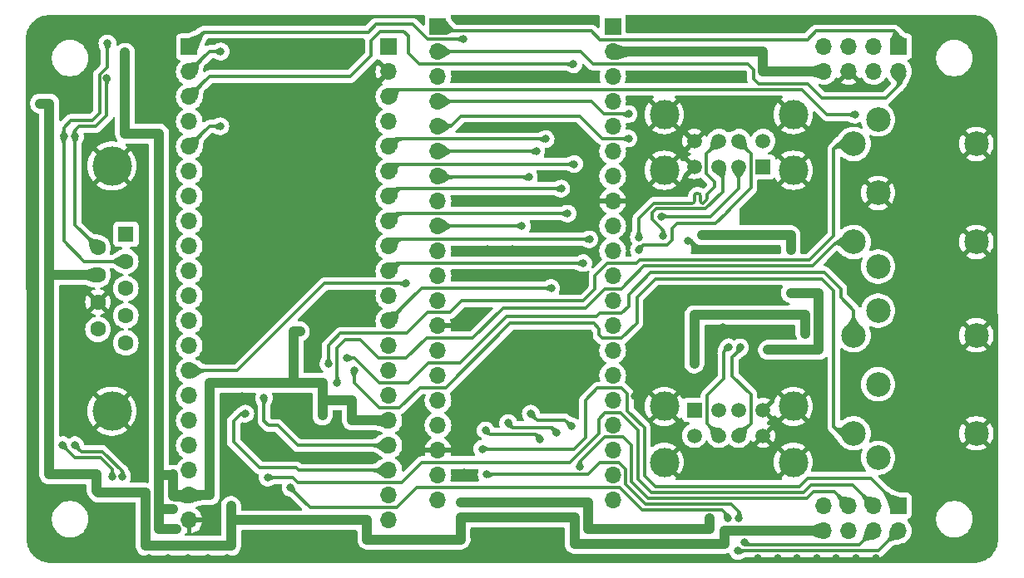
<source format=gbl>
G04 #@! TF.GenerationSoftware,KiCad,Pcbnew,8.0.4+dfsg-1*
G04 #@! TF.CreationDate,2025-03-28T09:18:01+01:00*
G04 #@! TF.ProjectId,MiSTeryShield20kRPiPicoUSB,4d695354-6572-4795-9368-69656c643230,V2*
G04 #@! TF.SameCoordinates,Original*
G04 #@! TF.FileFunction,Copper,L2,Bot*
G04 #@! TF.FilePolarity,Positive*
%FSLAX46Y46*%
G04 Gerber Fmt 4.6, Leading zero omitted, Abs format (unit mm)*
G04 Created by KiCad (PCBNEW 8.0.4+dfsg-1) date 2025-03-28 09:18:01*
%MOMM*%
%LPD*%
G01*
G04 APERTURE LIST*
G04 #@! TA.AperFunction,ComponentPad*
%ADD10R,1.700000X1.700000*%
G04 #@! TD*
G04 #@! TA.AperFunction,ComponentPad*
%ADD11O,1.700000X1.700000*%
G04 #@! TD*
G04 #@! TA.AperFunction,ComponentPad*
%ADD12C,4.000000*%
G04 #@! TD*
G04 #@! TA.AperFunction,ComponentPad*
%ADD13R,1.600000X1.600000*%
G04 #@! TD*
G04 #@! TA.AperFunction,ComponentPad*
%ADD14C,1.600000*%
G04 #@! TD*
G04 #@! TA.AperFunction,ComponentPad*
%ADD15C,2.500000*%
G04 #@! TD*
G04 #@! TA.AperFunction,ComponentPad*
%ADD16R,1.500000X1.500000*%
G04 #@! TD*
G04 #@! TA.AperFunction,ComponentPad*
%ADD17C,1.500000*%
G04 #@! TD*
G04 #@! TA.AperFunction,ComponentPad*
%ADD18C,3.000000*%
G04 #@! TD*
G04 #@! TA.AperFunction,ViaPad*
%ADD19C,0.800000*%
G04 #@! TD*
G04 #@! TA.AperFunction,Conductor*
%ADD20C,0.300000*%
G04 #@! TD*
G04 #@! TA.AperFunction,Conductor*
%ADD21C,1.016000*%
G04 #@! TD*
G04 APERTURE END LIST*
D10*
X132122000Y-40390000D03*
D11*
X132122000Y-42930000D03*
X132122000Y-45470000D03*
X132122000Y-48010000D03*
X132122000Y-50550000D03*
X132122000Y-53090000D03*
X132122000Y-55630000D03*
X132122000Y-58170000D03*
X132122000Y-60710000D03*
X132122000Y-63250000D03*
X132122000Y-65790000D03*
X132122000Y-68330000D03*
X132122000Y-70870000D03*
X132122000Y-73410000D03*
X132122000Y-75950000D03*
X132122000Y-78490000D03*
X132122000Y-81030000D03*
X132122000Y-83570000D03*
X132122000Y-86110000D03*
X132122000Y-88650000D03*
D10*
X161232000Y-42400000D03*
D11*
X161232000Y-44940000D03*
X158692000Y-42400000D03*
X158692000Y-44940000D03*
X156152000Y-42400000D03*
X156152000Y-44940000D03*
X153612000Y-42400000D03*
X153612000Y-44940000D03*
D12*
X81152331Y-54590000D03*
X81152331Y-79590000D03*
D13*
X82572331Y-61550000D03*
D14*
X82572331Y-64320000D03*
X82572331Y-67090000D03*
X82572331Y-69860000D03*
X82572331Y-72630000D03*
X79732331Y-62935000D03*
X79732331Y-65705000D03*
X79732331Y-68475000D03*
X79732331Y-71245000D03*
D10*
X161212000Y-89250000D03*
D11*
X161212000Y-91790000D03*
X158672000Y-89250000D03*
X158672000Y-91790000D03*
X156132000Y-89250000D03*
X156132000Y-91790000D03*
X153592000Y-89250000D03*
X153592000Y-91790000D03*
D10*
X89022000Y-42450000D03*
D11*
X89022000Y-44990000D03*
X89022000Y-47530000D03*
X89022000Y-50070000D03*
X89022000Y-52610000D03*
X89022000Y-55150000D03*
X89022000Y-57690000D03*
X89022000Y-60230000D03*
X89022000Y-62770000D03*
X89022000Y-65310000D03*
X89022000Y-67850000D03*
X89022000Y-70390000D03*
X89022000Y-72930000D03*
X89022000Y-75470000D03*
X89022000Y-78010000D03*
X89022000Y-80550000D03*
X89022000Y-83090000D03*
X89022000Y-85630000D03*
X89022000Y-88170000D03*
X89022000Y-90710000D03*
D15*
X159142000Y-69350000D03*
X159142000Y-76850000D03*
X159142000Y-84350000D03*
X156642000Y-71850000D03*
X156642000Y-81850000D03*
X169142000Y-81850000D03*
X169142000Y-71850000D03*
D10*
X114341000Y-40400000D03*
D11*
X114341000Y-42940000D03*
X114341000Y-45480000D03*
X114341000Y-48020000D03*
X114341000Y-50560000D03*
X114341000Y-53100000D03*
X114341000Y-55640000D03*
X114341000Y-58180000D03*
X114341000Y-60720000D03*
X114341000Y-63260000D03*
X114341000Y-65800000D03*
X114341000Y-68340000D03*
X114341000Y-70880000D03*
X114341000Y-73420000D03*
X114341000Y-75960000D03*
X114341000Y-78500000D03*
X114341000Y-81040000D03*
X114341000Y-83580000D03*
X114341000Y-86120000D03*
X114341000Y-88660000D03*
D10*
X109342000Y-42450000D03*
D11*
X109342000Y-44990000D03*
X109342000Y-47530000D03*
X109342000Y-50070000D03*
X109342000Y-52610000D03*
X109342000Y-55150000D03*
X109342000Y-57690000D03*
X109342000Y-60230000D03*
X109342000Y-62770000D03*
X109342000Y-65310000D03*
X109342000Y-67850000D03*
X109342000Y-70390000D03*
X109342000Y-72930000D03*
X109342000Y-75470000D03*
X109342000Y-78010000D03*
X109342000Y-80550000D03*
X109342000Y-83090000D03*
X109342000Y-85630000D03*
X109342000Y-88170000D03*
X109342000Y-90710000D03*
D15*
X159142000Y-49850000D03*
X159142000Y-57350000D03*
X159142000Y-64850000D03*
X156642000Y-52350000D03*
X156642000Y-62350000D03*
X169142000Y-62350000D03*
X169142000Y-52350000D03*
D16*
X147442000Y-54680000D03*
D17*
X144942000Y-54680000D03*
X142942000Y-54680000D03*
X140442000Y-54680000D03*
X147442000Y-52060000D03*
X144942000Y-52060000D03*
X142942000Y-52060000D03*
X140442000Y-52060000D03*
D18*
X150512000Y-55030000D03*
X150512000Y-49350000D03*
X137372000Y-55030000D03*
X137372000Y-49350000D03*
D16*
X140442000Y-79470000D03*
D17*
X142942000Y-79470000D03*
X144942000Y-79470000D03*
X147442000Y-79470000D03*
X140442000Y-82090000D03*
X142942000Y-82090000D03*
X144942000Y-82090000D03*
X147442000Y-82090000D03*
D18*
X137372000Y-79120000D03*
X137372000Y-84800000D03*
X150512000Y-79120000D03*
X150512000Y-84800000D03*
D19*
X76242000Y-51600000D03*
X80692000Y-42100000D03*
X76142000Y-83050000D03*
X81192000Y-86300000D03*
X82192003Y-86300000D03*
X77392000Y-83050000D03*
X77392000Y-51600000D03*
X80642000Y-45600000D03*
X170892000Y-88600000D03*
X74892000Y-94600000D03*
X161892000Y-50600000D03*
X164392000Y-75600000D03*
X166892000Y-55600000D03*
X91892000Y-55600000D03*
X166892000Y-58100000D03*
X164392000Y-60600000D03*
X82892000Y-39600000D03*
X84892000Y-39600000D03*
X72892000Y-92600000D03*
X72892000Y-82600000D03*
X166892000Y-78100000D03*
X72892000Y-84600000D03*
X99392000Y-43100000D03*
X156892000Y-65600000D03*
X99392000Y-50600000D03*
X164392000Y-53100000D03*
X136892000Y-75600000D03*
X161892000Y-63100000D03*
X141892000Y-45600000D03*
X144392000Y-50600000D03*
X72892000Y-50600000D03*
X134892000Y-39600000D03*
X168892000Y-94600000D03*
X160892000Y-39600000D03*
X72892000Y-52600000D03*
X161892000Y-58100000D03*
X170892000Y-68600000D03*
X91892000Y-60600000D03*
X94892000Y-94600000D03*
X72892000Y-70600000D03*
X168892000Y-39600000D03*
X116892000Y-45600000D03*
X148892000Y-39600000D03*
X94392000Y-53100000D03*
X104392000Y-48100000D03*
X84392000Y-58100000D03*
X72892000Y-54600000D03*
X91892000Y-53100000D03*
X72892000Y-60600000D03*
X119392000Y-58100000D03*
X169392000Y-58100000D03*
X166892000Y-48100000D03*
X76892000Y-39600000D03*
X144892000Y-39600000D03*
X161892000Y-55600000D03*
X164392000Y-68100000D03*
X144392000Y-48100000D03*
X94392000Y-48100000D03*
X112892000Y-94600000D03*
X72892000Y-64600000D03*
X121892000Y-58100000D03*
X80892000Y-94600000D03*
X104892000Y-39600000D03*
X156892000Y-68100000D03*
X139792000Y-62200000D03*
X121892000Y-50600000D03*
X96892000Y-55600000D03*
X101892000Y-53100000D03*
X166892000Y-50600000D03*
X140892000Y-39600000D03*
X118892000Y-94600000D03*
X164392000Y-65600000D03*
X156892000Y-78100000D03*
X78892000Y-39600000D03*
X92892000Y-84650000D03*
X116892000Y-80600000D03*
X104392000Y-53100000D03*
X119392000Y-63100000D03*
X156892000Y-39600000D03*
X164392000Y-80600000D03*
X164392000Y-50600000D03*
X98892000Y-94600000D03*
X90892000Y-39600000D03*
X72892000Y-42600000D03*
X164392000Y-55600000D03*
X164892000Y-39600000D03*
X94642000Y-81300000D03*
X161892000Y-65600000D03*
X129392000Y-53100000D03*
X164392000Y-83100000D03*
X158892000Y-39600000D03*
X96892000Y-65600000D03*
X84392000Y-63100000D03*
X162892000Y-39600000D03*
X114892000Y-94600000D03*
X160892000Y-94600000D03*
X86892000Y-39600000D03*
X142142000Y-74850000D03*
X72892000Y-88600000D03*
X164392000Y-78100000D03*
X124392000Y-73100000D03*
X134392000Y-78100000D03*
X96892000Y-43100000D03*
X170892000Y-44600000D03*
X142892000Y-39600000D03*
X150892000Y-39600000D03*
X166892000Y-68100000D03*
X126892000Y-45600000D03*
X169392000Y-75600000D03*
X164392000Y-85600000D03*
X74892000Y-39600000D03*
X146892000Y-94600000D03*
X169392000Y-65600000D03*
X124892000Y-39600000D03*
X79392000Y-73100000D03*
X170892000Y-48600000D03*
X170892000Y-58600000D03*
X161892000Y-78100000D03*
X100892000Y-39600000D03*
X161892000Y-75600000D03*
X146242000Y-67150000D03*
X148892000Y-94600000D03*
X161892000Y-70600000D03*
X72892000Y-72600000D03*
X170892000Y-92600000D03*
X79392000Y-75600000D03*
X136892000Y-39600000D03*
X126892000Y-53100000D03*
X126892000Y-50600000D03*
X78892000Y-94600000D03*
X120892000Y-94600000D03*
X96892000Y-48100000D03*
X96892000Y-53100000D03*
X154892000Y-94600000D03*
X97792000Y-83050000D03*
X166892000Y-60600000D03*
X84392000Y-65600000D03*
X124892000Y-94600000D03*
X169392000Y-68100000D03*
X170892000Y-84600000D03*
X149392000Y-75600000D03*
X102892000Y-94600000D03*
X94892000Y-39600000D03*
X72892000Y-58600000D03*
X166892000Y-94600000D03*
X98442000Y-78150000D03*
X169392000Y-78100000D03*
X101892000Y-48100000D03*
X142892000Y-94600000D03*
X170892000Y-86600000D03*
X72892000Y-62600000D03*
X156892000Y-55600000D03*
X121892000Y-65600000D03*
X134392000Y-75600000D03*
X170892000Y-54600000D03*
X96892000Y-50600000D03*
X138892000Y-39600000D03*
X92892000Y-94600000D03*
X154892000Y-39600000D03*
X72892000Y-68600000D03*
X121892000Y-63100000D03*
X90892000Y-94600000D03*
X94392000Y-63100000D03*
X166892000Y-39600000D03*
X170892000Y-90600000D03*
X91892000Y-68100000D03*
X84392000Y-80600000D03*
X84392000Y-53100000D03*
X144392000Y-85600000D03*
X96892000Y-63100000D03*
X166892000Y-70600000D03*
X94392000Y-50600000D03*
X81892000Y-83100000D03*
X72892000Y-74600000D03*
X91892000Y-58100000D03*
X124392000Y-45600000D03*
X101692000Y-75250000D03*
X84892000Y-94600000D03*
X84392000Y-60600000D03*
X100892000Y-94600000D03*
X159392000Y-73100000D03*
X79392000Y-60600000D03*
X72892000Y-90600000D03*
X136892000Y-94600000D03*
X91892000Y-65600000D03*
X156892000Y-75600000D03*
X122892000Y-94600000D03*
X94692000Y-85800000D03*
X170892000Y-78600000D03*
X106892000Y-94600000D03*
X170892000Y-60600000D03*
X72892000Y-56600000D03*
X148242000Y-67150000D03*
X119392000Y-45600000D03*
X94392000Y-68100000D03*
X84392000Y-55600000D03*
X169392000Y-55600000D03*
X84392000Y-75600000D03*
X143342000Y-71000000D03*
X158892000Y-94600000D03*
X161892000Y-85600000D03*
X84392000Y-68100000D03*
X141892000Y-50600000D03*
X116892000Y-94600000D03*
X72892000Y-76600000D03*
X166892000Y-73100000D03*
X110892000Y-94600000D03*
X99392000Y-65600000D03*
X76892000Y-94600000D03*
X120892000Y-39600000D03*
X141892000Y-85600000D03*
X108892000Y-94600000D03*
X140892000Y-94600000D03*
X138892000Y-94600000D03*
X81892000Y-58100000D03*
X91892000Y-63100000D03*
X170892000Y-76600000D03*
X169392000Y-48100000D03*
X99392000Y-48100000D03*
X126892000Y-94600000D03*
X118892000Y-39600000D03*
X72892000Y-78600000D03*
X161892000Y-60600000D03*
X72892000Y-86600000D03*
X121892000Y-73100000D03*
X170892000Y-66600000D03*
X88892000Y-94600000D03*
X72892000Y-66600000D03*
X101892000Y-50600000D03*
X119392000Y-65600000D03*
X72892000Y-80600000D03*
X166892000Y-75600000D03*
X101892000Y-43100000D03*
X104392000Y-50600000D03*
X134392000Y-73100000D03*
X94392000Y-58100000D03*
X86892000Y-94600000D03*
X170892000Y-74600000D03*
X121892000Y-45600000D03*
X164392000Y-58100000D03*
X164392000Y-70600000D03*
X156892000Y-58100000D03*
X102892000Y-39600000D03*
X170892000Y-46600000D03*
X96892000Y-39600000D03*
X94392000Y-70600000D03*
X94392000Y-65600000D03*
X91892000Y-48100000D03*
X96892000Y-94600000D03*
X84392000Y-70600000D03*
X161892000Y-73100000D03*
X166892000Y-65600000D03*
X152892000Y-39600000D03*
X136892000Y-70600000D03*
X72892000Y-46600000D03*
X169392000Y-85600000D03*
X122892000Y-39600000D03*
X81892000Y-75600000D03*
X170892000Y-42600000D03*
X84392000Y-73100000D03*
X161892000Y-53100000D03*
X146892000Y-39600000D03*
X170892000Y-56600000D03*
X152892000Y-94600000D03*
X116892000Y-39600000D03*
X166892000Y-85600000D03*
X141892000Y-48100000D03*
X170892000Y-64600000D03*
X92892000Y-39600000D03*
X94392000Y-78100000D03*
X161892000Y-80600000D03*
X136892000Y-73100000D03*
X146892000Y-75600000D03*
X116322000Y-70880000D03*
X164392000Y-73100000D03*
X144392000Y-45600000D03*
X119392000Y-50600000D03*
X128892000Y-39600000D03*
X150892000Y-94600000D03*
X126892000Y-39600000D03*
X164392000Y-63100000D03*
X117032000Y-85880000D03*
X146892000Y-85600000D03*
X161892000Y-48100000D03*
X98892000Y-39600000D03*
X111442000Y-83500000D03*
X94392000Y-55600000D03*
X94392000Y-60600000D03*
X82892000Y-94600000D03*
X104392000Y-43100000D03*
X104892000Y-94600000D03*
X161892000Y-68100000D03*
X164892000Y-94600000D03*
X104392000Y-55600000D03*
X162892000Y-94600000D03*
X72892000Y-44600000D03*
X164392000Y-48100000D03*
X156892000Y-94600000D03*
X170892000Y-50600000D03*
X116892000Y-78100000D03*
X99392000Y-53100000D03*
X101892000Y-65600000D03*
X80892000Y-39600000D03*
X79592000Y-87300000D03*
X147442000Y-44900000D03*
X151742000Y-71700000D03*
X93292000Y-89250000D03*
X140442000Y-74750000D03*
X107142000Y-90720000D03*
X73829500Y-48237500D03*
X140442000Y-93100000D03*
X105042000Y-74180000D03*
X116942000Y-41650000D03*
X118842000Y-83450000D03*
X96632000Y-78250000D03*
X82492000Y-43050000D03*
X116642000Y-88900000D03*
X141992000Y-90550000D03*
X102592000Y-80050000D03*
X82492000Y-50050000D03*
X99642000Y-72950000D03*
X87379500Y-89562500D03*
X105592000Y-78490000D03*
X100292000Y-71470000D03*
X87692000Y-91600000D03*
X87342000Y-86062500D03*
X82492000Y-46550000D03*
X143842000Y-90500000D03*
X99342000Y-87400000D03*
X144892000Y-93850000D03*
X92242000Y-42930000D03*
X94742000Y-79850000D03*
X96992000Y-86350000D03*
X92192000Y-50550000D03*
X144942000Y-90500000D03*
X145542000Y-92950000D03*
X111112000Y-66590000D03*
X119292000Y-86050000D03*
X125867000Y-67050000D03*
X128792000Y-85300000D03*
X127942000Y-81150000D03*
X123792000Y-79850000D03*
X126392000Y-81800000D03*
X121492000Y-80800000D03*
X119192000Y-81550000D03*
X124742000Y-82450000D03*
X133742000Y-49300000D03*
X125292000Y-51850000D03*
X128192000Y-54400000D03*
X133742000Y-51800000D03*
X129767000Y-62075000D03*
X127542000Y-59450000D03*
X126892000Y-56900000D03*
X156792000Y-49350000D03*
X145092000Y-73100000D03*
X143917000Y-73075000D03*
X137242000Y-61750000D03*
X134792000Y-63150000D03*
X137042000Y-59750000D03*
X134792000Y-61850000D03*
X103192000Y-74750000D03*
X104092000Y-76700000D03*
X128122000Y-44230000D03*
X129142000Y-64500000D03*
X105792000Y-75430000D03*
X141192000Y-61650000D03*
X150242000Y-67550000D03*
X150242000Y-63150000D03*
X147942000Y-73350000D03*
X124342000Y-53100000D03*
X123592000Y-55750000D03*
X122892000Y-60700000D03*
D20*
X79892000Y-49200000D02*
X79892000Y-45289339D01*
X76988446Y-49950000D02*
X79142000Y-49950000D01*
X76242000Y-50696446D02*
X76988446Y-49950000D01*
X78312000Y-64320000D02*
X82572331Y-64320000D01*
X80331339Y-44850000D02*
X80342000Y-44850000D01*
X80342000Y-44850000D02*
X80692000Y-44500000D01*
X76242000Y-51600000D02*
X76242000Y-50696446D01*
X79892000Y-45289339D02*
X80331339Y-44850000D01*
X79142000Y-49950000D02*
X79892000Y-49200000D01*
X80692000Y-44500000D02*
X80692000Y-42100000D01*
X76242000Y-51600000D02*
X76242000Y-62250000D01*
X76242000Y-62250000D02*
X78312000Y-64320000D01*
X77392000Y-84300000D02*
X76142000Y-83050000D01*
X81192000Y-86300000D02*
X81192000Y-85500000D01*
X79992000Y-84300000D02*
X77392000Y-84300000D01*
X81192000Y-85500000D02*
X79992000Y-84300000D01*
X80192000Y-83700000D02*
X82192003Y-85700003D01*
X78042000Y-83700000D02*
X80192000Y-83700000D01*
X82192003Y-85700003D02*
X82192003Y-86300000D01*
X77392000Y-83050000D02*
X78042000Y-83700000D01*
X79732331Y-62935000D02*
X77392000Y-60594669D01*
X80642000Y-45600000D02*
X80642000Y-49450000D01*
X77392000Y-50950000D02*
X77392000Y-51600000D01*
X80642000Y-49450000D02*
X79542000Y-50550000D01*
X77792000Y-50550000D02*
X77392000Y-50950000D01*
X77392000Y-60594669D02*
X77392000Y-51600000D01*
X79542000Y-50550000D02*
X77792000Y-50550000D01*
X111522000Y-83580000D02*
X114342000Y-83580000D01*
X114342000Y-70880000D02*
X116322000Y-70880000D01*
X111442000Y-83500000D02*
X111522000Y-83580000D01*
D21*
X74792000Y-65705000D02*
X74792000Y-48237500D01*
X143492000Y-91830000D02*
X143532000Y-91790000D01*
X107142000Y-90720000D02*
X107142000Y-92680000D01*
X116632000Y-92660000D02*
X116652000Y-92680000D01*
X147442000Y-44940000D02*
X153612000Y-44940000D01*
X79592000Y-86050000D02*
X74792000Y-86050000D01*
X143532000Y-91790000D02*
X153592000Y-91790000D01*
X93302000Y-90720000D02*
X107142000Y-90720000D01*
X147442000Y-44940000D02*
X147442000Y-42950000D01*
X79592000Y-87700000D02*
X79792000Y-87900000D01*
X147442000Y-42950000D02*
X147432000Y-42940000D01*
X140442000Y-69800000D02*
X151742000Y-69800000D01*
X107142000Y-92680000D02*
X116652000Y-92680000D01*
X84592000Y-93330000D02*
X93292000Y-93330000D01*
X79592000Y-87300000D02*
X79592000Y-86050000D01*
X74792000Y-65705000D02*
X79732331Y-65705000D01*
X84592000Y-87900000D02*
X84592000Y-93330000D01*
X143492000Y-93100000D02*
X143492000Y-91830000D01*
X79592000Y-87300000D02*
X79592000Y-87700000D01*
X116632000Y-90450000D02*
X128242000Y-90450000D01*
X140442000Y-74750000D02*
X140442000Y-69800000D01*
X93292000Y-93330000D02*
X93292000Y-89250000D01*
X128242000Y-90450000D02*
X128242000Y-93100000D01*
X151742000Y-69800000D02*
X151742000Y-71700000D01*
X79792000Y-87900000D02*
X84592000Y-87900000D01*
X128242000Y-93100000D02*
X140442000Y-93100000D01*
X74792000Y-86050000D02*
X74792000Y-65705000D01*
X74792000Y-48237500D02*
X73829500Y-48237500D01*
X116632000Y-90450000D02*
X116632000Y-92660000D01*
X140442000Y-93100000D02*
X143492000Y-93100000D01*
X147432000Y-42940000D02*
X132122000Y-42940000D01*
D20*
X155342000Y-67150000D02*
X155342000Y-68000000D01*
X133742000Y-67700000D02*
X135992000Y-65450000D01*
X153642000Y-65450000D02*
X155342000Y-67150000D01*
X130492000Y-69900000D02*
X130792000Y-69600000D01*
X116562000Y-74680000D02*
X121342000Y-69900000D01*
X156642000Y-69300000D02*
X156642000Y-71750000D01*
X105042000Y-74180000D02*
X105842000Y-74180000D01*
X111332000Y-76730000D02*
X113382000Y-74680000D01*
X155342000Y-68000000D02*
X156642000Y-69300000D01*
X133042000Y-69600000D02*
X133742000Y-68900000D01*
X121342000Y-69900000D02*
X130492000Y-69900000D01*
X135992000Y-65450000D02*
X153642000Y-65450000D01*
X133742000Y-68900000D02*
X133742000Y-67700000D01*
X105842000Y-74180000D02*
X108392000Y-76730000D01*
X113382000Y-74680000D02*
X116562000Y-74680000D01*
X130792000Y-69600000D02*
X133042000Y-69600000D01*
X108392000Y-76730000D02*
X111332000Y-76730000D01*
X108032000Y-40160000D02*
X111752000Y-40160000D01*
X90522000Y-40950000D02*
X107242000Y-40950000D01*
X129342000Y-82300000D02*
X129342000Y-78500000D01*
X136467000Y-87275000D02*
X151167000Y-87275000D01*
X133592000Y-79550000D02*
X135342000Y-81300000D01*
X133042000Y-77250000D02*
X133592000Y-77800000D01*
X118842000Y-83450000D02*
X128192000Y-83450000D01*
X89022000Y-42450000D02*
X90522000Y-40950000D01*
X129342000Y-78500000D02*
X130592000Y-77250000D01*
X133592000Y-77800000D02*
X133592000Y-79550000D01*
X135342000Y-86150000D02*
X136467000Y-87275000D01*
X151167000Y-87275000D02*
X151992000Y-86450000D01*
X111752000Y-40160000D02*
X113242000Y-41650000D01*
X135342000Y-81300000D02*
X135342000Y-86150000D01*
X128192000Y-83450000D02*
X129342000Y-82300000D01*
X107242000Y-40950000D02*
X108032000Y-40160000D01*
X158412000Y-86450000D02*
X161212000Y-89250000D01*
X113242000Y-41650000D02*
X116942000Y-41650000D01*
X151992000Y-86450000D02*
X158412000Y-86450000D01*
X130592000Y-77250000D02*
X133042000Y-77250000D01*
X96632000Y-78250000D02*
X96632000Y-80590000D01*
X109342000Y-83090000D02*
X100042000Y-83090000D01*
X96632000Y-80590000D02*
X97092000Y-81050000D01*
X100042000Y-83090000D02*
X98002000Y-81050000D01*
X97092000Y-81050000D02*
X98002000Y-81050000D01*
D21*
X91142000Y-88170000D02*
X89022000Y-88170000D01*
X85942000Y-86100000D02*
X85942000Y-89500000D01*
X102592000Y-76690000D02*
X102592000Y-78350000D01*
X85942000Y-86100000D02*
X85942000Y-51300000D01*
X129642000Y-88900000D02*
X129642000Y-91600000D01*
X91142000Y-86100000D02*
X91142000Y-88170000D01*
X82492000Y-50050000D02*
X82492000Y-43050000D01*
X105592000Y-80550000D02*
X109342000Y-80550000D01*
X99732000Y-76690000D02*
X102592000Y-76690000D01*
X82492000Y-51300000D02*
X82492000Y-50050000D01*
X99552000Y-76690000D02*
X91142000Y-76690000D01*
X105592000Y-78490000D02*
X105592000Y-80550000D01*
X87389500Y-86110000D02*
X85952000Y-86110000D01*
X85942000Y-89500000D02*
X85942000Y-91600000D01*
X85942000Y-91600000D02*
X87692000Y-91600000D01*
X91142000Y-76690000D02*
X91142000Y-86100000D01*
X87389500Y-86110000D02*
X87342000Y-86062500D01*
X99642000Y-76600000D02*
X99552000Y-76690000D01*
X100292000Y-71470000D02*
X100272000Y-71450000D01*
X85942000Y-89500000D02*
X86004500Y-89562500D01*
X99642000Y-76600000D02*
X99732000Y-76690000D01*
X89022000Y-88170000D02*
X87342000Y-88170000D01*
X141992000Y-91600000D02*
X141992000Y-90550000D01*
X85942000Y-51300000D02*
X82492000Y-51300000D01*
X99642000Y-71450000D02*
X99642000Y-76600000D01*
X129642000Y-91600000D02*
X141992000Y-91600000D01*
X100272000Y-71450000D02*
X99642000Y-71450000D01*
X102732000Y-78490000D02*
X105592000Y-78490000D01*
X85952000Y-86110000D02*
X85942000Y-86100000D01*
X87342000Y-88170000D02*
X87342000Y-86062500D01*
X102592000Y-78350000D02*
X102732000Y-78490000D01*
X102592000Y-78350000D02*
X102592000Y-80050000D01*
X116642000Y-88900000D02*
X129642000Y-88900000D01*
X86004500Y-89562500D02*
X87379500Y-89562500D01*
D20*
X91082000Y-42930000D02*
X89022000Y-44990000D01*
X101332000Y-89410000D02*
X99342000Y-87420000D01*
X132842000Y-87400000D02*
X112182000Y-87400000D01*
X159142000Y-93850000D02*
X161202000Y-91790000D01*
X143242000Y-89650000D02*
X135092000Y-89650000D01*
X112182000Y-87400000D02*
X110172000Y-89410000D01*
X99342000Y-87420000D02*
X99342000Y-87400000D01*
X143842000Y-90250000D02*
X143242000Y-89650000D01*
X143842000Y-90500000D02*
X143842000Y-90250000D01*
X110172000Y-89410000D02*
X101332000Y-89410000D01*
X135092000Y-89650000D02*
X132842000Y-87400000D01*
X144892000Y-93850000D02*
X159142000Y-93850000D01*
X92242000Y-42930000D02*
X91082000Y-42930000D01*
X100162000Y-85630000D02*
X109342000Y-85630000D01*
X99902000Y-85370000D02*
X100162000Y-85630000D01*
X96162000Y-85370000D02*
X99902000Y-85370000D01*
X94742000Y-79850000D02*
X94292000Y-79850000D01*
X93542000Y-82750000D02*
X96162000Y-85370000D01*
X94292000Y-79850000D02*
X93542000Y-80600000D01*
X93542000Y-80600000D02*
X93542000Y-82750000D01*
X134692000Y-86507107D02*
X134692000Y-81550000D01*
X152292000Y-87100000D02*
X151542000Y-87850000D01*
X158672000Y-89250000D02*
X156522000Y-87100000D01*
X99542000Y-86350000D02*
X96992000Y-86350000D01*
X91082000Y-50550000D02*
X92192000Y-50550000D01*
X151542000Y-87850000D02*
X136034893Y-87850000D01*
X136034893Y-87850000D02*
X134692000Y-86507107D01*
X112672000Y-84850000D02*
X110632000Y-86890000D01*
X132892000Y-79750000D02*
X131342000Y-79750000D01*
X89022000Y-52610000D02*
X91082000Y-50550000D01*
X131342000Y-79750000D02*
X130692000Y-80400000D01*
X130692000Y-81900000D02*
X127742000Y-84850000D01*
X156522000Y-87100000D02*
X152292000Y-87100000D01*
X110632000Y-86890000D02*
X100082000Y-86890000D01*
X134692000Y-81550000D02*
X132892000Y-79750000D01*
X127742000Y-84850000D02*
X112672000Y-84850000D01*
X100082000Y-86890000D02*
X99542000Y-86350000D01*
X130692000Y-80400000D02*
X130692000Y-81900000D01*
X132742000Y-84850000D02*
X133392000Y-85500000D01*
X111112000Y-66590000D02*
X102802000Y-66590000D01*
X145542000Y-92950000D02*
X145842000Y-93250000D01*
X133392000Y-87000000D02*
X135442000Y-89050000D01*
X145842000Y-93250000D02*
X157192000Y-93250000D01*
X119292000Y-86050000D02*
X129642000Y-86050000D01*
X130842000Y-84850000D02*
X132742000Y-84850000D01*
X158652000Y-91790000D02*
X157192000Y-93250000D01*
X93922000Y-75470000D02*
X89022000Y-75470000D01*
X144942000Y-89800000D02*
X144942000Y-90500000D01*
X133392000Y-85500000D02*
X133392000Y-87000000D01*
X135442000Y-89050000D02*
X144192000Y-89050000D01*
X129642000Y-86050000D02*
X130842000Y-84850000D01*
X144192000Y-89050000D02*
X144942000Y-89800000D01*
X102802000Y-66590000D02*
X93922000Y-75470000D01*
X125867000Y-67050000D02*
X113972000Y-67050000D01*
X128792000Y-84750000D02*
X131292000Y-82250000D01*
X113972000Y-67050000D02*
X112682000Y-67050000D01*
X133192000Y-82250000D02*
X134042000Y-83100000D01*
X152542000Y-87800000D02*
X154682000Y-87800000D01*
X154682000Y-87800000D02*
X156132000Y-89250000D01*
X134042000Y-86800000D02*
X135692000Y-88450000D01*
X134042000Y-83100000D02*
X134042000Y-86800000D01*
X112682000Y-67050000D02*
X109342000Y-70390000D01*
X135692000Y-88450000D02*
X151892000Y-88450000D01*
X151892000Y-88450000D02*
X152542000Y-87800000D01*
X131292000Y-82250000D02*
X133192000Y-82250000D01*
X128792000Y-85300000D02*
X128792000Y-84750000D01*
X151992000Y-46250000D02*
X153442000Y-47700000D01*
X128882000Y-42940000D02*
X130142000Y-44200000D01*
X161232000Y-46360000D02*
X161232000Y-44940000D01*
X130142000Y-44200000D02*
X145892000Y-44200000D01*
X159892000Y-47700000D02*
X161232000Y-46360000D01*
X145892000Y-44200000D02*
X146442000Y-44750000D01*
X146992000Y-46250000D02*
X151992000Y-46250000D01*
X146442000Y-45700000D02*
X146992000Y-46250000D01*
X153442000Y-47700000D02*
X159892000Y-47700000D01*
X114342000Y-42940000D02*
X128882000Y-42940000D01*
X146442000Y-44750000D02*
X146442000Y-45700000D01*
X124442000Y-80500000D02*
X127292000Y-80500000D01*
X127942000Y-81150000D02*
X127292000Y-80500000D01*
X124442000Y-80500000D02*
X123792000Y-79850000D01*
X121942000Y-81250000D02*
X121492000Y-80800000D01*
X126392000Y-81800000D02*
X125842000Y-81250000D01*
X121942000Y-81250000D02*
X125842000Y-81250000D01*
X124742000Y-82450000D02*
X124242000Y-81950000D01*
X119592000Y-81950000D02*
X119192000Y-81550000D01*
X119592000Y-81950000D02*
X124242000Y-81950000D01*
X131242000Y-49300000D02*
X133742000Y-49300000D01*
X114192000Y-48000000D02*
X129942000Y-48000000D01*
X129942000Y-48000000D02*
X131242000Y-49300000D01*
X110102000Y-51850000D02*
X109342000Y-52610000D01*
X125292000Y-51850000D02*
X110102000Y-51850000D01*
X151992000Y-41700000D02*
X152842000Y-40850000D01*
X160792000Y-40850000D02*
X161232000Y-41290000D01*
X130842000Y-41700000D02*
X151992000Y-41700000D01*
X114792000Y-40850000D02*
X129992000Y-40850000D01*
X129992000Y-40850000D02*
X130842000Y-41700000D01*
X161232000Y-41290000D02*
X161232000Y-42400000D01*
X152842000Y-40850000D02*
X160792000Y-40850000D01*
X110092000Y-54400000D02*
X109342000Y-55150000D01*
X128192000Y-54400000D02*
X110092000Y-54400000D01*
X115642000Y-50560000D02*
X116702000Y-49500000D01*
X114342000Y-50560000D02*
X115642000Y-50560000D01*
X116702000Y-49500000D02*
X128792000Y-49500000D01*
X128792000Y-49500000D02*
X131092000Y-51800000D01*
X131092000Y-51800000D02*
X133742000Y-51800000D01*
X109342000Y-62770000D02*
X110062000Y-62050000D01*
X110062000Y-62050000D02*
X129742000Y-62050000D01*
X109342000Y-60230000D02*
X110122000Y-59450000D01*
X110122000Y-59450000D02*
X127542000Y-59450000D01*
X109342000Y-57690000D02*
X110132000Y-56900000D01*
X110132000Y-56900000D02*
X126892000Y-56900000D01*
X156792000Y-49350000D02*
X153942000Y-49350000D01*
X153942000Y-49350000D02*
X151392000Y-46800000D01*
X151392000Y-46800000D02*
X110072000Y-46800000D01*
X110072000Y-46800000D02*
X109342000Y-47530000D01*
X145092000Y-73300000D02*
X144292000Y-74100000D01*
X146192000Y-80840000D02*
X144942000Y-82090000D01*
X144292000Y-76000000D02*
X146192000Y-77900000D01*
X144292000Y-74100000D02*
X144292000Y-76000000D01*
X145092000Y-73100000D02*
X145092000Y-73300000D01*
X146192000Y-77900000D02*
X146192000Y-80840000D01*
X141742000Y-78000000D02*
X141742000Y-80890000D01*
X143442000Y-73550000D02*
X143442000Y-76300000D01*
X143442000Y-76300000D02*
X141742000Y-78000000D01*
X141742000Y-80890000D02*
X142942000Y-82090000D01*
X143917000Y-73075000D02*
X143442000Y-73550000D01*
X142942000Y-54680000D02*
X143342000Y-55080000D01*
X136142000Y-60050000D02*
X137242000Y-61150000D01*
X143342000Y-55080000D02*
X143342000Y-57200000D01*
X143342000Y-57200000D02*
X141592000Y-58950000D01*
X136142000Y-59350000D02*
X136142000Y-60050000D01*
X141592000Y-58950000D02*
X136542000Y-58950000D01*
X136142000Y-60050000D02*
X137242000Y-61150000D01*
X141592000Y-58950000D02*
X136542000Y-58950000D01*
X137242000Y-61150000D02*
X137242000Y-61750000D01*
X136542000Y-58950000D02*
X136142000Y-59350000D01*
X136142000Y-59350000D02*
X136142000Y-60050000D01*
X136542000Y-58950000D02*
X136142000Y-59350000D01*
X137242000Y-61150000D02*
X137242000Y-61750000D01*
X146192000Y-53310000D02*
X146192000Y-56850000D01*
X134792000Y-63150000D02*
X135292000Y-62650000D01*
X138954061Y-60450000D02*
X141581946Y-60450000D01*
X135292000Y-62650000D02*
X137642000Y-62650000D01*
X145184850Y-57857150D02*
X144140005Y-58901995D01*
X143636812Y-59405188D02*
X142567000Y-60475000D01*
X142542000Y-60450000D02*
X141581946Y-60450000D01*
X137642000Y-62650000D02*
X138142000Y-62150000D01*
X138142000Y-62150000D02*
X138142000Y-61000000D01*
X144140005Y-58901995D02*
X143636812Y-59405188D01*
X142567000Y-60475000D02*
X142542000Y-60450000D01*
X138692000Y-60450000D02*
X138954061Y-60450000D01*
X146192000Y-56850000D02*
X145184850Y-57857150D01*
X144942000Y-52060000D02*
X146192000Y-53310000D01*
X138142000Y-61000000D02*
X138692000Y-60450000D01*
X144942000Y-56900000D02*
X142092000Y-59750000D01*
X144942000Y-54680000D02*
X144942000Y-56900000D01*
X137242000Y-59750000D02*
X137042000Y-59750000D01*
X142092000Y-59750000D02*
X137242000Y-59750000D01*
X142476543Y-56715457D02*
X141742000Y-57450000D01*
X142492000Y-56675000D02*
X142492000Y-56700000D01*
X141742000Y-57950000D02*
X141653114Y-58038886D01*
X140812000Y-57400000D02*
X140692000Y-57400000D01*
X134792000Y-59950000D02*
X136342000Y-58400000D01*
X142492000Y-56700000D02*
X142476543Y-56715457D01*
X140452000Y-57640000D02*
X140452000Y-58160000D01*
X141642000Y-53360000D02*
X141642000Y-55350000D01*
X142942000Y-52060000D02*
X141642000Y-53360000D01*
X134792000Y-60061673D02*
X134792000Y-59950000D01*
X136342000Y-58400000D02*
X138954061Y-58400000D01*
X141653114Y-58038886D02*
X141292000Y-58400000D01*
X142492000Y-56200000D02*
X142492000Y-56675000D01*
X134792000Y-61850000D02*
X134792000Y-60061673D01*
X141742000Y-57450000D02*
X141742000Y-57950000D01*
X141052000Y-58160000D02*
X141052000Y-57640000D01*
X140212000Y-58400000D02*
X140092000Y-58400000D01*
X141642000Y-55350000D02*
X142492000Y-56200000D01*
X138954061Y-58400000D02*
X140092000Y-58400000D01*
X141052000Y-57640000D02*
G75*
G03*
X140812000Y-57400000I-240000J0D01*
G01*
X140452000Y-58160000D02*
G75*
G02*
X140212000Y-58400000I-240000J0D01*
G01*
X141292000Y-58400000D02*
G75*
G02*
X141052000Y-58160000I0J240000D01*
G01*
X140692000Y-57400000D02*
G75*
G03*
X140452000Y-57640000I0J-240000D01*
G01*
X134542000Y-64500000D02*
X131592000Y-64500000D01*
X111162000Y-71670000D02*
X104422000Y-71670000D01*
X156642000Y-52450000D02*
X155042000Y-52450000D01*
X129142000Y-68350000D02*
X116742000Y-68350000D01*
X154642000Y-52850000D02*
X154642000Y-61700000D01*
X104422000Y-71670000D02*
X103192000Y-72900000D01*
X131592000Y-64500000D02*
X130317000Y-65775000D01*
X103192000Y-72900000D02*
X103192000Y-74750000D01*
X130317000Y-65775000D02*
X130317000Y-67175000D01*
X113282000Y-69550000D02*
X111162000Y-71670000D01*
X116742000Y-68350000D02*
X115542000Y-69550000D01*
X152142000Y-64200000D02*
X134842000Y-64200000D01*
X130317000Y-67175000D02*
X129142000Y-68350000D01*
X154642000Y-61700000D02*
X152142000Y-64200000D01*
X155042000Y-52450000D02*
X154642000Y-52850000D01*
X115542000Y-69550000D02*
X113282000Y-69550000D01*
X134842000Y-64200000D02*
X134542000Y-64500000D01*
X113172000Y-72150000D02*
X111122000Y-74200000D01*
X120992000Y-69050000D02*
X117892000Y-72150000D01*
X108292000Y-74200000D02*
X106412000Y-72320000D01*
X104882000Y-72320000D02*
X104092000Y-73110000D01*
X117892000Y-72150000D02*
X113172000Y-72150000D01*
X154792000Y-62450000D02*
X152442000Y-64800000D01*
X111122000Y-74200000D02*
X108292000Y-74200000D01*
X132992000Y-67100000D02*
X131292000Y-67100000D01*
X156642000Y-62450000D02*
X154792000Y-62450000D01*
X135292000Y-64800000D02*
X132992000Y-67100000D01*
X131292000Y-67100000D02*
X129342000Y-69050000D01*
X152442000Y-64800000D02*
X135292000Y-64800000D01*
X104092000Y-73110000D02*
X104092000Y-76700000D01*
X106412000Y-72320000D02*
X104882000Y-72320000D01*
X129342000Y-69050000D02*
X120992000Y-69050000D01*
X128122000Y-44230000D02*
X112422000Y-44230000D01*
X128092000Y-44200000D02*
X128122000Y-44230000D01*
X110852000Y-40870000D02*
X108472000Y-40870000D01*
X111302000Y-41320000D02*
X110852000Y-40870000D01*
X107552000Y-43350000D02*
X105432000Y-45470000D01*
X105432000Y-45470000D02*
X91082000Y-45470000D01*
X108472000Y-40870000D02*
X107552000Y-41790000D01*
X112422000Y-44230000D02*
X111302000Y-43110000D01*
X111302000Y-43110000D02*
X111302000Y-41320000D01*
X91082000Y-45470000D02*
X89022000Y-47530000D01*
X107552000Y-41790000D02*
X107552000Y-43350000D01*
X110162000Y-64500000D02*
X129142000Y-64500000D01*
X110162000Y-64500000D02*
X109352000Y-65310000D01*
X109352000Y-65310000D02*
X109342000Y-65310000D01*
X131092000Y-72150000D02*
X133042000Y-72150000D01*
X153392000Y-66100000D02*
X154642000Y-67350000D01*
X108362000Y-79270000D02*
X110432000Y-79270000D01*
X110432000Y-79270000D02*
X112502000Y-77200000D01*
X154642000Y-67350000D02*
X154642000Y-81200000D01*
X121692000Y-70650000D02*
X130192000Y-70650000D01*
X130192000Y-70650000D02*
X130742000Y-71200000D01*
X105792000Y-76700000D02*
X108362000Y-79270000D01*
X112502000Y-77200000D02*
X115142000Y-77200000D01*
X115142000Y-77200000D02*
X121692000Y-70650000D01*
X105792000Y-75430000D02*
X105792000Y-76700000D01*
X154642000Y-81200000D02*
X155192000Y-81750000D01*
X130742000Y-71800000D02*
X131092000Y-72150000D01*
X134592000Y-70600000D02*
X134592000Y-67950000D01*
X134592000Y-67950000D02*
X136442000Y-66100000D01*
X136442000Y-66100000D02*
X153392000Y-66100000D01*
X130742000Y-71200000D02*
X130742000Y-71800000D01*
X155192000Y-81750000D02*
X156642000Y-81750000D01*
X133042000Y-72150000D02*
X134592000Y-70600000D01*
D21*
X153084000Y-69422316D02*
X153084000Y-73342000D01*
X153084000Y-73342000D02*
X153076000Y-73350000D01*
X153092000Y-67550000D02*
X153092000Y-69414316D01*
X150242000Y-67550000D02*
X153092000Y-67550000D01*
X150242000Y-61650000D02*
X150242000Y-63150000D01*
X141192000Y-61650000D02*
X150242000Y-61650000D01*
X153092000Y-69414316D02*
X153084000Y-69422316D01*
X153076000Y-73350000D02*
X147942000Y-73350000D01*
D20*
X114342000Y-53100000D02*
X124342000Y-53100000D01*
X114452000Y-55750000D02*
X123592000Y-55750000D01*
X122872000Y-60720000D02*
X114341000Y-60720000D01*
X122892000Y-60700000D02*
X122872000Y-60720000D01*
G04 #@! TA.AperFunction,Conductor*
G36*
X112975807Y-39219685D02*
G01*
X113021562Y-39272489D01*
X113031506Y-39341647D01*
X113024950Y-39367332D01*
X112996909Y-39442514D01*
X112996908Y-39442516D01*
X112990501Y-39502116D01*
X112990501Y-39502123D01*
X112990500Y-39502135D01*
X112990500Y-40179192D01*
X112970815Y-40246231D01*
X112918011Y-40291986D01*
X112848853Y-40301930D01*
X112785297Y-40272905D01*
X112778819Y-40266873D01*
X112166674Y-39654727D01*
X112166673Y-39654726D01*
X112071272Y-39590982D01*
X112060127Y-39583535D01*
X111941744Y-39534499D01*
X111941738Y-39534497D01*
X111816071Y-39509500D01*
X111816069Y-39509500D01*
X107967931Y-39509500D01*
X107967929Y-39509500D01*
X107842261Y-39534497D01*
X107842255Y-39534499D01*
X107723874Y-39583534D01*
X107617326Y-39654726D01*
X107617325Y-39654727D01*
X107008873Y-40263181D01*
X106947550Y-40296666D01*
X106921192Y-40299500D01*
X90457929Y-40299500D01*
X90332261Y-40324497D01*
X90332255Y-40324499D01*
X90213870Y-40373535D01*
X90107332Y-40444722D01*
X90107323Y-40444729D01*
X90075056Y-40476996D01*
X90055979Y-40492608D01*
X89771723Y-40681398D01*
X89762073Y-40687194D01*
X89475721Y-40841941D01*
X89464461Y-40847312D01*
X89186257Y-40963231D01*
X89173422Y-40967770D01*
X88902722Y-41047064D01*
X88888551Y-41050326D01*
X88844638Y-41057756D01*
X88844636Y-41057757D01*
X88608172Y-41097763D01*
X88587487Y-41099500D01*
X88124129Y-41099500D01*
X88124123Y-41099501D01*
X88064516Y-41105908D01*
X87929671Y-41156202D01*
X87929664Y-41156206D01*
X87814455Y-41242452D01*
X87814452Y-41242455D01*
X87728206Y-41357664D01*
X87728202Y-41357671D01*
X87677908Y-41492517D01*
X87671501Y-41552116D01*
X87671500Y-41552135D01*
X87671500Y-43347870D01*
X87671501Y-43347876D01*
X87677908Y-43407483D01*
X87728202Y-43542328D01*
X87728206Y-43542335D01*
X87814452Y-43657544D01*
X87814455Y-43657547D01*
X87929664Y-43743793D01*
X87929671Y-43743797D01*
X88061081Y-43792810D01*
X88117015Y-43834681D01*
X88141432Y-43900145D01*
X88126580Y-43968418D01*
X88105430Y-43996673D01*
X87983503Y-44118600D01*
X87847965Y-44312169D01*
X87847964Y-44312171D01*
X87748098Y-44526335D01*
X87748094Y-44526344D01*
X87686938Y-44754586D01*
X87686936Y-44754596D01*
X87666341Y-44989999D01*
X87666341Y-44990000D01*
X87686936Y-45225403D01*
X87686938Y-45225413D01*
X87748094Y-45453655D01*
X87748096Y-45453659D01*
X87748097Y-45453663D01*
X87819388Y-45606546D01*
X87847965Y-45667830D01*
X87847967Y-45667834D01*
X87931414Y-45787007D01*
X87983505Y-45861401D01*
X88150599Y-46028495D01*
X88150601Y-46028496D01*
X88150603Y-46028498D01*
X88336158Y-46158425D01*
X88379783Y-46213002D01*
X88386977Y-46282500D01*
X88355454Y-46344855D01*
X88336158Y-46361575D01*
X88150597Y-46491505D01*
X87983505Y-46658597D01*
X87847965Y-46852169D01*
X87847964Y-46852171D01*
X87748098Y-47066335D01*
X87748094Y-47066344D01*
X87686938Y-47294586D01*
X87686936Y-47294596D01*
X87666341Y-47529999D01*
X87666341Y-47530000D01*
X87686936Y-47765403D01*
X87686938Y-47765413D01*
X87748094Y-47993655D01*
X87748096Y-47993659D01*
X87748097Y-47993663D01*
X87844314Y-48200000D01*
X87847965Y-48207830D01*
X87847967Y-48207834D01*
X87983501Y-48401395D01*
X87983506Y-48401402D01*
X88150597Y-48568493D01*
X88150603Y-48568498D01*
X88336158Y-48698425D01*
X88379783Y-48753002D01*
X88386977Y-48822500D01*
X88355454Y-48884855D01*
X88336158Y-48901575D01*
X88150597Y-49031505D01*
X87983505Y-49198597D01*
X87847965Y-49392169D01*
X87847964Y-49392171D01*
X87748098Y-49606335D01*
X87748094Y-49606344D01*
X87686938Y-49834586D01*
X87686936Y-49834596D01*
X87666341Y-50069999D01*
X87666341Y-50070000D01*
X87686936Y-50305403D01*
X87686938Y-50305413D01*
X87748094Y-50533655D01*
X87748096Y-50533659D01*
X87748097Y-50533663D01*
X87833311Y-50716404D01*
X87847965Y-50747830D01*
X87847967Y-50747834D01*
X87941140Y-50880898D01*
X87975602Y-50930115D01*
X87983501Y-50941395D01*
X87983506Y-50941402D01*
X88150597Y-51108493D01*
X88150603Y-51108498D01*
X88336158Y-51238425D01*
X88379783Y-51293002D01*
X88386977Y-51362500D01*
X88355454Y-51424855D01*
X88336158Y-51441575D01*
X88150597Y-51571505D01*
X87983505Y-51738597D01*
X87847965Y-51932169D01*
X87847964Y-51932171D01*
X87748098Y-52146335D01*
X87748094Y-52146344D01*
X87686938Y-52374586D01*
X87686936Y-52374596D01*
X87666341Y-52609999D01*
X87666341Y-52610000D01*
X87686936Y-52845403D01*
X87686938Y-52845413D01*
X87748094Y-53073655D01*
X87748096Y-53073659D01*
X87748097Y-53073663D01*
X87841622Y-53274228D01*
X87847965Y-53287830D01*
X87847967Y-53287834D01*
X87914766Y-53383232D01*
X87974320Y-53468284D01*
X87983501Y-53481395D01*
X87983506Y-53481402D01*
X88150597Y-53648493D01*
X88150603Y-53648498D01*
X88336158Y-53778425D01*
X88379783Y-53833002D01*
X88386977Y-53902500D01*
X88355454Y-53964855D01*
X88336158Y-53981575D01*
X88150597Y-54111505D01*
X87983505Y-54278597D01*
X87847965Y-54472169D01*
X87847964Y-54472171D01*
X87748098Y-54686335D01*
X87748094Y-54686344D01*
X87686938Y-54914586D01*
X87686936Y-54914596D01*
X87666341Y-55149999D01*
X87666341Y-55150000D01*
X87686936Y-55385403D01*
X87686938Y-55385413D01*
X87748094Y-55613655D01*
X87748096Y-55613659D01*
X87748097Y-55613663D01*
X87819444Y-55766666D01*
X87847965Y-55827830D01*
X87847967Y-55827834D01*
X87983501Y-56021395D01*
X87983506Y-56021402D01*
X88150597Y-56188493D01*
X88150603Y-56188498D01*
X88336158Y-56318425D01*
X88379783Y-56373002D01*
X88386977Y-56442500D01*
X88355454Y-56504855D01*
X88336158Y-56521575D01*
X88150597Y-56651505D01*
X87983505Y-56818597D01*
X87847965Y-57012169D01*
X87847964Y-57012171D01*
X87748098Y-57226335D01*
X87748094Y-57226344D01*
X87686938Y-57454586D01*
X87686936Y-57454596D01*
X87666341Y-57689999D01*
X87666341Y-57690000D01*
X87686936Y-57925403D01*
X87686938Y-57925413D01*
X87748094Y-58153655D01*
X87748096Y-58153659D01*
X87748097Y-58153663D01*
X87795065Y-58254386D01*
X87847965Y-58367830D01*
X87847967Y-58367834D01*
X87983501Y-58561395D01*
X87983506Y-58561402D01*
X88150597Y-58728493D01*
X88150603Y-58728498D01*
X88336158Y-58858425D01*
X88379783Y-58913002D01*
X88386977Y-58982500D01*
X88355454Y-59044855D01*
X88336158Y-59061575D01*
X88150597Y-59191505D01*
X87983505Y-59358597D01*
X87847965Y-59552169D01*
X87847964Y-59552171D01*
X87748098Y-59766335D01*
X87748094Y-59766344D01*
X87686938Y-59994586D01*
X87686936Y-59994596D01*
X87666341Y-60229999D01*
X87666341Y-60230000D01*
X87686936Y-60465403D01*
X87686938Y-60465413D01*
X87748094Y-60693655D01*
X87748096Y-60693659D01*
X87748097Y-60693663D01*
X87838839Y-60888259D01*
X87847965Y-60907830D01*
X87847967Y-60907834D01*
X87983501Y-61101395D01*
X87983506Y-61101402D01*
X88150597Y-61268493D01*
X88150603Y-61268498D01*
X88336158Y-61398425D01*
X88379783Y-61453002D01*
X88386977Y-61522500D01*
X88355454Y-61584855D01*
X88336158Y-61601575D01*
X88150597Y-61731505D01*
X87983505Y-61898597D01*
X87847965Y-62092169D01*
X87847964Y-62092171D01*
X87748098Y-62306335D01*
X87748094Y-62306344D01*
X87686938Y-62534586D01*
X87686936Y-62534596D01*
X87666341Y-62769999D01*
X87666341Y-62770000D01*
X87686936Y-63005403D01*
X87686938Y-63005413D01*
X87748094Y-63233655D01*
X87748096Y-63233659D01*
X87748097Y-63233663D01*
X87821241Y-63390521D01*
X87847965Y-63447830D01*
X87847967Y-63447834D01*
X87954166Y-63599500D01*
X87966444Y-63617036D01*
X87983501Y-63641395D01*
X87983506Y-63641402D01*
X88150597Y-63808493D01*
X88150603Y-63808498D01*
X88336158Y-63938425D01*
X88379783Y-63993002D01*
X88386977Y-64062500D01*
X88355454Y-64124855D01*
X88336158Y-64141575D01*
X88150597Y-64271505D01*
X87983505Y-64438597D01*
X87847965Y-64632169D01*
X87847964Y-64632171D01*
X87748098Y-64846335D01*
X87748094Y-64846344D01*
X87686938Y-65074586D01*
X87686936Y-65074596D01*
X87666341Y-65309999D01*
X87666341Y-65310000D01*
X87686936Y-65545403D01*
X87686938Y-65545413D01*
X87748094Y-65773655D01*
X87748096Y-65773659D01*
X87748097Y-65773663D01*
X87808815Y-65903873D01*
X87847965Y-65987830D01*
X87847967Y-65987834D01*
X87983501Y-66181395D01*
X87983506Y-66181402D01*
X88150597Y-66348493D01*
X88150603Y-66348498D01*
X88336158Y-66478425D01*
X88379783Y-66533002D01*
X88386977Y-66602500D01*
X88355454Y-66664855D01*
X88336158Y-66681575D01*
X88150597Y-66811505D01*
X87983505Y-66978597D01*
X87847965Y-67172169D01*
X87847964Y-67172171D01*
X87748098Y-67386335D01*
X87748094Y-67386344D01*
X87686938Y-67614586D01*
X87686936Y-67614596D01*
X87666341Y-67849996D01*
X87666341Y-67850000D01*
X87671781Y-67912181D01*
X87686936Y-68085403D01*
X87686938Y-68085413D01*
X87748094Y-68313655D01*
X87748096Y-68313659D01*
X87748097Y-68313663D01*
X87823330Y-68475000D01*
X87847965Y-68527830D01*
X87847967Y-68527834D01*
X87925795Y-68638983D01*
X87969639Y-68701599D01*
X87983501Y-68721395D01*
X87983506Y-68721402D01*
X88150597Y-68888493D01*
X88150603Y-68888498D01*
X88336158Y-69018425D01*
X88379783Y-69073002D01*
X88386977Y-69142500D01*
X88355454Y-69204855D01*
X88336158Y-69221575D01*
X88150597Y-69351505D01*
X87983505Y-69518597D01*
X87847965Y-69712169D01*
X87847964Y-69712171D01*
X87748098Y-69926335D01*
X87748094Y-69926344D01*
X87686938Y-70154586D01*
X87686936Y-70154596D01*
X87666341Y-70389999D01*
X87666341Y-70390000D01*
X87686936Y-70625403D01*
X87686936Y-70625406D01*
X87686937Y-70625408D01*
X87695139Y-70656019D01*
X87748094Y-70853655D01*
X87748096Y-70853659D01*
X87748097Y-70853663D01*
X87824874Y-71018311D01*
X87847965Y-71067830D01*
X87847967Y-71067834D01*
X87931414Y-71187007D01*
X87972019Y-71244998D01*
X87983501Y-71261395D01*
X87983506Y-71261402D01*
X88150597Y-71428493D01*
X88150603Y-71428498D01*
X88336158Y-71558425D01*
X88379783Y-71613002D01*
X88386977Y-71682500D01*
X88355454Y-71744855D01*
X88336158Y-71761575D01*
X88150597Y-71891505D01*
X87983505Y-72058597D01*
X87847965Y-72252169D01*
X87847964Y-72252171D01*
X87748098Y-72466335D01*
X87748094Y-72466344D01*
X87686938Y-72694586D01*
X87686936Y-72694596D01*
X87666341Y-72929999D01*
X87666341Y-72930000D01*
X87686936Y-73165403D01*
X87686938Y-73165413D01*
X87748094Y-73393655D01*
X87748096Y-73393659D01*
X87748097Y-73393663D01*
X87844547Y-73600500D01*
X87847965Y-73607830D01*
X87847967Y-73607834D01*
X87953602Y-73758695D01*
X87973028Y-73786439D01*
X87983501Y-73801395D01*
X87983506Y-73801402D01*
X88150597Y-73968493D01*
X88150603Y-73968498D01*
X88336158Y-74098425D01*
X88379783Y-74153002D01*
X88386977Y-74222500D01*
X88355454Y-74284855D01*
X88336158Y-74301575D01*
X88150597Y-74431505D01*
X87983505Y-74598597D01*
X87847965Y-74792169D01*
X87847964Y-74792171D01*
X87748098Y-75006335D01*
X87748094Y-75006344D01*
X87686938Y-75234586D01*
X87686936Y-75234596D01*
X87666341Y-75469999D01*
X87666341Y-75470000D01*
X87686936Y-75705403D01*
X87686938Y-75705413D01*
X87748094Y-75933655D01*
X87748096Y-75933659D01*
X87748097Y-75933663D01*
X87816264Y-76079847D01*
X87847965Y-76147830D01*
X87847967Y-76147834D01*
X87947736Y-76290318D01*
X87977340Y-76332597D01*
X87983501Y-76341395D01*
X87983506Y-76341402D01*
X88150597Y-76508493D01*
X88150603Y-76508498D01*
X88336158Y-76638425D01*
X88379783Y-76693002D01*
X88386977Y-76762500D01*
X88355454Y-76824855D01*
X88336158Y-76841575D01*
X88150597Y-76971505D01*
X87983505Y-77138597D01*
X87847965Y-77332169D01*
X87847964Y-77332171D01*
X87778331Y-77481500D01*
X87750603Y-77540964D01*
X87748098Y-77546335D01*
X87748094Y-77546344D01*
X87686938Y-77774586D01*
X87686936Y-77774596D01*
X87666341Y-78009999D01*
X87666341Y-78010000D01*
X87686936Y-78245403D01*
X87686938Y-78245413D01*
X87748094Y-78473655D01*
X87748096Y-78473659D01*
X87748097Y-78473663D01*
X87829079Y-78647328D01*
X87847965Y-78687830D01*
X87847967Y-78687834D01*
X87983501Y-78881395D01*
X87983506Y-78881402D01*
X88150597Y-79048493D01*
X88150603Y-79048498D01*
X88336158Y-79178425D01*
X88379783Y-79233002D01*
X88386977Y-79302500D01*
X88355454Y-79364855D01*
X88336158Y-79381575D01*
X88150597Y-79511505D01*
X87983505Y-79678597D01*
X87847967Y-79872168D01*
X87847964Y-79872171D01*
X87748098Y-80086335D01*
X87748094Y-80086344D01*
X87686938Y-80314586D01*
X87686936Y-80314596D01*
X87666341Y-80549999D01*
X87666341Y-80550000D01*
X87686936Y-80785403D01*
X87686938Y-80785413D01*
X87748094Y-81013655D01*
X87748096Y-81013659D01*
X87748097Y-81013663D01*
X87847306Y-81226416D01*
X87847965Y-81227830D01*
X87847967Y-81227834D01*
X87983501Y-81421395D01*
X87983506Y-81421402D01*
X88150597Y-81588493D01*
X88150603Y-81588498D01*
X88336158Y-81718425D01*
X88379783Y-81773002D01*
X88386977Y-81842500D01*
X88355454Y-81904855D01*
X88336158Y-81921575D01*
X88150597Y-82051505D01*
X87983505Y-82218597D01*
X87847965Y-82412169D01*
X87847964Y-82412171D01*
X87748098Y-82626335D01*
X87748094Y-82626344D01*
X87686938Y-82854586D01*
X87686936Y-82854596D01*
X87666341Y-83089999D01*
X87666341Y-83090000D01*
X87686936Y-83325403D01*
X87686938Y-83325413D01*
X87748094Y-83553655D01*
X87748096Y-83553659D01*
X87748097Y-83553663D01*
X87836626Y-83743514D01*
X87847965Y-83767830D01*
X87847967Y-83767834D01*
X87931414Y-83887007D01*
X87981619Y-83958708D01*
X87983501Y-83961395D01*
X87983506Y-83961402D01*
X88150597Y-84128493D01*
X88150603Y-84128498D01*
X88336158Y-84258425D01*
X88379783Y-84313002D01*
X88386977Y-84382500D01*
X88355454Y-84444855D01*
X88336158Y-84461575D01*
X88150597Y-84591505D01*
X87983505Y-84758597D01*
X87847965Y-84952169D01*
X87847963Y-84952172D01*
X87808899Y-85035944D01*
X87762726Y-85088382D01*
X87695532Y-85107533D01*
X87649066Y-85098098D01*
X87636169Y-85092756D01*
X87636161Y-85092754D01*
X87441333Y-85054000D01*
X87441329Y-85054000D01*
X87242671Y-85054000D01*
X87203821Y-85061727D01*
X87098690Y-85082639D01*
X87029099Y-85076411D01*
X86973922Y-85033547D01*
X86950678Y-84967657D01*
X86950500Y-84961021D01*
X86950500Y-51200670D01*
X86950499Y-51200666D01*
X86947987Y-51188039D01*
X86911744Y-51005831D01*
X86842581Y-50838857D01*
X86835722Y-50822298D01*
X86835717Y-50822289D01*
X86725353Y-50657119D01*
X86725350Y-50657115D01*
X86584884Y-50516649D01*
X86584880Y-50516646D01*
X86419710Y-50406282D01*
X86419701Y-50406277D01*
X86236169Y-50330256D01*
X86236161Y-50330254D01*
X86041333Y-50291500D01*
X86041329Y-50291500D01*
X83624500Y-50291500D01*
X83557461Y-50271815D01*
X83511706Y-50219011D01*
X83500500Y-50167500D01*
X83500500Y-42950670D01*
X83500499Y-42950666D01*
X83480609Y-42850671D01*
X83461744Y-42755831D01*
X83385721Y-42572296D01*
X83385720Y-42572295D01*
X83385717Y-42572289D01*
X83275353Y-42407119D01*
X83275350Y-42407115D01*
X83134884Y-42266649D01*
X83134880Y-42266646D01*
X82969710Y-42156282D01*
X82969701Y-42156277D01*
X82786169Y-42080256D01*
X82786161Y-42080254D01*
X82591333Y-42041500D01*
X82591329Y-42041500D01*
X82392671Y-42041500D01*
X82392666Y-42041500D01*
X82197838Y-42080254D01*
X82197830Y-42080256D01*
X82014298Y-42156277D01*
X82014289Y-42156282D01*
X81849119Y-42266646D01*
X81849114Y-42266650D01*
X81795933Y-42319831D01*
X81734610Y-42353315D01*
X81664918Y-42348330D01*
X81608985Y-42306459D01*
X81584569Y-42240994D01*
X81584931Y-42219201D01*
X81597460Y-42100000D01*
X81577674Y-41911744D01*
X81519179Y-41731716D01*
X81424533Y-41567784D01*
X81297871Y-41427112D01*
X81297870Y-41427111D01*
X81144734Y-41315851D01*
X81144729Y-41315848D01*
X80971807Y-41238857D01*
X80971802Y-41238855D01*
X80826001Y-41207865D01*
X80786646Y-41199500D01*
X80597354Y-41199500D01*
X80564897Y-41206398D01*
X80412197Y-41238855D01*
X80412192Y-41238857D01*
X80239270Y-41315848D01*
X80239265Y-41315851D01*
X80086129Y-41427111D01*
X79959466Y-41567785D01*
X79864821Y-41731715D01*
X79864818Y-41731722D01*
X79821020Y-41866520D01*
X79806326Y-41911744D01*
X79786540Y-42100000D01*
X79806326Y-42288256D01*
X79864188Y-42466337D01*
X79864821Y-42468283D01*
X79865620Y-42470078D01*
X79868269Y-42475153D01*
X79937658Y-42623063D01*
X79944904Y-42637876D01*
X79945252Y-42638559D01*
X79953106Y-42653362D01*
X80004569Y-42746590D01*
X80007946Y-42753164D01*
X80018952Y-42776255D01*
X80030786Y-42822036D01*
X80036772Y-42919895D01*
X80040888Y-42961181D01*
X80041500Y-42973481D01*
X80041500Y-44179190D01*
X80021815Y-44246229D01*
X80005180Y-44266872D01*
X79957426Y-44314625D01*
X79938640Y-44330043D01*
X79916673Y-44344721D01*
X79916667Y-44344726D01*
X79386727Y-44874664D01*
X79386726Y-44874665D01*
X79367869Y-44902888D01*
X79326552Y-44964724D01*
X79318285Y-44977096D01*
X79315533Y-44981215D01*
X79266499Y-45099594D01*
X79266497Y-45099600D01*
X79241500Y-45225267D01*
X79241500Y-48879192D01*
X79221815Y-48946231D01*
X79205181Y-48966873D01*
X78908873Y-49263181D01*
X78847550Y-49296666D01*
X78821192Y-49299500D01*
X76924375Y-49299500D01*
X76798707Y-49324497D01*
X76798701Y-49324499D01*
X76680320Y-49373534D01*
X76573771Y-49444727D01*
X76012181Y-50006318D01*
X75950858Y-50039803D01*
X75881166Y-50034819D01*
X75825233Y-49992947D01*
X75800816Y-49927483D01*
X75800500Y-49918637D01*
X75800500Y-48138170D01*
X75800499Y-48138166D01*
X75771756Y-47993664D01*
X75761744Y-47943331D01*
X75685721Y-47759796D01*
X75685720Y-47759795D01*
X75685717Y-47759789D01*
X75575353Y-47594619D01*
X75575350Y-47594615D01*
X75434884Y-47454149D01*
X75434880Y-47454146D01*
X75269710Y-47343782D01*
X75269701Y-47343777D01*
X75086169Y-47267756D01*
X75086161Y-47267754D01*
X74891333Y-47229000D01*
X74891329Y-47229000D01*
X73730171Y-47229000D01*
X73730166Y-47229000D01*
X73535338Y-47267754D01*
X73535330Y-47267756D01*
X73351798Y-47343777D01*
X73351789Y-47343782D01*
X73186619Y-47454146D01*
X73186615Y-47454149D01*
X73046149Y-47594615D01*
X73046146Y-47594619D01*
X72935782Y-47759789D01*
X72935777Y-47759798D01*
X72859756Y-47943330D01*
X72859754Y-47943338D01*
X72821000Y-48138166D01*
X72821000Y-48336833D01*
X72859754Y-48531661D01*
X72859756Y-48531669D01*
X72935777Y-48715201D01*
X72935782Y-48715210D01*
X73046146Y-48880380D01*
X73046149Y-48880384D01*
X73186615Y-49020850D01*
X73186619Y-49020853D01*
X73351789Y-49131217D01*
X73351795Y-49131220D01*
X73351796Y-49131221D01*
X73535331Y-49207244D01*
X73597298Y-49219570D01*
X73683691Y-49236755D01*
X73745602Y-49269140D01*
X73780176Y-49329855D01*
X73783500Y-49358372D01*
X73783500Y-86149333D01*
X73822254Y-86344161D01*
X73822256Y-86344169D01*
X73898277Y-86527701D01*
X73898282Y-86527710D01*
X74008646Y-86692880D01*
X74008649Y-86692884D01*
X74149115Y-86833350D01*
X74149119Y-86833353D01*
X74314289Y-86943717D01*
X74314295Y-86943720D01*
X74314296Y-86943721D01*
X74497831Y-87019744D01*
X74692666Y-87058499D01*
X74692670Y-87058500D01*
X74692671Y-87058500D01*
X74891329Y-87058500D01*
X78459500Y-87058500D01*
X78526539Y-87078185D01*
X78572294Y-87130989D01*
X78583500Y-87182500D01*
X78583500Y-87799333D01*
X78622254Y-87994161D01*
X78622256Y-87994169D01*
X78690170Y-88158127D01*
X78690170Y-88158128D01*
X78698275Y-88177698D01*
X78698282Y-88177710D01*
X78808646Y-88342880D01*
X78808649Y-88342884D01*
X79149115Y-88683351D01*
X79149123Y-88683357D01*
X79314286Y-88793715D01*
X79314289Y-88793716D01*
X79314297Y-88793722D01*
X79410415Y-88833535D01*
X79497831Y-88869744D01*
X79692666Y-88908499D01*
X79692670Y-88908500D01*
X79692671Y-88908500D01*
X83459500Y-88908500D01*
X83526539Y-88928185D01*
X83572294Y-88980989D01*
X83583500Y-89032500D01*
X83583500Y-93429333D01*
X83622254Y-93624161D01*
X83622256Y-93624169D01*
X83698277Y-93807701D01*
X83698282Y-93807710D01*
X83808646Y-93972880D01*
X83808649Y-93972884D01*
X83949115Y-94113350D01*
X83949119Y-94113353D01*
X84114289Y-94223717D01*
X84114295Y-94223720D01*
X84114296Y-94223721D01*
X84297831Y-94299744D01*
X84492666Y-94338499D01*
X84492670Y-94338500D01*
X84492671Y-94338500D01*
X93391330Y-94338500D01*
X93391331Y-94338499D01*
X93586169Y-94299744D01*
X93769704Y-94223721D01*
X93934881Y-94113353D01*
X94075353Y-93972881D01*
X94185721Y-93807704D01*
X94261744Y-93624169D01*
X94300500Y-93429329D01*
X94300500Y-91852500D01*
X94320185Y-91785461D01*
X94372989Y-91739706D01*
X94424500Y-91728500D01*
X106009500Y-91728500D01*
X106076539Y-91748185D01*
X106122294Y-91800989D01*
X106133500Y-91852500D01*
X106133500Y-92779333D01*
X106172254Y-92974161D01*
X106172256Y-92974169D01*
X106248277Y-93157701D01*
X106248282Y-93157710D01*
X106358646Y-93322880D01*
X106358649Y-93322884D01*
X106499115Y-93463350D01*
X106499119Y-93463353D01*
X106664289Y-93573717D01*
X106664298Y-93573722D01*
X106673926Y-93577710D01*
X106847831Y-93649744D01*
X107042666Y-93688499D01*
X107042670Y-93688500D01*
X107042671Y-93688500D01*
X116751330Y-93688500D01*
X116751331Y-93688499D01*
X116946169Y-93649744D01*
X117129704Y-93573721D01*
X117294881Y-93463353D01*
X117435353Y-93322881D01*
X117545721Y-93157704D01*
X117621744Y-92974169D01*
X117660500Y-92779329D01*
X117660500Y-92580671D01*
X117642883Y-92492103D01*
X117640500Y-92467912D01*
X117640500Y-91582500D01*
X117660185Y-91515461D01*
X117712989Y-91469706D01*
X117764500Y-91458500D01*
X127109500Y-91458500D01*
X127176539Y-91478185D01*
X127222294Y-91530989D01*
X127233500Y-91582500D01*
X127233500Y-93199333D01*
X127272254Y-93394161D01*
X127272256Y-93394169D01*
X127348277Y-93577701D01*
X127348282Y-93577710D01*
X127458646Y-93742880D01*
X127458649Y-93742884D01*
X127599115Y-93883350D01*
X127599119Y-93883353D01*
X127764289Y-93993717D01*
X127764295Y-93993720D01*
X127764296Y-93993721D01*
X127947831Y-94069744D01*
X128142666Y-94108499D01*
X128142670Y-94108500D01*
X128142671Y-94108500D01*
X143591330Y-94108500D01*
X143591331Y-94108499D01*
X143786169Y-94069744D01*
X143865297Y-94036967D01*
X143934764Y-94029498D01*
X143997244Y-94060772D01*
X144030680Y-94113210D01*
X144064818Y-94218277D01*
X144064821Y-94218284D01*
X144159467Y-94382216D01*
X144265971Y-94500500D01*
X144286129Y-94522888D01*
X144439265Y-94634148D01*
X144439270Y-94634151D01*
X144612192Y-94711142D01*
X144612197Y-94711144D01*
X144797354Y-94750500D01*
X144797355Y-94750500D01*
X144986644Y-94750500D01*
X144986646Y-94750500D01*
X145171803Y-94711144D01*
X145228619Y-94685846D01*
X145242880Y-94680522D01*
X145264827Y-94673833D01*
X145270827Y-94672005D01*
X145270828Y-94672004D01*
X145270833Y-94672003D01*
X145415088Y-94604328D01*
X145429871Y-94597096D01*
X145430556Y-94596747D01*
X145445372Y-94588887D01*
X145538644Y-94537398D01*
X145545171Y-94534046D01*
X145568258Y-94523043D01*
X145614033Y-94511211D01*
X145711872Y-94505228D01*
X145750369Y-94501391D01*
X145750373Y-94501389D01*
X145753170Y-94501111D01*
X145765469Y-94500500D01*
X159206071Y-94500500D01*
X159290615Y-94483682D01*
X159331744Y-94475501D01*
X159450127Y-94426465D01*
X159462656Y-94418093D01*
X159471028Y-94412500D01*
X159527992Y-94374437D01*
X159556669Y-94355277D01*
X160415427Y-93496517D01*
X160434507Y-93481680D01*
X160434410Y-93481541D01*
X160434399Y-93481527D01*
X160434400Y-93481526D01*
X160434219Y-93481266D01*
X160437836Y-93478747D01*
X160437846Y-93478742D01*
X160643009Y-93312983D01*
X160674742Y-93294365D01*
X160760486Y-93259956D01*
X160789520Y-93252229D01*
X160956812Y-93228885D01*
X160957016Y-93228915D01*
X160957009Y-93228858D01*
X161239662Y-93189883D01*
X161280353Y-93182565D01*
X161282228Y-93182148D01*
X161322551Y-93171416D01*
X161620688Y-93078730D01*
X161625312Y-93077393D01*
X161667306Y-93066141D01*
X161675660Y-93063904D01*
X161675660Y-93063903D01*
X161675663Y-93063903D01*
X161687176Y-93058533D01*
X161697431Y-93054299D01*
X161697911Y-93054126D01*
X161767814Y-93022674D01*
X161767822Y-93022667D01*
X161773664Y-93019229D01*
X161773903Y-93019635D01*
X161785579Y-93012647D01*
X161889830Y-92964035D01*
X162083401Y-92828495D01*
X162250495Y-92661401D01*
X162386035Y-92467830D01*
X162485903Y-92253663D01*
X162547063Y-92025408D01*
X162567659Y-91790000D01*
X162547063Y-91554592D01*
X162485903Y-91326337D01*
X162386035Y-91112171D01*
X162384584Y-91110099D01*
X162250496Y-90918600D01*
X162200180Y-90868284D01*
X162128567Y-90796671D01*
X162095084Y-90735351D01*
X162100068Y-90665659D01*
X162141939Y-90609725D01*
X162172915Y-90592810D01*
X162304331Y-90543796D01*
X162391273Y-90478711D01*
X165041500Y-90478711D01*
X165041500Y-90721288D01*
X165073161Y-90961785D01*
X165135947Y-91196104D01*
X165216221Y-91389901D01*
X165228776Y-91420212D01*
X165350064Y-91630289D01*
X165350066Y-91630292D01*
X165350067Y-91630293D01*
X165497733Y-91822736D01*
X165497739Y-91822743D01*
X165669256Y-91994260D01*
X165669263Y-91994266D01*
X165729690Y-92040633D01*
X165861711Y-92141936D01*
X166071788Y-92263224D01*
X166295900Y-92356054D01*
X166530211Y-92418838D01*
X166710586Y-92442584D01*
X166770711Y-92450500D01*
X166770712Y-92450500D01*
X167013289Y-92450500D01*
X167061388Y-92444167D01*
X167253789Y-92418838D01*
X167488100Y-92356054D01*
X167712212Y-92263224D01*
X167922289Y-92141936D01*
X168114738Y-91994265D01*
X168286265Y-91822738D01*
X168433936Y-91630289D01*
X168555224Y-91420212D01*
X168648054Y-91196100D01*
X168710838Y-90961789D01*
X168742500Y-90721288D01*
X168742500Y-90478712D01*
X168740036Y-90459999D01*
X168732532Y-90402993D01*
X168710838Y-90238211D01*
X168648054Y-90003900D01*
X168640251Y-89985063D01*
X168619060Y-89933903D01*
X168555224Y-89779788D01*
X168433936Y-89569711D01*
X168333968Y-89439430D01*
X168286266Y-89377263D01*
X168286260Y-89377256D01*
X168114743Y-89205739D01*
X168114736Y-89205733D01*
X167922293Y-89058067D01*
X167922292Y-89058066D01*
X167922289Y-89058064D01*
X167745216Y-88955831D01*
X167712214Y-88936777D01*
X167712205Y-88936773D01*
X167488104Y-88843947D01*
X167253785Y-88781161D01*
X167013289Y-88749500D01*
X167013288Y-88749500D01*
X166770712Y-88749500D01*
X166770711Y-88749500D01*
X166530214Y-88781161D01*
X166295895Y-88843947D01*
X166071794Y-88936773D01*
X166071785Y-88936777D01*
X165861706Y-89058067D01*
X165669263Y-89205733D01*
X165669256Y-89205739D01*
X165497739Y-89377256D01*
X165497733Y-89377263D01*
X165350067Y-89569706D01*
X165228777Y-89779785D01*
X165228773Y-89779794D01*
X165135947Y-90003895D01*
X165073161Y-90238214D01*
X165041500Y-90478711D01*
X162391273Y-90478711D01*
X162419546Y-90457546D01*
X162505796Y-90342331D01*
X162556091Y-90207483D01*
X162562500Y-90147873D01*
X162562499Y-88352128D01*
X162556091Y-88292517D01*
X162551517Y-88280254D01*
X162505797Y-88157671D01*
X162505793Y-88157664D01*
X162419547Y-88042455D01*
X162419544Y-88042452D01*
X162304335Y-87956206D01*
X162304328Y-87956202D01*
X162169482Y-87905908D01*
X162169483Y-87905908D01*
X162109883Y-87899501D01*
X162109881Y-87899500D01*
X162109873Y-87899500D01*
X162109865Y-87899500D01*
X161646511Y-87899500D01*
X161625831Y-87897763D01*
X161475666Y-87872358D01*
X161475662Y-87872357D01*
X161345451Y-87850328D01*
X161331278Y-87847065D01*
X161060562Y-87767766D01*
X161047728Y-87763227D01*
X160883192Y-87694670D01*
X160883123Y-87694642D01*
X160769538Y-87647314D01*
X160758280Y-87641944D01*
X160722987Y-87622871D01*
X160722984Y-87622869D01*
X160542426Y-87525294D01*
X160471924Y-87487194D01*
X160462274Y-87481398D01*
X160178024Y-87292613D01*
X160158946Y-87277000D01*
X159193849Y-86311903D01*
X159160364Y-86250580D01*
X159165348Y-86180888D01*
X159207220Y-86124955D01*
X159268701Y-86101908D01*
X159268594Y-86101192D01*
X159271969Y-86100683D01*
X159272277Y-86100568D01*
X159273184Y-86100500D01*
X159312288Y-86094605D01*
X159532615Y-86061396D01*
X159783323Y-85984063D01*
X160019704Y-85870228D01*
X160236479Y-85722433D01*
X160428805Y-85543981D01*
X160592386Y-85338857D01*
X160723568Y-85111643D01*
X160819420Y-84867416D01*
X160877802Y-84611630D01*
X160877803Y-84611620D01*
X160897408Y-84350004D01*
X160897408Y-84349995D01*
X160877803Y-84088379D01*
X160877802Y-84088374D01*
X160877802Y-84088370D01*
X160819420Y-83832584D01*
X160723568Y-83588357D01*
X160592386Y-83361143D01*
X160428805Y-83156019D01*
X160428804Y-83156018D01*
X160428801Y-83156014D01*
X160236479Y-82977567D01*
X160210547Y-82959887D01*
X160019704Y-82829772D01*
X160019700Y-82829770D01*
X160019697Y-82829768D01*
X160019696Y-82829767D01*
X159783325Y-82715938D01*
X159783327Y-82715938D01*
X159532623Y-82638606D01*
X159532619Y-82638605D01*
X159532615Y-82638604D01*
X159407823Y-82619794D01*
X159273187Y-82599500D01*
X159273182Y-82599500D01*
X159010818Y-82599500D01*
X159010812Y-82599500D01*
X158853834Y-82623162D01*
X158751385Y-82638604D01*
X158751382Y-82638605D01*
X158751376Y-82638606D01*
X158500673Y-82715938D01*
X158393172Y-82767708D01*
X158324231Y-82779060D01*
X158260096Y-82751337D01*
X158221131Y-82693342D01*
X158219706Y-82623487D01*
X158223939Y-82610695D01*
X158319420Y-82367416D01*
X158377802Y-82111630D01*
X158377808Y-82111550D01*
X158397408Y-81850004D01*
X158397408Y-81849995D01*
X167387093Y-81849995D01*
X167387093Y-81850004D01*
X167406692Y-82111545D01*
X167406693Y-82111550D01*
X167465058Y-82367270D01*
X167560883Y-82611426D01*
X167560882Y-82611426D01*
X167692027Y-82838573D01*
X167739874Y-82898571D01*
X168502689Y-82135756D01*
X168521668Y-82181574D01*
X168598274Y-82296224D01*
X168695776Y-82393726D01*
X168810426Y-82470332D01*
X168856242Y-82489309D01*
X168092830Y-83252720D01*
X168264546Y-83369793D01*
X168264550Y-83369795D01*
X168500854Y-83483594D01*
X168500858Y-83483595D01*
X168751494Y-83560907D01*
X168751500Y-83560909D01*
X169010848Y-83599999D01*
X169010857Y-83600000D01*
X169273143Y-83600000D01*
X169273151Y-83599999D01*
X169532499Y-83560909D01*
X169532505Y-83560907D01*
X169783143Y-83483595D01*
X170019445Y-83369798D01*
X170019447Y-83369797D01*
X170191168Y-83252720D01*
X169427757Y-82489309D01*
X169473574Y-82470332D01*
X169588224Y-82393726D01*
X169685726Y-82296224D01*
X169762332Y-82181574D01*
X169781309Y-82135756D01*
X170544125Y-82898572D01*
X170591971Y-82838573D01*
X170723116Y-82611426D01*
X170818941Y-82367270D01*
X170877306Y-82111550D01*
X170877307Y-82111545D01*
X170896907Y-81850004D01*
X170896907Y-81849995D01*
X170877307Y-81588454D01*
X170877306Y-81588449D01*
X170818941Y-81332729D01*
X170723116Y-81088573D01*
X170723117Y-81088573D01*
X170591972Y-80861426D01*
X170544124Y-80801427D01*
X169781309Y-81564242D01*
X169762332Y-81518426D01*
X169685726Y-81403776D01*
X169588224Y-81306274D01*
X169473574Y-81229668D01*
X169427757Y-81210690D01*
X170191168Y-80447278D01*
X170019454Y-80330206D01*
X170019445Y-80330201D01*
X169783142Y-80216404D01*
X169783144Y-80216404D01*
X169532505Y-80139092D01*
X169532499Y-80139090D01*
X169273151Y-80100000D01*
X169010848Y-80100000D01*
X168751500Y-80139090D01*
X168751494Y-80139092D01*
X168500858Y-80216404D01*
X168500854Y-80216405D01*
X168264547Y-80330205D01*
X168264539Y-80330210D01*
X168092830Y-80447277D01*
X168856243Y-81210690D01*
X168810426Y-81229668D01*
X168695776Y-81306274D01*
X168598274Y-81403776D01*
X168521668Y-81518426D01*
X168502690Y-81564242D01*
X167739874Y-80801427D01*
X167692028Y-80861425D01*
X167560883Y-81088573D01*
X167465058Y-81332729D01*
X167406693Y-81588449D01*
X167406692Y-81588454D01*
X167387093Y-81849995D01*
X158397408Y-81849995D01*
X158377803Y-81588379D01*
X158377802Y-81588374D01*
X158377802Y-81588370D01*
X158319420Y-81332584D01*
X158223568Y-81088357D01*
X158092386Y-80861143D01*
X157928805Y-80656019D01*
X157928804Y-80656018D01*
X157928801Y-80656014D01*
X157736479Y-80477567D01*
X157714132Y-80462331D01*
X157519704Y-80329772D01*
X157519700Y-80329770D01*
X157519697Y-80329768D01*
X157519696Y-80329767D01*
X157283325Y-80215938D01*
X157283327Y-80215938D01*
X157032623Y-80138606D01*
X157032619Y-80138605D01*
X157032615Y-80138604D01*
X156907823Y-80119794D01*
X156773187Y-80099500D01*
X156773182Y-80099500D01*
X156510818Y-80099500D01*
X156510812Y-80099500D01*
X156360276Y-80122191D01*
X156251385Y-80138604D01*
X156251382Y-80138605D01*
X156251376Y-80138606D01*
X156000673Y-80215938D01*
X155764303Y-80329767D01*
X155764302Y-80329768D01*
X155764296Y-80329771D01*
X155764296Y-80329772D01*
X155752080Y-80338101D01*
X155547520Y-80477567D01*
X155500840Y-80520880D01*
X155438307Y-80552047D01*
X155368851Y-80544460D01*
X155314523Y-80500525D01*
X155292572Y-80434193D01*
X155292500Y-80429980D01*
X155292500Y-76849995D01*
X157386592Y-76849995D01*
X157386592Y-76850004D01*
X157406196Y-77111620D01*
X157406197Y-77111625D01*
X157464576Y-77367402D01*
X157464578Y-77367411D01*
X157464580Y-77367416D01*
X157560432Y-77611643D01*
X157691614Y-77838857D01*
X157758707Y-77922989D01*
X157855198Y-78043985D01*
X157980885Y-78160604D01*
X158047521Y-78222433D01*
X158264296Y-78370228D01*
X158264301Y-78370230D01*
X158264302Y-78370231D01*
X158264303Y-78370232D01*
X158347089Y-78410099D01*
X158500673Y-78484061D01*
X158500674Y-78484061D01*
X158500677Y-78484063D01*
X158751385Y-78561396D01*
X159010818Y-78600500D01*
X159273182Y-78600500D01*
X159532615Y-78561396D01*
X159783323Y-78484063D01*
X159992491Y-78383333D01*
X160019696Y-78370232D01*
X160019696Y-78370231D01*
X160019704Y-78370228D01*
X160236479Y-78222433D01*
X160409665Y-78061740D01*
X160428801Y-78043985D01*
X160428801Y-78043983D01*
X160428805Y-78043981D01*
X160592386Y-77838857D01*
X160723568Y-77611643D01*
X160819420Y-77367416D01*
X160877802Y-77111630D01*
X160880567Y-77074733D01*
X160897408Y-76850004D01*
X160897408Y-76849995D01*
X160877803Y-76588379D01*
X160877802Y-76588374D01*
X160877802Y-76588370D01*
X160819420Y-76332584D01*
X160723568Y-76088357D01*
X160592386Y-75861143D01*
X160428805Y-75656019D01*
X160428804Y-75656018D01*
X160428801Y-75656014D01*
X160236479Y-75477567D01*
X160166711Y-75430000D01*
X160019704Y-75329772D01*
X160019700Y-75329770D01*
X160019697Y-75329768D01*
X160019696Y-75329767D01*
X159783325Y-75215938D01*
X159783327Y-75215938D01*
X159532623Y-75138606D01*
X159532619Y-75138605D01*
X159532615Y-75138604D01*
X159407823Y-75119794D01*
X159273187Y-75099500D01*
X159273182Y-75099500D01*
X159010818Y-75099500D01*
X159010812Y-75099500D01*
X158849247Y-75123853D01*
X158751385Y-75138604D01*
X158751382Y-75138605D01*
X158751376Y-75138606D01*
X158500673Y-75215938D01*
X158264303Y-75329767D01*
X158264302Y-75329768D01*
X158047520Y-75477567D01*
X157855198Y-75656014D01*
X157691614Y-75861143D01*
X157560432Y-76088356D01*
X157464582Y-76332578D01*
X157464576Y-76332597D01*
X157406197Y-76588374D01*
X157406196Y-76588379D01*
X157386592Y-76849995D01*
X155292500Y-76849995D01*
X155292500Y-73270019D01*
X155312185Y-73202980D01*
X155364989Y-73157225D01*
X155434147Y-73147281D01*
X155497703Y-73176306D01*
X155500828Y-73179108D01*
X155547521Y-73222433D01*
X155764296Y-73370228D01*
X155764301Y-73370230D01*
X155764302Y-73370231D01*
X155764303Y-73370232D01*
X155889843Y-73430688D01*
X156000673Y-73484061D01*
X156000674Y-73484061D01*
X156000677Y-73484063D01*
X156251385Y-73561396D01*
X156510818Y-73600500D01*
X156773182Y-73600500D01*
X157032615Y-73561396D01*
X157283323Y-73484063D01*
X157519704Y-73370228D01*
X157736479Y-73222433D01*
X157928805Y-73043981D01*
X158092386Y-72838857D01*
X158223568Y-72611643D01*
X158319420Y-72367416D01*
X158377802Y-72111630D01*
X158377808Y-72111550D01*
X158397408Y-71850004D01*
X158397408Y-71849995D01*
X167387093Y-71849995D01*
X167387093Y-71850004D01*
X167406692Y-72111545D01*
X167406693Y-72111550D01*
X167465058Y-72367270D01*
X167560883Y-72611426D01*
X167560882Y-72611426D01*
X167692027Y-72838573D01*
X167739874Y-72898571D01*
X168502689Y-72135756D01*
X168521668Y-72181574D01*
X168598274Y-72296224D01*
X168695776Y-72393726D01*
X168810426Y-72470332D01*
X168856242Y-72489309D01*
X168092830Y-73252720D01*
X168264546Y-73369793D01*
X168264550Y-73369795D01*
X168500854Y-73483594D01*
X168500858Y-73483595D01*
X168751494Y-73560907D01*
X168751500Y-73560909D01*
X169010848Y-73599999D01*
X169010857Y-73600000D01*
X169273143Y-73600000D01*
X169273151Y-73599999D01*
X169532499Y-73560909D01*
X169532505Y-73560907D01*
X169783143Y-73483595D01*
X170019445Y-73369798D01*
X170019447Y-73369797D01*
X170191168Y-73252720D01*
X169427757Y-72489309D01*
X169473574Y-72470332D01*
X169588224Y-72393726D01*
X169685726Y-72296224D01*
X169762332Y-72181574D01*
X169781309Y-72135756D01*
X170544125Y-72898572D01*
X170591971Y-72838573D01*
X170723116Y-72611426D01*
X170818941Y-72367270D01*
X170877306Y-72111550D01*
X170877307Y-72111545D01*
X170896907Y-71850004D01*
X170896907Y-71849995D01*
X170877307Y-71588454D01*
X170877306Y-71588449D01*
X170818941Y-71332729D01*
X170723116Y-71088573D01*
X170723117Y-71088573D01*
X170591972Y-70861426D01*
X170544124Y-70801427D01*
X169781309Y-71564242D01*
X169762332Y-71518426D01*
X169685726Y-71403776D01*
X169588224Y-71306274D01*
X169473574Y-71229668D01*
X169427757Y-71210690D01*
X170191168Y-70447278D01*
X170019454Y-70330206D01*
X170019445Y-70330201D01*
X169783142Y-70216404D01*
X169783144Y-70216404D01*
X169532505Y-70139092D01*
X169532499Y-70139090D01*
X169273151Y-70100000D01*
X169010848Y-70100000D01*
X168751500Y-70139090D01*
X168751494Y-70139092D01*
X168500858Y-70216404D01*
X168500854Y-70216405D01*
X168264547Y-70330205D01*
X168264539Y-70330210D01*
X168092830Y-70447277D01*
X168856243Y-71210690D01*
X168810426Y-71229668D01*
X168695776Y-71306274D01*
X168598274Y-71403776D01*
X168521668Y-71518426D01*
X168502690Y-71564242D01*
X167739874Y-70801427D01*
X167692028Y-70861425D01*
X167560883Y-71088573D01*
X167465058Y-71332729D01*
X167406693Y-71588449D01*
X167406692Y-71588454D01*
X167387093Y-71849995D01*
X158397408Y-71849995D01*
X158377803Y-71588379D01*
X158377802Y-71588374D01*
X158377802Y-71588370D01*
X158319420Y-71332584D01*
X158223942Y-71089312D01*
X158217774Y-71019716D01*
X158250212Y-70957833D01*
X158310957Y-70923310D01*
X158380723Y-70927109D01*
X158393160Y-70932285D01*
X158500677Y-70984063D01*
X158751385Y-71061396D01*
X159010818Y-71100500D01*
X159273182Y-71100500D01*
X159532615Y-71061396D01*
X159783323Y-70984063D01*
X160019704Y-70870228D01*
X160236479Y-70722433D01*
X160385733Y-70583945D01*
X160428801Y-70543985D01*
X160428801Y-70543983D01*
X160428805Y-70543981D01*
X160592386Y-70338857D01*
X160723568Y-70111643D01*
X160819420Y-69867416D01*
X160877802Y-69611630D01*
X160878289Y-69605132D01*
X160897408Y-69350004D01*
X160897408Y-69349995D01*
X160877803Y-69088379D01*
X160877802Y-69088374D01*
X160877802Y-69088370D01*
X160819420Y-68832584D01*
X160723568Y-68588357D01*
X160592386Y-68361143D01*
X160428805Y-68156019D01*
X160428804Y-68156018D01*
X160428801Y-68156014D01*
X160236479Y-67977567D01*
X160165448Y-67929139D01*
X160019704Y-67829772D01*
X160019700Y-67829770D01*
X160019697Y-67829768D01*
X160019696Y-67829767D01*
X159783325Y-67715938D01*
X159783327Y-67715938D01*
X159532623Y-67638606D01*
X159532619Y-67638605D01*
X159532615Y-67638604D01*
X159407823Y-67619794D01*
X159273187Y-67599500D01*
X159273182Y-67599500D01*
X159010818Y-67599500D01*
X159010812Y-67599500D01*
X158849247Y-67623853D01*
X158751385Y-67638604D01*
X158751382Y-67638605D01*
X158751376Y-67638606D01*
X158500673Y-67715938D01*
X158264303Y-67829767D01*
X158264302Y-67829768D01*
X158264296Y-67829771D01*
X158264296Y-67829772D01*
X158238839Y-67847128D01*
X158047520Y-67977567D01*
X157855198Y-68156014D01*
X157691614Y-68361143D01*
X157560432Y-68588356D01*
X157464582Y-68832578D01*
X157464577Y-68832595D01*
X157438873Y-68945210D01*
X157404764Y-69006188D01*
X157343102Y-69039046D01*
X157273465Y-69033351D01*
X157217962Y-68990911D01*
X157214899Y-68986535D01*
X157147277Y-68885331D01*
X157147275Y-68885329D01*
X157147273Y-68885326D01*
X156028819Y-67766872D01*
X155995334Y-67705549D01*
X155992500Y-67679191D01*
X155992500Y-67085928D01*
X155967502Y-66960261D01*
X155967501Y-66960260D01*
X155967501Y-66960256D01*
X155918465Y-66841873D01*
X155909526Y-66828495D01*
X155847277Y-66735331D01*
X155847275Y-66735329D01*
X155847273Y-66735326D01*
X154056673Y-64944726D01*
X154019458Y-64919860D01*
X153950127Y-64873535D01*
X153893318Y-64850004D01*
X153831744Y-64824499D01*
X153831738Y-64824497D01*
X153706071Y-64799500D01*
X153706069Y-64799500D01*
X153661808Y-64799500D01*
X153594769Y-64779815D01*
X153549014Y-64727011D01*
X153539070Y-64657853D01*
X153568095Y-64594297D01*
X153574127Y-64587819D01*
X153890445Y-64271501D01*
X154892992Y-63268952D01*
X154954313Y-63235469D01*
X155024004Y-63240453D01*
X155059374Y-63260814D01*
X155104356Y-63297761D01*
X155117977Y-63308949D01*
X155127160Y-63317295D01*
X155307057Y-63498045D01*
X155370422Y-63561710D01*
X155392559Y-63582650D01*
X155393608Y-63583584D01*
X155408813Y-63596328D01*
X155416777Y-63603003D01*
X155426366Y-63610564D01*
X155433929Y-63617036D01*
X155460190Y-63641402D01*
X155547521Y-63722433D01*
X155707398Y-63831436D01*
X155710718Y-63833782D01*
X155722863Y-63842666D01*
X155724261Y-63843613D01*
X155724589Y-63843795D01*
X155734327Y-63849795D01*
X155764296Y-63870228D01*
X155764297Y-63870228D01*
X155764298Y-63870229D01*
X155771099Y-63873504D01*
X156000673Y-63984061D01*
X156000674Y-63984061D01*
X156000677Y-63984063D01*
X156251385Y-64061396D01*
X156510818Y-64100500D01*
X156773182Y-64100500D01*
X157032615Y-64061396D01*
X157283323Y-63984063D01*
X157390830Y-63932290D01*
X157459767Y-63920939D01*
X157523902Y-63948661D01*
X157562868Y-64006656D01*
X157564293Y-64076511D01*
X157560056Y-64089313D01*
X157464582Y-64332578D01*
X157464576Y-64332597D01*
X157406197Y-64588374D01*
X157406196Y-64588379D01*
X157386592Y-64849995D01*
X157386592Y-64850004D01*
X157406196Y-65111620D01*
X157406197Y-65111625D01*
X157464576Y-65367402D01*
X157464578Y-65367411D01*
X157464580Y-65367416D01*
X157560432Y-65611643D01*
X157691614Y-65838857D01*
X157791810Y-65964499D01*
X157855198Y-66043985D01*
X158036753Y-66212441D01*
X158047521Y-66222433D01*
X158264296Y-66370228D01*
X158264301Y-66370230D01*
X158264302Y-66370231D01*
X158264303Y-66370232D01*
X158389843Y-66430688D01*
X158500673Y-66484061D01*
X158500674Y-66484061D01*
X158500677Y-66484063D01*
X158751385Y-66561396D01*
X159010818Y-66600500D01*
X159273182Y-66600500D01*
X159532615Y-66561396D01*
X159783323Y-66484063D01*
X159994213Y-66382504D01*
X160019696Y-66370232D01*
X160019696Y-66370231D01*
X160019704Y-66370228D01*
X160236479Y-66222433D01*
X160428805Y-66043981D01*
X160592386Y-65838857D01*
X160723568Y-65611643D01*
X160819420Y-65367416D01*
X160877802Y-65111630D01*
X160879307Y-65091553D01*
X160897408Y-64850004D01*
X160897408Y-64849995D01*
X160877803Y-64588379D01*
X160877802Y-64588374D01*
X160877802Y-64588370D01*
X160819420Y-64332584D01*
X160723568Y-64088357D01*
X160592386Y-63861143D01*
X160428805Y-63656019D01*
X160428804Y-63656018D01*
X160428801Y-63656014D01*
X160236479Y-63477567D01*
X160187493Y-63444169D01*
X160019704Y-63329772D01*
X160019700Y-63329770D01*
X160019697Y-63329768D01*
X160019696Y-63329767D01*
X159783325Y-63215938D01*
X159783327Y-63215938D01*
X159532623Y-63138606D01*
X159532619Y-63138605D01*
X159532615Y-63138604D01*
X159407823Y-63119794D01*
X159273187Y-63099500D01*
X159273182Y-63099500D01*
X159010818Y-63099500D01*
X159010812Y-63099500D01*
X158851678Y-63123487D01*
X158751385Y-63138604D01*
X158751382Y-63138605D01*
X158751376Y-63138606D01*
X158500673Y-63215938D01*
X158393172Y-63267708D01*
X158324231Y-63279060D01*
X158260096Y-63251337D01*
X158221131Y-63193342D01*
X158219706Y-63123487D01*
X158223939Y-63110695D01*
X158319420Y-62867416D01*
X158377802Y-62611630D01*
X158377808Y-62611550D01*
X158397408Y-62350004D01*
X158397408Y-62349995D01*
X167387093Y-62349995D01*
X167387093Y-62350004D01*
X167406692Y-62611545D01*
X167406693Y-62611550D01*
X167465058Y-62867270D01*
X167560883Y-63111426D01*
X167560882Y-63111426D01*
X167692027Y-63338573D01*
X167739874Y-63398571D01*
X168502689Y-62635756D01*
X168521668Y-62681574D01*
X168598274Y-62796224D01*
X168695776Y-62893726D01*
X168810426Y-62970332D01*
X168856242Y-62989309D01*
X168092830Y-63752720D01*
X168264546Y-63869793D01*
X168264550Y-63869795D01*
X168500854Y-63983594D01*
X168500858Y-63983595D01*
X168751494Y-64060907D01*
X168751500Y-64060909D01*
X169010848Y-64099999D01*
X169010857Y-64100000D01*
X169273143Y-64100000D01*
X169273151Y-64099999D01*
X169532499Y-64060909D01*
X169532505Y-64060907D01*
X169783143Y-63983595D01*
X170019445Y-63869798D01*
X170019447Y-63869797D01*
X170191168Y-63752720D01*
X169427757Y-62989309D01*
X169473574Y-62970332D01*
X169588224Y-62893726D01*
X169685726Y-62796224D01*
X169762332Y-62681574D01*
X169781309Y-62635756D01*
X170544125Y-63398572D01*
X170591971Y-63338573D01*
X170723116Y-63111426D01*
X170818941Y-62867270D01*
X170877306Y-62611550D01*
X170877307Y-62611545D01*
X170896907Y-62350004D01*
X170896907Y-62349995D01*
X170877307Y-62088454D01*
X170877306Y-62088449D01*
X170818941Y-61832729D01*
X170723116Y-61588573D01*
X170723117Y-61588573D01*
X170591972Y-61361426D01*
X170544124Y-61301427D01*
X169781309Y-62064242D01*
X169762332Y-62018426D01*
X169685726Y-61903776D01*
X169588224Y-61806274D01*
X169473574Y-61729668D01*
X169427757Y-61710690D01*
X170191168Y-60947278D01*
X170019454Y-60830206D01*
X170019445Y-60830201D01*
X169783142Y-60716404D01*
X169783144Y-60716404D01*
X169532505Y-60639092D01*
X169532499Y-60639090D01*
X169273151Y-60600000D01*
X169010848Y-60600000D01*
X168751500Y-60639090D01*
X168751494Y-60639092D01*
X168500858Y-60716404D01*
X168500854Y-60716405D01*
X168264547Y-60830205D01*
X168264539Y-60830210D01*
X168092830Y-60947277D01*
X168856243Y-61710690D01*
X168810426Y-61729668D01*
X168695776Y-61806274D01*
X168598274Y-61903776D01*
X168521668Y-62018426D01*
X168502690Y-62064242D01*
X167739874Y-61301427D01*
X167692028Y-61361425D01*
X167560883Y-61588573D01*
X167465058Y-61832729D01*
X167406693Y-62088449D01*
X167406692Y-62088454D01*
X167387093Y-62349995D01*
X158397408Y-62349995D01*
X158377803Y-62088379D01*
X158377802Y-62088374D01*
X158377802Y-62088370D01*
X158319420Y-61832584D01*
X158223568Y-61588357D01*
X158092386Y-61361143D01*
X157928805Y-61156019D01*
X157928804Y-61156018D01*
X157928801Y-61156014D01*
X157736479Y-60977567D01*
X157689318Y-60945413D01*
X157519704Y-60829772D01*
X157519700Y-60829770D01*
X157519697Y-60829768D01*
X157519696Y-60829767D01*
X157283325Y-60715938D01*
X157283327Y-60715938D01*
X157032623Y-60638606D01*
X157032619Y-60638605D01*
X157032615Y-60638604D01*
X156907823Y-60619794D01*
X156773187Y-60599500D01*
X156773182Y-60599500D01*
X156510818Y-60599500D01*
X156510812Y-60599500D01*
X156349247Y-60623853D01*
X156251385Y-60638604D01*
X156251382Y-60638605D01*
X156251376Y-60638606D01*
X156000673Y-60715938D01*
X155764303Y-60829767D01*
X155764302Y-60829768D01*
X155764296Y-60829771D01*
X155764296Y-60829772D01*
X155763654Y-60830210D01*
X155547520Y-60977567D01*
X155500841Y-61020880D01*
X155438309Y-61052048D01*
X155368852Y-61044461D01*
X155314523Y-61000527D01*
X155292572Y-60934196D01*
X155292500Y-60929981D01*
X155292500Y-57349995D01*
X157387093Y-57349995D01*
X157387093Y-57350004D01*
X157406692Y-57611545D01*
X157406693Y-57611550D01*
X157465058Y-57867270D01*
X157560883Y-58111426D01*
X157560882Y-58111426D01*
X157692027Y-58338573D01*
X157739874Y-58398571D01*
X158502689Y-57635756D01*
X158521668Y-57681574D01*
X158598274Y-57796224D01*
X158695776Y-57893726D01*
X158810426Y-57970332D01*
X158856242Y-57989309D01*
X158092830Y-58752720D01*
X158264546Y-58869793D01*
X158264550Y-58869795D01*
X158500854Y-58983594D01*
X158500858Y-58983595D01*
X158751494Y-59060907D01*
X158751500Y-59060909D01*
X159010848Y-59099999D01*
X159010857Y-59100000D01*
X159273143Y-59100000D01*
X159273151Y-59099999D01*
X159532499Y-59060909D01*
X159532505Y-59060907D01*
X159783143Y-58983595D01*
X160019445Y-58869798D01*
X160019447Y-58869797D01*
X160191168Y-58752720D01*
X159427757Y-57989309D01*
X159473574Y-57970332D01*
X159588224Y-57893726D01*
X159685726Y-57796224D01*
X159762332Y-57681574D01*
X159781309Y-57635756D01*
X160544125Y-58398572D01*
X160591971Y-58338573D01*
X160723116Y-58111426D01*
X160818941Y-57867270D01*
X160877306Y-57611550D01*
X160877307Y-57611545D01*
X160896907Y-57350004D01*
X160896907Y-57349995D01*
X160877307Y-57088454D01*
X160877306Y-57088449D01*
X160818941Y-56832729D01*
X160723116Y-56588573D01*
X160723117Y-56588573D01*
X160591972Y-56361426D01*
X160544124Y-56301427D01*
X159781309Y-57064242D01*
X159762332Y-57018426D01*
X159685726Y-56903776D01*
X159588224Y-56806274D01*
X159473574Y-56729668D01*
X159427757Y-56710690D01*
X160191168Y-55947278D01*
X160019454Y-55830206D01*
X160019445Y-55830201D01*
X159783142Y-55716404D01*
X159783144Y-55716404D01*
X159532505Y-55639092D01*
X159532499Y-55639090D01*
X159273151Y-55600000D01*
X159010848Y-55600000D01*
X158751500Y-55639090D01*
X158751494Y-55639092D01*
X158500858Y-55716404D01*
X158500854Y-55716405D01*
X158264547Y-55830205D01*
X158264539Y-55830210D01*
X158092830Y-55947277D01*
X158856243Y-56710690D01*
X158810426Y-56729668D01*
X158695776Y-56806274D01*
X158598274Y-56903776D01*
X158521668Y-57018426D01*
X158502690Y-57064242D01*
X157739875Y-56301427D01*
X157739874Y-56301427D01*
X157692028Y-56361425D01*
X157560883Y-56588573D01*
X157465058Y-56832729D01*
X157406693Y-57088449D01*
X157406692Y-57088454D01*
X157387093Y-57349995D01*
X155292500Y-57349995D01*
X155292500Y-53770019D01*
X155312185Y-53702980D01*
X155364989Y-53657225D01*
X155434147Y-53647281D01*
X155497703Y-53676306D01*
X155500822Y-53679103D01*
X155547521Y-53722433D01*
X155547524Y-53722435D01*
X155694610Y-53822718D01*
X155699401Y-53826154D01*
X155702131Y-53828212D01*
X155727265Y-53845987D01*
X155727273Y-53845992D01*
X155728459Y-53846778D01*
X155730470Y-53847879D01*
X155740773Y-53854191D01*
X155764286Y-53870222D01*
X155764291Y-53870224D01*
X155764296Y-53870228D01*
X156000673Y-53984061D01*
X156000674Y-53984061D01*
X156000677Y-53984063D01*
X156251385Y-54061396D01*
X156510818Y-54100500D01*
X156773182Y-54100500D01*
X157032615Y-54061396D01*
X157283323Y-53984063D01*
X157480705Y-53889009D01*
X157519696Y-53870232D01*
X157519696Y-53870231D01*
X157519704Y-53870228D01*
X157736479Y-53722433D01*
X157898118Y-53572454D01*
X157928801Y-53543985D01*
X157928801Y-53543983D01*
X157928805Y-53543981D01*
X158092386Y-53338857D01*
X158223568Y-53111643D01*
X158319420Y-52867416D01*
X158377802Y-52611630D01*
X158377808Y-52611550D01*
X158397408Y-52350004D01*
X158397408Y-52349995D01*
X167387093Y-52349995D01*
X167387093Y-52350004D01*
X167406692Y-52611545D01*
X167406693Y-52611550D01*
X167465058Y-52867270D01*
X167560883Y-53111426D01*
X167560882Y-53111426D01*
X167692027Y-53338573D01*
X167739874Y-53398571D01*
X168502689Y-52635756D01*
X168521668Y-52681574D01*
X168598274Y-52796224D01*
X168695776Y-52893726D01*
X168810426Y-52970332D01*
X168856242Y-52989309D01*
X168092830Y-53752720D01*
X168264546Y-53869793D01*
X168264550Y-53869795D01*
X168500854Y-53983594D01*
X168500858Y-53983595D01*
X168751494Y-54060907D01*
X168751500Y-54060909D01*
X169010848Y-54099999D01*
X169010857Y-54100000D01*
X169273143Y-54100000D01*
X169273151Y-54099999D01*
X169532499Y-54060909D01*
X169532505Y-54060907D01*
X169783143Y-53983595D01*
X170019445Y-53869798D01*
X170019447Y-53869797D01*
X170191168Y-53752720D01*
X169427757Y-52989309D01*
X169473574Y-52970332D01*
X169588224Y-52893726D01*
X169685726Y-52796224D01*
X169762332Y-52681574D01*
X169781309Y-52635756D01*
X170544125Y-53398572D01*
X170591971Y-53338573D01*
X170723116Y-53111426D01*
X170818941Y-52867270D01*
X170877306Y-52611550D01*
X170877307Y-52611545D01*
X170896907Y-52350004D01*
X170896907Y-52349995D01*
X170877307Y-52088454D01*
X170877306Y-52088449D01*
X170818941Y-51832729D01*
X170723116Y-51588573D01*
X170723117Y-51588573D01*
X170591972Y-51361426D01*
X170544124Y-51301427D01*
X169781309Y-52064242D01*
X169762332Y-52018426D01*
X169685726Y-51903776D01*
X169588224Y-51806274D01*
X169473574Y-51729668D01*
X169427757Y-51710690D01*
X170191168Y-50947278D01*
X170019454Y-50830206D01*
X170019445Y-50830201D01*
X169783142Y-50716404D01*
X169783144Y-50716404D01*
X169532505Y-50639092D01*
X169532499Y-50639090D01*
X169273151Y-50600000D01*
X169010848Y-50600000D01*
X168751500Y-50639090D01*
X168751494Y-50639092D01*
X168500858Y-50716404D01*
X168500854Y-50716405D01*
X168264547Y-50830205D01*
X168264539Y-50830210D01*
X168092830Y-50947277D01*
X168856243Y-51710690D01*
X168810426Y-51729668D01*
X168695776Y-51806274D01*
X168598274Y-51903776D01*
X168521668Y-52018426D01*
X168502690Y-52064242D01*
X167739874Y-51301427D01*
X167692028Y-51361425D01*
X167560883Y-51588573D01*
X167465058Y-51832729D01*
X167406693Y-52088449D01*
X167406692Y-52088454D01*
X167387093Y-52349995D01*
X158397408Y-52349995D01*
X158377803Y-52088379D01*
X158377802Y-52088374D01*
X158377802Y-52088370D01*
X158319420Y-51832584D01*
X158223942Y-51589312D01*
X158217774Y-51519716D01*
X158250212Y-51457833D01*
X158310957Y-51423310D01*
X158380723Y-51427109D01*
X158393160Y-51432285D01*
X158500677Y-51484063D01*
X158751385Y-51561396D01*
X159010818Y-51600500D01*
X159273182Y-51600500D01*
X159532615Y-51561396D01*
X159783323Y-51484063D01*
X160006246Y-51376709D01*
X160019696Y-51370232D01*
X160019696Y-51370231D01*
X160019704Y-51370228D01*
X160236479Y-51222433D01*
X160428805Y-51043981D01*
X160592386Y-50838857D01*
X160723568Y-50611643D01*
X160819420Y-50367416D01*
X160877802Y-50111630D01*
X160878349Y-50104329D01*
X160897408Y-49850004D01*
X160897408Y-49849995D01*
X160877803Y-49588379D01*
X160877802Y-49588374D01*
X160877802Y-49588370D01*
X160819420Y-49332584D01*
X160723568Y-49088357D01*
X160592386Y-48861143D01*
X160428805Y-48656019D01*
X160428804Y-48656018D01*
X160428801Y-48656014D01*
X160236479Y-48477567D01*
X160221307Y-48467223D01*
X160177007Y-48413196D01*
X160168948Y-48343793D01*
X160199691Y-48281050D01*
X160222265Y-48261673D01*
X160306669Y-48205277D01*
X161477336Y-47034607D01*
X161488779Y-47024496D01*
X161512697Y-47005853D01*
X161677786Y-46834188D01*
X161679378Y-46832565D01*
X161737276Y-46774669D01*
X161737281Y-46774660D01*
X161741138Y-46769963D01*
X161741214Y-46770025D01*
X161750007Y-46759092D01*
X161789136Y-46718406D01*
X161803548Y-46702775D01*
X161804210Y-46702026D01*
X161818382Y-46685272D01*
X162002448Y-46457841D01*
X162024823Y-46428008D01*
X162025800Y-46426600D01*
X162045672Y-46395611D01*
X162174991Y-46176796D01*
X162188987Y-46151487D01*
X162189607Y-46150286D01*
X162202360Y-46123709D01*
X162322654Y-45853050D01*
X162325727Y-45845991D01*
X162325863Y-45845672D01*
X162328677Y-45838937D01*
X162480706Y-45467564D01*
X162492433Y-45434012D01*
X162497101Y-45422536D01*
X162505903Y-45403663D01*
X162567063Y-45175408D01*
X162587659Y-44940000D01*
X162567063Y-44704592D01*
X162505903Y-44476337D01*
X162406035Y-44262171D01*
X162394872Y-44246229D01*
X162270496Y-44068600D01*
X162243640Y-44041744D01*
X162148567Y-43946671D01*
X162115084Y-43885351D01*
X162120068Y-43815659D01*
X162161939Y-43759725D01*
X162192915Y-43742810D01*
X162324331Y-43693796D01*
X162439546Y-43607546D01*
X162525796Y-43492331D01*
X162530876Y-43478711D01*
X165041500Y-43478711D01*
X165041500Y-43721288D01*
X165073161Y-43961785D01*
X165135947Y-44196104D01*
X165228773Y-44420205D01*
X165228777Y-44420214D01*
X165250380Y-44457631D01*
X165350064Y-44630289D01*
X165350066Y-44630292D01*
X165350067Y-44630293D01*
X165497733Y-44822736D01*
X165497739Y-44822743D01*
X165669256Y-44994260D01*
X165669263Y-44994266D01*
X165744509Y-45052004D01*
X165861711Y-45141936D01*
X166071788Y-45263224D01*
X166295900Y-45356054D01*
X166530211Y-45418838D01*
X166710586Y-45442584D01*
X166770711Y-45450500D01*
X166770712Y-45450500D01*
X167013289Y-45450500D01*
X167061388Y-45444167D01*
X167253789Y-45418838D01*
X167488100Y-45356054D01*
X167712212Y-45263224D01*
X167922289Y-45141936D01*
X168114738Y-44994265D01*
X168286265Y-44822738D01*
X168433936Y-44630289D01*
X168555224Y-44420212D01*
X168648054Y-44196100D01*
X168710838Y-43961789D01*
X168742500Y-43721288D01*
X168742500Y-43478712D01*
X168710838Y-43238211D01*
X168648054Y-43003900D01*
X168555224Y-42779788D01*
X168433936Y-42569711D01*
X168357485Y-42470078D01*
X168286266Y-42377263D01*
X168286260Y-42377256D01*
X168114743Y-42205739D01*
X168114736Y-42205733D01*
X167922293Y-42058067D01*
X167922292Y-42058066D01*
X167922289Y-42058064D01*
X167712212Y-41936776D01*
X167712205Y-41936773D01*
X167488104Y-41843947D01*
X167253785Y-41781161D01*
X167013289Y-41749500D01*
X167013288Y-41749500D01*
X166770712Y-41749500D01*
X166770711Y-41749500D01*
X166530214Y-41781161D01*
X166295895Y-41843947D01*
X166071794Y-41936773D01*
X166071785Y-41936777D01*
X165861706Y-42058067D01*
X165669263Y-42205733D01*
X165669256Y-42205739D01*
X165497739Y-42377256D01*
X165497733Y-42377263D01*
X165350067Y-42569706D01*
X165228777Y-42779785D01*
X165228773Y-42779794D01*
X165135947Y-43003895D01*
X165073161Y-43238214D01*
X165041500Y-43478711D01*
X162530876Y-43478711D01*
X162576091Y-43357483D01*
X162582500Y-43297873D01*
X162582499Y-41502128D01*
X162576091Y-41442517D01*
X162570345Y-41427112D01*
X162525797Y-41307671D01*
X162525793Y-41307664D01*
X162439547Y-41192455D01*
X162439544Y-41192452D01*
X162324335Y-41106206D01*
X162324328Y-41106202D01*
X162189482Y-41055908D01*
X162189483Y-41055908D01*
X162129883Y-41049501D01*
X162129881Y-41049500D01*
X162129873Y-41049500D01*
X162129865Y-41049500D01*
X162022098Y-41049500D01*
X161973264Y-41039479D01*
X161932217Y-41021892D01*
X161915561Y-41013208D01*
X161798264Y-40940247D01*
X161785384Y-40931045D01*
X161775876Y-40923290D01*
X161751148Y-40896090D01*
X161737277Y-40875330D01*
X161737274Y-40875327D01*
X161333645Y-40471699D01*
X161325980Y-40463296D01*
X161317783Y-40453438D01*
X161302621Y-40436026D01*
X161301902Y-40435238D01*
X161275280Y-40410191D01*
X161245544Y-40382214D01*
X161245542Y-40382212D01*
X161243357Y-40380157D01*
X161233797Y-40371851D01*
X161206669Y-40344723D01*
X161134746Y-40296666D01*
X161100123Y-40273532D01*
X160981749Y-40224501D01*
X160981748Y-40224500D01*
X160981744Y-40224499D01*
X160981737Y-40224497D01*
X160981735Y-40224497D01*
X160979573Y-40224067D01*
X160856071Y-40199500D01*
X160856069Y-40199500D01*
X152777931Y-40199500D01*
X152777929Y-40199500D01*
X152652261Y-40224497D01*
X152652255Y-40224499D01*
X152603972Y-40244499D01*
X152603971Y-40244499D01*
X152533881Y-40273530D01*
X152533863Y-40273540D01*
X152427332Y-40344721D01*
X152427325Y-40344727D01*
X151758873Y-41013181D01*
X151697550Y-41046666D01*
X151671192Y-41049500D01*
X133596500Y-41049500D01*
X133529461Y-41029815D01*
X133483706Y-40977011D01*
X133472500Y-40925500D01*
X133472499Y-39492129D01*
X133472498Y-39492123D01*
X133472497Y-39492116D01*
X133466091Y-39432517D01*
X133441779Y-39367332D01*
X133436795Y-39297642D01*
X133470280Y-39236319D01*
X133531603Y-39202834D01*
X133557961Y-39200000D01*
X168392000Y-39200000D01*
X169031737Y-39200000D01*
X169052122Y-39201687D01*
X169337125Y-39249187D01*
X169346785Y-39251196D01*
X169537387Y-39298846D01*
X169546518Y-39301506D01*
X169683642Y-39347214D01*
X169699884Y-39353942D01*
X169987742Y-39497871D01*
X169996074Y-39502444D01*
X170236512Y-39646707D01*
X170247114Y-39653836D01*
X170434952Y-39794714D01*
X170448233Y-39806233D01*
X170488022Y-39846022D01*
X170495589Y-39854307D01*
X170739972Y-40147566D01*
X170743903Y-40152538D01*
X170885292Y-40341056D01*
X170897001Y-40360002D01*
X170902923Y-40371845D01*
X170903768Y-40373535D01*
X170907079Y-40380157D01*
X170934618Y-40435235D01*
X170939365Y-40444729D01*
X170956278Y-40478555D01*
X170983465Y-40532929D01*
X170990369Y-40546738D01*
X170993434Y-40553346D01*
X171138085Y-40890866D01*
X171144409Y-40909638D01*
X171190799Y-41095198D01*
X171192814Y-41104886D01*
X171207409Y-41192454D01*
X171239822Y-41386935D01*
X171240313Y-41389877D01*
X171242000Y-41410263D01*
X171242000Y-42175711D01*
X171244558Y-42180396D01*
X171247391Y-42206531D01*
X171254466Y-46150291D01*
X171338253Y-92861993D01*
X171336566Y-92882600D01*
X171292814Y-93145113D01*
X171290799Y-93154802D01*
X171243155Y-93345380D01*
X171240494Y-93354518D01*
X171194786Y-93491642D01*
X171188058Y-93507884D01*
X171129916Y-93624169D01*
X171117129Y-93649743D01*
X171117128Y-93649745D01*
X171097751Y-93688499D01*
X171044129Y-93795742D01*
X171039555Y-93804074D01*
X170895293Y-94044512D01*
X170888164Y-94055114D01*
X170747286Y-94242952D01*
X170735767Y-94256233D01*
X170695978Y-94296022D01*
X170687692Y-94303589D01*
X170394433Y-94547972D01*
X170389462Y-94551903D01*
X170200944Y-94693292D01*
X170181998Y-94705001D01*
X169995262Y-94798369D01*
X169988654Y-94801434D01*
X169651133Y-94946085D01*
X169632362Y-94952409D01*
X169446803Y-94998799D01*
X169437114Y-95000814D01*
X169247120Y-95032480D01*
X169152121Y-95048313D01*
X169131737Y-95050000D01*
X74702263Y-95050000D01*
X74681878Y-95048313D01*
X74586880Y-95032480D01*
X74396886Y-95000814D01*
X74387198Y-94998799D01*
X74196620Y-94951155D01*
X74187482Y-94948494D01*
X74050358Y-94902786D01*
X74034116Y-94896058D01*
X73746258Y-94752129D01*
X73737915Y-94747549D01*
X73612005Y-94672003D01*
X73497485Y-94603291D01*
X73486885Y-94596164D01*
X73477182Y-94588887D01*
X73299048Y-94455286D01*
X73285767Y-94443767D01*
X73245978Y-94403978D01*
X73238400Y-94395680D01*
X73190749Y-94338499D01*
X72994027Y-94102433D01*
X72990096Y-94097462D01*
X72969308Y-94069745D01*
X72848708Y-93908944D01*
X72836999Y-93889998D01*
X72743631Y-93703262D01*
X72740566Y-93696654D01*
X72687879Y-93573717D01*
X72595913Y-93359131D01*
X72589590Y-93340362D01*
X72543196Y-93154785D01*
X72541187Y-93145125D01*
X72493687Y-92860122D01*
X72492000Y-92839737D01*
X72492000Y-92074141D01*
X72489619Y-92069781D01*
X72486785Y-92043650D01*
X72483978Y-90478711D01*
X75041500Y-90478711D01*
X75041500Y-90721288D01*
X75073161Y-90961785D01*
X75135947Y-91196104D01*
X75216221Y-91389901D01*
X75228776Y-91420212D01*
X75350064Y-91630289D01*
X75350066Y-91630292D01*
X75350067Y-91630293D01*
X75497733Y-91822736D01*
X75497739Y-91822743D01*
X75669256Y-91994260D01*
X75669263Y-91994266D01*
X75729690Y-92040633D01*
X75861711Y-92141936D01*
X76071788Y-92263224D01*
X76295900Y-92356054D01*
X76530211Y-92418838D01*
X76710586Y-92442584D01*
X76770711Y-92450500D01*
X76770712Y-92450500D01*
X77013289Y-92450500D01*
X77061388Y-92444167D01*
X77253789Y-92418838D01*
X77488100Y-92356054D01*
X77712212Y-92263224D01*
X77922289Y-92141936D01*
X78114738Y-91994265D01*
X78286265Y-91822738D01*
X78433936Y-91630289D01*
X78555224Y-91420212D01*
X78648054Y-91196100D01*
X78710838Y-90961789D01*
X78742500Y-90721288D01*
X78742500Y-90478712D01*
X78740036Y-90459999D01*
X78732532Y-90402993D01*
X78710838Y-90238211D01*
X78648054Y-90003900D01*
X78640251Y-89985063D01*
X78619060Y-89933903D01*
X78555224Y-89779788D01*
X78433936Y-89569711D01*
X78333968Y-89439430D01*
X78286266Y-89377263D01*
X78286260Y-89377256D01*
X78114743Y-89205739D01*
X78114736Y-89205733D01*
X77922293Y-89058067D01*
X77922292Y-89058066D01*
X77922289Y-89058064D01*
X77745216Y-88955831D01*
X77712214Y-88936777D01*
X77712205Y-88936773D01*
X77488104Y-88843947D01*
X77253785Y-88781161D01*
X77013289Y-88749500D01*
X77013288Y-88749500D01*
X76770712Y-88749500D01*
X76770711Y-88749500D01*
X76530214Y-88781161D01*
X76295895Y-88843947D01*
X76071794Y-88936773D01*
X76071785Y-88936777D01*
X75861706Y-89058067D01*
X75669263Y-89205733D01*
X75669256Y-89205739D01*
X75497739Y-89377256D01*
X75497733Y-89377263D01*
X75350067Y-89569706D01*
X75228777Y-89779785D01*
X75228773Y-89779794D01*
X75135947Y-90003895D01*
X75073161Y-90238214D01*
X75041500Y-90478711D01*
X72483978Y-90478711D01*
X72399674Y-43478711D01*
X75041500Y-43478711D01*
X75041500Y-43721288D01*
X75073161Y-43961785D01*
X75135947Y-44196104D01*
X75228773Y-44420205D01*
X75228777Y-44420214D01*
X75250380Y-44457631D01*
X75350064Y-44630289D01*
X75350066Y-44630292D01*
X75350067Y-44630293D01*
X75497733Y-44822736D01*
X75497739Y-44822743D01*
X75669256Y-44994260D01*
X75669263Y-44994266D01*
X75744509Y-45052004D01*
X75861711Y-45141936D01*
X76071788Y-45263224D01*
X76295900Y-45356054D01*
X76530211Y-45418838D01*
X76710586Y-45442584D01*
X76770711Y-45450500D01*
X76770712Y-45450500D01*
X77013289Y-45450500D01*
X77061388Y-45444167D01*
X77253789Y-45418838D01*
X77488100Y-45356054D01*
X77712212Y-45263224D01*
X77922289Y-45141936D01*
X78114738Y-44994265D01*
X78286265Y-44822738D01*
X78433936Y-44630289D01*
X78555224Y-44420212D01*
X78648054Y-44196100D01*
X78710838Y-43961789D01*
X78742500Y-43721288D01*
X78742500Y-43478712D01*
X78710838Y-43238211D01*
X78648054Y-43003900D01*
X78555224Y-42779788D01*
X78433936Y-42569711D01*
X78357485Y-42470078D01*
X78286266Y-42377263D01*
X78286260Y-42377256D01*
X78114743Y-42205739D01*
X78114736Y-42205733D01*
X77922293Y-42058067D01*
X77922292Y-42058066D01*
X77922289Y-42058064D01*
X77712212Y-41936776D01*
X77712205Y-41936773D01*
X77488104Y-41843947D01*
X77253785Y-41781161D01*
X77013289Y-41749500D01*
X77013288Y-41749500D01*
X76770712Y-41749500D01*
X76770711Y-41749500D01*
X76530214Y-41781161D01*
X76295895Y-41843947D01*
X76071794Y-41936773D01*
X76071785Y-41936777D01*
X75861706Y-42058067D01*
X75669263Y-42205733D01*
X75669256Y-42205739D01*
X75497739Y-42377256D01*
X75497733Y-42377263D01*
X75350067Y-42569706D01*
X75228777Y-42779785D01*
X75228773Y-42779794D01*
X75135947Y-43003895D01*
X75073161Y-43238214D01*
X75041500Y-43478711D01*
X72399674Y-43478711D01*
X72395922Y-41386935D01*
X72397606Y-41366360D01*
X72441190Y-41104859D01*
X72443193Y-41095224D01*
X72490846Y-40904612D01*
X72493506Y-40895482D01*
X72539214Y-40758358D01*
X72545942Y-40742116D01*
X72689871Y-40454258D01*
X72694451Y-40445915D01*
X72757366Y-40341056D01*
X72838708Y-40205485D01*
X72845836Y-40194885D01*
X72986714Y-40007048D01*
X72998233Y-39993767D01*
X73038022Y-39953978D01*
X73046320Y-39946400D01*
X73162000Y-39850000D01*
X73339566Y-39702027D01*
X73344525Y-39698105D01*
X73533056Y-39556708D01*
X73552002Y-39544999D01*
X73738738Y-39451631D01*
X73745346Y-39448566D01*
X73782796Y-39432516D01*
X74082872Y-39303911D01*
X74101632Y-39297591D01*
X74287209Y-39251197D01*
X74296874Y-39249187D01*
X74581878Y-39201687D01*
X74602263Y-39200000D01*
X112908768Y-39200000D01*
X112975807Y-39219685D01*
G37*
G04 #@! TD.AperFunction*
G04 #@! TA.AperFunction,Conductor*
G36*
X95762866Y-77718185D02*
G01*
X95808621Y-77770989D01*
X95818565Y-77840147D01*
X95806394Y-77875310D01*
X95807462Y-77875786D01*
X95804818Y-77881722D01*
X95752096Y-78043985D01*
X95746326Y-78061744D01*
X95726540Y-78250000D01*
X95746326Y-78438256D01*
X95803378Y-78613844D01*
X95804821Y-78618283D01*
X95805620Y-78620078D01*
X95808269Y-78625153D01*
X95877658Y-78773063D01*
X95884904Y-78787876D01*
X95885252Y-78788559D01*
X95893106Y-78803362D01*
X95944569Y-78896590D01*
X95947946Y-78903164D01*
X95958952Y-78926255D01*
X95970786Y-78972036D01*
X95976772Y-79069895D01*
X95980888Y-79111181D01*
X95981500Y-79123481D01*
X95981500Y-80654069D01*
X95981500Y-80654071D01*
X95981499Y-80654071D01*
X96002386Y-80759068D01*
X96006498Y-80779740D01*
X96006499Y-80779744D01*
X96055535Y-80898127D01*
X96126723Y-81004669D01*
X96126726Y-81004673D01*
X96677326Y-81555273D01*
X96677334Y-81555279D01*
X96772913Y-81619143D01*
X96772914Y-81619143D01*
X96775699Y-81621003D01*
X96783873Y-81626465D01*
X96902256Y-81675501D01*
X96902260Y-81675501D01*
X96902261Y-81675502D01*
X97027928Y-81700500D01*
X97027931Y-81700500D01*
X97681192Y-81700500D01*
X97748231Y-81720185D01*
X97768873Y-81736819D01*
X99627325Y-83595272D01*
X99627332Y-83595278D01*
X99691654Y-83638256D01*
X99733874Y-83666466D01*
X99803221Y-83695189D01*
X99852256Y-83715501D01*
X99852259Y-83715501D01*
X99852260Y-83715502D01*
X99977928Y-83740500D01*
X99977931Y-83740500D01*
X100106069Y-83740500D01*
X107571293Y-83740500D01*
X107595595Y-83743514D01*
X107595670Y-83743092D01*
X107600019Y-83743862D01*
X107600024Y-83743864D01*
X107600028Y-83743864D01*
X107600037Y-83743866D01*
X107783351Y-83762993D01*
X107863657Y-83771372D01*
X107898755Y-83780356D01*
X107985610Y-83816791D01*
X108011546Y-83831566D01*
X108146453Y-83931696D01*
X108146844Y-83931988D01*
X108374166Y-84102101D01*
X108374177Y-84102109D01*
X108407437Y-84124986D01*
X108409023Y-84125986D01*
X108409031Y-84125991D01*
X108425778Y-84135631D01*
X108444266Y-84146273D01*
X108547816Y-84200458D01*
X108641870Y-84249674D01*
X108655363Y-84257869D01*
X108655593Y-84258029D01*
X108656020Y-84258328D01*
X108699719Y-84312844D01*
X108707007Y-84382333D01*
X108675570Y-84444730D01*
X108656102Y-84461613D01*
X108655460Y-84462062D01*
X108641884Y-84470315D01*
X108444265Y-84573724D01*
X108408889Y-84594096D01*
X108407281Y-84595111D01*
X108374184Y-84617884D01*
X108146821Y-84788025D01*
X108146432Y-84788315D01*
X108011547Y-84888430D01*
X107985609Y-84903207D01*
X107898758Y-84939639D01*
X107863662Y-84948622D01*
X107600018Y-84976135D01*
X107582705Y-84978427D01*
X107566432Y-84979500D01*
X100482808Y-84979500D01*
X100415769Y-84959815D01*
X100395131Y-84943185D01*
X100316669Y-84864723D01*
X100210127Y-84793535D01*
X100197061Y-84788123D01*
X100091744Y-84744499D01*
X100091739Y-84744497D01*
X100086063Y-84743369D01*
X100086058Y-84743366D01*
X100086058Y-84743368D01*
X99966071Y-84719500D01*
X99966069Y-84719500D01*
X96482808Y-84719500D01*
X96415769Y-84699815D01*
X96395127Y-84683181D01*
X94228819Y-82516873D01*
X94195334Y-82455550D01*
X94192500Y-82429192D01*
X94192500Y-80920807D01*
X94212185Y-80853768D01*
X94228813Y-80833131D01*
X94320983Y-80740961D01*
X94382302Y-80707479D01*
X94443248Y-80709566D01*
X94444394Y-80709898D01*
X94444406Y-80709903D01*
X94447164Y-80710704D01*
X94507903Y-80724353D01*
X94572363Y-80734716D01*
X94578412Y-80735845D01*
X94647354Y-80750500D01*
X94670533Y-80750500D01*
X94685368Y-80751390D01*
X94687850Y-80751690D01*
X94689686Y-80751838D01*
X94689693Y-80751837D01*
X94689695Y-80751838D01*
X94790735Y-80750583D01*
X94790735Y-80750636D01*
X94792832Y-80750500D01*
X94836644Y-80750500D01*
X94836646Y-80750500D01*
X95021803Y-80711144D01*
X95194730Y-80634151D01*
X95347871Y-80522888D01*
X95474533Y-80382216D01*
X95569179Y-80218284D01*
X95627674Y-80038256D01*
X95647460Y-79850000D01*
X95627674Y-79661744D01*
X95569179Y-79481716D01*
X95474533Y-79317784D01*
X95347871Y-79177112D01*
X95347870Y-79177111D01*
X95194734Y-79065851D01*
X95194729Y-79065848D01*
X95021807Y-78988857D01*
X95021802Y-78988855D01*
X94876001Y-78957865D01*
X94836646Y-78949500D01*
X94647354Y-78949500D01*
X94614897Y-78956398D01*
X94462197Y-78988855D01*
X94462192Y-78988857D01*
X94289270Y-79065848D01*
X94289265Y-79065851D01*
X94136126Y-79177113D01*
X94130274Y-79183612D01*
X94112310Y-79199335D01*
X94112520Y-79199599D01*
X94109042Y-79202362D01*
X94086841Y-79222745D01*
X94050436Y-79245963D01*
X93983873Y-79273535D01*
X93983866Y-79273538D01*
X93877331Y-79344723D01*
X93877327Y-79344726D01*
X93676920Y-79545133D01*
X93673104Y-79548790D01*
X93605534Y-79610831D01*
X93597165Y-79618694D01*
X93597114Y-79618742D01*
X93596779Y-79619064D01*
X93557672Y-79661744D01*
X93553475Y-79666324D01*
X93552405Y-79667766D01*
X93540535Y-79681518D01*
X93036727Y-80185325D01*
X93036721Y-80185332D01*
X92983711Y-80264668D01*
X92983712Y-80264669D01*
X92965534Y-80291874D01*
X92916499Y-80410255D01*
X92916497Y-80410261D01*
X92891500Y-80535928D01*
X92891500Y-80535931D01*
X92891500Y-82814069D01*
X92891500Y-82814071D01*
X92891499Y-82814071D01*
X92916497Y-82939738D01*
X92916499Y-82939744D01*
X92962830Y-83051598D01*
X92965535Y-83058127D01*
X93036723Y-83164669D01*
X93036726Y-83164673D01*
X95747325Y-85875272D01*
X95747332Y-85875278D01*
X95760456Y-85884047D01*
X95853874Y-85946466D01*
X95923221Y-85975189D01*
X95972256Y-85995501D01*
X96012063Y-86003419D01*
X96073972Y-86035803D01*
X96108547Y-86096518D01*
X96106148Y-86155057D01*
X96107678Y-86155383D01*
X96106327Y-86161738D01*
X96106326Y-86161742D01*
X96106326Y-86161744D01*
X96086540Y-86350000D01*
X96106326Y-86538256D01*
X96106327Y-86538259D01*
X96164818Y-86718277D01*
X96164821Y-86718284D01*
X96259467Y-86882216D01*
X96365971Y-87000500D01*
X96386129Y-87022888D01*
X96539265Y-87134148D01*
X96539270Y-87134151D01*
X96712192Y-87211142D01*
X96712197Y-87211144D01*
X96897354Y-87250500D01*
X96897355Y-87250500D01*
X97086644Y-87250500D01*
X97086646Y-87250500D01*
X97271803Y-87211144D01*
X97328619Y-87185846D01*
X97342880Y-87180522D01*
X97364827Y-87173833D01*
X97370827Y-87172005D01*
X97370828Y-87172004D01*
X97370833Y-87172003D01*
X97515088Y-87104328D01*
X97529871Y-87097096D01*
X97530556Y-87096747D01*
X97545372Y-87088887D01*
X97638644Y-87037398D01*
X97645171Y-87034046D01*
X97668258Y-87023043D01*
X97714033Y-87011211D01*
X97811872Y-87005228D01*
X97850369Y-87001391D01*
X97850373Y-87001389D01*
X97853170Y-87001111D01*
X97865469Y-87000500D01*
X98354292Y-87000500D01*
X98421331Y-87020185D01*
X98467086Y-87072989D01*
X98477030Y-87142147D01*
X98472223Y-87162818D01*
X98456522Y-87211142D01*
X98456326Y-87211744D01*
X98436540Y-87400000D01*
X98456326Y-87588256D01*
X98456327Y-87588259D01*
X98514818Y-87768277D01*
X98514821Y-87768284D01*
X98609467Y-87932216D01*
X98733695Y-88070185D01*
X98736129Y-88072888D01*
X98889265Y-88184148D01*
X98889266Y-88184148D01*
X98889270Y-88184151D01*
X98939676Y-88206593D01*
X98986435Y-88227412D01*
X98995139Y-88231703D01*
X99024906Y-88247855D01*
X99024905Y-88247855D01*
X99024909Y-88247856D01*
X99024910Y-88247857D01*
X99172717Y-88302538D01*
X99184276Y-88306655D01*
X99184816Y-88306840D01*
X99196567Y-88310706D01*
X99196634Y-88310728D01*
X99293426Y-88341262D01*
X99301573Y-88344148D01*
X99324133Y-88353036D01*
X99344971Y-88363612D01*
X99350360Y-88367021D01*
X99366931Y-88379564D01*
X99443586Y-88448418D01*
X99479181Y-88477896D01*
X99487771Y-88485717D01*
X100501873Y-89499819D01*
X100535358Y-89561142D01*
X100530374Y-89630834D01*
X100488502Y-89686767D01*
X100423038Y-89711184D01*
X100414192Y-89711500D01*
X94424500Y-89711500D01*
X94357461Y-89691815D01*
X94311706Y-89639011D01*
X94300500Y-89587500D01*
X94300500Y-89150670D01*
X94300499Y-89150666D01*
X94283205Y-89063722D01*
X94261744Y-88955831D01*
X94194593Y-88793715D01*
X94185722Y-88772298D01*
X94185717Y-88772289D01*
X94075353Y-88607119D01*
X94075350Y-88607115D01*
X93934884Y-88466649D01*
X93934880Y-88466646D01*
X93769710Y-88356282D01*
X93769701Y-88356277D01*
X93586169Y-88280256D01*
X93586161Y-88280254D01*
X93391333Y-88241500D01*
X93391329Y-88241500D01*
X93192671Y-88241500D01*
X93192666Y-88241500D01*
X92997838Y-88280254D01*
X92997830Y-88280256D01*
X92814298Y-88356277D01*
X92814289Y-88356282D01*
X92649119Y-88466646D01*
X92649115Y-88466649D01*
X92508649Y-88607115D01*
X92508646Y-88607119D01*
X92398282Y-88772289D01*
X92398277Y-88772298D01*
X92322256Y-88955830D01*
X92322254Y-88955838D01*
X92283500Y-89150666D01*
X92283500Y-92197500D01*
X92263815Y-92264539D01*
X92211011Y-92310294D01*
X92159500Y-92321500D01*
X88654809Y-92321500D01*
X88587770Y-92301815D01*
X88542015Y-92249011D01*
X88532071Y-92179853D01*
X88551705Y-92128612D01*
X88585649Y-92077810D01*
X88639259Y-92033007D01*
X88708584Y-92024300D01*
X88720843Y-92026928D01*
X88771999Y-92040635D01*
X88772000Y-92040634D01*
X88772000Y-91143012D01*
X88829007Y-91175925D01*
X88956174Y-91210000D01*
X89087826Y-91210000D01*
X89214993Y-91175925D01*
X89272000Y-91143012D01*
X89272000Y-92040633D01*
X89485483Y-91983433D01*
X89485492Y-91983429D01*
X89699578Y-91883600D01*
X89893082Y-91748105D01*
X90060105Y-91581082D01*
X90195600Y-91387578D01*
X90295429Y-91173492D01*
X90295432Y-91173486D01*
X90352636Y-90960000D01*
X89455012Y-90960000D01*
X89487925Y-90902993D01*
X89522000Y-90775826D01*
X89522000Y-90644174D01*
X89487925Y-90517007D01*
X89455012Y-90460000D01*
X90352636Y-90460000D01*
X90352635Y-90459999D01*
X90295432Y-90246513D01*
X90295429Y-90246507D01*
X90195600Y-90032422D01*
X90195599Y-90032420D01*
X90060113Y-89838926D01*
X90060108Y-89838920D01*
X89893082Y-89671894D01*
X89724760Y-89554033D01*
X89681135Y-89499456D01*
X89673943Y-89429957D01*
X89705465Y-89367603D01*
X89749182Y-89337589D01*
X89787804Y-89321889D01*
X89846085Y-89298197D01*
X89852419Y-89295822D01*
X90034841Y-89233080D01*
X90050341Y-89228850D01*
X90181958Y-89201965D01*
X90198233Y-89199751D01*
X90350908Y-89189227D01*
X90350913Y-89189228D01*
X90387890Y-89186680D01*
X90395321Y-89186391D01*
X90714849Y-89183581D01*
X90766685Y-89180458D01*
X90766690Y-89180456D01*
X90769382Y-89180030D01*
X90788802Y-89178500D01*
X91241330Y-89178500D01*
X91241331Y-89178499D01*
X91436169Y-89139744D01*
X91619704Y-89063721D01*
X91784881Y-88953353D01*
X91925353Y-88812881D01*
X92035721Y-88647704D01*
X92111744Y-88464169D01*
X92150500Y-88269329D01*
X92150500Y-86000671D01*
X92150500Y-77822500D01*
X92170185Y-77755461D01*
X92222989Y-77709706D01*
X92274500Y-77698500D01*
X95695827Y-77698500D01*
X95762866Y-77718185D01*
G37*
G04 #@! TD.AperFunction*
G04 #@! TA.AperFunction,Conductor*
G36*
X81422773Y-49635023D02*
G01*
X81470383Y-49686160D01*
X81483500Y-49741665D01*
X81483500Y-51399333D01*
X81522254Y-51594161D01*
X81522256Y-51594169D01*
X81598277Y-51777701D01*
X81598282Y-51777710D01*
X81701805Y-51932642D01*
X81722683Y-51999320D01*
X81704199Y-52066700D01*
X81652220Y-52113390D01*
X81583250Y-52124566D01*
X81583162Y-52124555D01*
X81309629Y-52090000D01*
X80995032Y-52090000D01*
X80682960Y-52129424D01*
X80682951Y-52129426D01*
X80378257Y-52207659D01*
X80085786Y-52323455D01*
X80085778Y-52323459D01*
X79810118Y-52475004D01*
X79810113Y-52475007D01*
X79567303Y-52651418D01*
X79567302Y-52651419D01*
X80211632Y-53295748D01*
X80110001Y-53369588D01*
X79931919Y-53547670D01*
X79858079Y-53649300D01*
X79216617Y-53007838D01*
X79216616Y-53007838D01*
X79125790Y-53117629D01*
X79125788Y-53117632D01*
X78957234Y-53383232D01*
X78957231Y-53383238D01*
X78823296Y-53667862D01*
X78823294Y-53667867D01*
X78726086Y-53967041D01*
X78667139Y-54276050D01*
X78667138Y-54276057D01*
X78647388Y-54589994D01*
X78647388Y-54590005D01*
X78667138Y-54903942D01*
X78667139Y-54903949D01*
X78726086Y-55212958D01*
X78823294Y-55512132D01*
X78823296Y-55512137D01*
X78957231Y-55796761D01*
X78957234Y-55796767D01*
X79125788Y-56062367D01*
X79125791Y-56062371D01*
X79216617Y-56172160D01*
X79858079Y-55530698D01*
X79931919Y-55632330D01*
X80110001Y-55810412D01*
X80211631Y-55884250D01*
X79567302Y-56528579D01*
X79567303Y-56528581D01*
X79810103Y-56704985D01*
X79810121Y-56704996D01*
X80085778Y-56856540D01*
X80085786Y-56856544D01*
X80378257Y-56972340D01*
X80682951Y-57050573D01*
X80682960Y-57050575D01*
X80995032Y-57089999D01*
X80995046Y-57090000D01*
X81309616Y-57090000D01*
X81309629Y-57089999D01*
X81621701Y-57050575D01*
X81621710Y-57050573D01*
X81926404Y-56972340D01*
X82218875Y-56856544D01*
X82218883Y-56856540D01*
X82494540Y-56704996D01*
X82494550Y-56704990D01*
X82737357Y-56528579D01*
X82737358Y-56528579D01*
X82093029Y-55884251D01*
X82194661Y-55810412D01*
X82372743Y-55632330D01*
X82446582Y-55530698D01*
X83088043Y-56172160D01*
X83178875Y-56062364D01*
X83347427Y-55796767D01*
X83347430Y-55796761D01*
X83481365Y-55512137D01*
X83481367Y-55512132D01*
X83578575Y-55212958D01*
X83637522Y-54903949D01*
X83637523Y-54903942D01*
X83657274Y-54590005D01*
X83657274Y-54589994D01*
X83637523Y-54276057D01*
X83637522Y-54276050D01*
X83578575Y-53967041D01*
X83481367Y-53667867D01*
X83481365Y-53667862D01*
X83347430Y-53383238D01*
X83347427Y-53383232D01*
X83178873Y-53117632D01*
X83178870Y-53117628D01*
X83088043Y-53007838D01*
X82446581Y-53649300D01*
X82372743Y-53547670D01*
X82194661Y-53369588D01*
X82093029Y-53295748D01*
X82737358Y-52651419D01*
X82737357Y-52651417D01*
X82574119Y-52532818D01*
X82531453Y-52477488D01*
X82525474Y-52407875D01*
X82558080Y-52346080D01*
X82618918Y-52311723D01*
X82647004Y-52308500D01*
X84809500Y-52308500D01*
X84876539Y-52328185D01*
X84922294Y-52380989D01*
X84933500Y-52432500D01*
X84933500Y-86788576D01*
X84913815Y-86855615D01*
X84861011Y-86901370D01*
X84791853Y-86911314D01*
X84785309Y-86910193D01*
X84691333Y-86891500D01*
X84691329Y-86891500D01*
X83105082Y-86891500D01*
X83038043Y-86871815D01*
X82992288Y-86819011D01*
X82982344Y-86749853D01*
X82997695Y-86705500D01*
X82997852Y-86705228D01*
X83019182Y-86668284D01*
X83077677Y-86488256D01*
X83097463Y-86300000D01*
X83077677Y-86111744D01*
X83035210Y-85981048D01*
X83032480Y-85971308D01*
X83027657Y-85950940D01*
X83027654Y-85950933D01*
X83027654Y-85950931D01*
X82958014Y-85774190D01*
X82957972Y-85774083D01*
X82905135Y-85639621D01*
X82902328Y-85632958D01*
X82895585Y-85616953D01*
X82895115Y-85615909D01*
X82884373Y-85593532D01*
X82883533Y-85591887D01*
X82883495Y-85591813D01*
X82828249Y-85483667D01*
X82808070Y-85447842D01*
X82808064Y-85447831D01*
X82807063Y-85446213D01*
X82783848Y-85411889D01*
X82783842Y-85411880D01*
X82764289Y-85385380D01*
X82760971Y-85380657D01*
X82748506Y-85362000D01*
X82697279Y-85285333D01*
X82625944Y-85213998D01*
X82623155Y-85211116D01*
X82533807Y-85115728D01*
X82528708Y-85110363D01*
X82528530Y-85110179D01*
X82528511Y-85110161D01*
X82528500Y-85110149D01*
X82509484Y-85092754D01*
X82481836Y-85067463D01*
X82479773Y-85065933D01*
X82465972Y-85054026D01*
X80606674Y-83194727D01*
X80606673Y-83194726D01*
X80606669Y-83194723D01*
X80500127Y-83123535D01*
X80483174Y-83116513D01*
X80381744Y-83074499D01*
X80381738Y-83074497D01*
X80256071Y-83049500D01*
X80256069Y-83049500D01*
X78436755Y-83049500D01*
X78369716Y-83029815D01*
X78323961Y-82977011D01*
X78317618Y-82959887D01*
X78305758Y-82918798D01*
X78300963Y-82903144D01*
X78300954Y-82903114D01*
X78300717Y-82902383D01*
X78295271Y-82886492D01*
X78241118Y-82736630D01*
X78237204Y-82726162D01*
X78237020Y-82725686D01*
X78228171Y-82706552D01*
X78222785Y-82692814D01*
X78219180Y-82681718D01*
X78219179Y-82681716D01*
X78124533Y-82517784D01*
X77997871Y-82377112D01*
X77989642Y-82371133D01*
X77844734Y-82265851D01*
X77844729Y-82265848D01*
X77671807Y-82188857D01*
X77671802Y-82188855D01*
X77526001Y-82157865D01*
X77486646Y-82149500D01*
X77297354Y-82149500D01*
X77264897Y-82156398D01*
X77112197Y-82188855D01*
X77112192Y-82188857D01*
X76939271Y-82265848D01*
X76839885Y-82338056D01*
X76774078Y-82361535D01*
X76706025Y-82345709D01*
X76694115Y-82338056D01*
X76652586Y-82307884D01*
X76594730Y-82265849D01*
X76594728Y-82265848D01*
X76594729Y-82265848D01*
X76421807Y-82188857D01*
X76421802Y-82188855D01*
X76276001Y-82157865D01*
X76236646Y-82149500D01*
X76047354Y-82149500D01*
X76047352Y-82149500D01*
X75950280Y-82170133D01*
X75880613Y-82164817D01*
X75824880Y-82122679D01*
X75800775Y-82057099D01*
X75800500Y-82048843D01*
X75800500Y-79589994D01*
X78647388Y-79589994D01*
X78647388Y-79590005D01*
X78667138Y-79903942D01*
X78667139Y-79903949D01*
X78726086Y-80212958D01*
X78823294Y-80512132D01*
X78823296Y-80512137D01*
X78957231Y-80796761D01*
X78957234Y-80796767D01*
X79125788Y-81062367D01*
X79125791Y-81062371D01*
X79216617Y-81172160D01*
X79858079Y-80530698D01*
X79931919Y-80632330D01*
X80110001Y-80810412D01*
X80211631Y-80884250D01*
X79567302Y-81528579D01*
X79567303Y-81528581D01*
X79810103Y-81704985D01*
X79810121Y-81704996D01*
X80085778Y-81856540D01*
X80085786Y-81856544D01*
X80378257Y-81972340D01*
X80682951Y-82050573D01*
X80682960Y-82050575D01*
X80995032Y-82089999D01*
X80995046Y-82090000D01*
X81309616Y-82090000D01*
X81309629Y-82089999D01*
X81621701Y-82050575D01*
X81621710Y-82050573D01*
X81926404Y-81972340D01*
X82218875Y-81856544D01*
X82218883Y-81856540D01*
X82494540Y-81704996D01*
X82494550Y-81704990D01*
X82737357Y-81528579D01*
X82737358Y-81528579D01*
X82093029Y-80884251D01*
X82194661Y-80810412D01*
X82372743Y-80632330D01*
X82446582Y-80530698D01*
X83088043Y-81172160D01*
X83178875Y-81062364D01*
X83347427Y-80796767D01*
X83347430Y-80796761D01*
X83481365Y-80512137D01*
X83481367Y-80512132D01*
X83578575Y-80212958D01*
X83637522Y-79903949D01*
X83637523Y-79903942D01*
X83657274Y-79590005D01*
X83657274Y-79589994D01*
X83637523Y-79276057D01*
X83637522Y-79276050D01*
X83578575Y-78967041D01*
X83481367Y-78667867D01*
X83481365Y-78667862D01*
X83347430Y-78383238D01*
X83347427Y-78383232D01*
X83178873Y-78117632D01*
X83178870Y-78117628D01*
X83088043Y-78007838D01*
X82446581Y-78649300D01*
X82372743Y-78547670D01*
X82194661Y-78369588D01*
X82093029Y-78295748D01*
X82737358Y-77651419D01*
X82737357Y-77651417D01*
X82494558Y-77475014D01*
X82494540Y-77475003D01*
X82218883Y-77323459D01*
X82218875Y-77323455D01*
X81926404Y-77207659D01*
X81621710Y-77129426D01*
X81621701Y-77129424D01*
X81309629Y-77090000D01*
X80995032Y-77090000D01*
X80682960Y-77129424D01*
X80682951Y-77129426D01*
X80378257Y-77207659D01*
X80085786Y-77323455D01*
X80085778Y-77323459D01*
X79810118Y-77475004D01*
X79810113Y-77475007D01*
X79567303Y-77651418D01*
X79567302Y-77651419D01*
X80211632Y-78295748D01*
X80110001Y-78369588D01*
X79931919Y-78547670D01*
X79858079Y-78649300D01*
X79216617Y-78007838D01*
X79216616Y-78007838D01*
X79125790Y-78117629D01*
X79125788Y-78117632D01*
X78957234Y-78383232D01*
X78957231Y-78383238D01*
X78823296Y-78667862D01*
X78823294Y-78667867D01*
X78726086Y-78967041D01*
X78667139Y-79276050D01*
X78667138Y-79276057D01*
X78647388Y-79589994D01*
X75800500Y-79589994D01*
X75800500Y-66837500D01*
X75820185Y-66770461D01*
X75872989Y-66724706D01*
X75924500Y-66713500D01*
X78071638Y-66713500D01*
X78098514Y-66716448D01*
X78104931Y-66717872D01*
X78104934Y-66717872D01*
X78104936Y-66717873D01*
X78438821Y-66743183D01*
X78460504Y-66746782D01*
X78657558Y-66797801D01*
X78668547Y-66801199D01*
X78752240Y-66831416D01*
X78752242Y-66831417D01*
X78789098Y-66844723D01*
X78789098Y-66844724D01*
X78879848Y-66877489D01*
X78879865Y-66877495D01*
X78886751Y-66879802D01*
X78902003Y-66884914D01*
X78903043Y-66885236D01*
X78925851Y-66891715D01*
X79204016Y-66963734D01*
X79247968Y-66973051D01*
X79250017Y-66973391D01*
X79250027Y-66973392D01*
X79250038Y-66973394D01*
X79277997Y-66976766D01*
X79294554Y-66978764D01*
X79346956Y-66982736D01*
X79347412Y-66982771D01*
X79412772Y-67007466D01*
X79454404Y-67063578D01*
X79459092Y-67133290D01*
X79425346Y-67194470D01*
X79370133Y-67226191D01*
X79286010Y-67248731D01*
X79286004Y-67248734D01*
X79079847Y-67344866D01*
X79079843Y-67344868D01*
X79006857Y-67395973D01*
X79006857Y-67395974D01*
X79602921Y-67992037D01*
X79539338Y-68009075D01*
X79425324Y-68074901D01*
X79332232Y-68167993D01*
X79266406Y-68282007D01*
X79249368Y-68345589D01*
X78653305Y-67749526D01*
X78653304Y-67749526D01*
X78602199Y-67822512D01*
X78602197Y-67822516D01*
X78506065Y-68028673D01*
X78506061Y-68028682D01*
X78447191Y-68248389D01*
X78447189Y-68248400D01*
X78427365Y-68474997D01*
X78427365Y-68475002D01*
X78447189Y-68701599D01*
X78447191Y-68701610D01*
X78506061Y-68921317D01*
X78506066Y-68921331D01*
X78602194Y-69127478D01*
X78653305Y-69200472D01*
X79249368Y-68604409D01*
X79266406Y-68667993D01*
X79332232Y-68782007D01*
X79425324Y-68875099D01*
X79539338Y-68940925D01*
X79602921Y-68957962D01*
X79006857Y-69554025D01*
X79079844Y-69605132D01*
X79079852Y-69605136D01*
X79285999Y-69701264D01*
X79286013Y-69701269D01*
X79430432Y-69739966D01*
X79490093Y-69776331D01*
X79520622Y-69839178D01*
X79512327Y-69908553D01*
X79467842Y-69962431D01*
X79430433Y-69979516D01*
X79285839Y-70018259D01*
X79285833Y-70018261D01*
X79079598Y-70114431D01*
X79079596Y-70114432D01*
X78893189Y-70244954D01*
X78732285Y-70405858D01*
X78601763Y-70592265D01*
X78601762Y-70592267D01*
X78505592Y-70798502D01*
X78505589Y-70798511D01*
X78446697Y-71018302D01*
X78446696Y-71018305D01*
X78446696Y-71018308D01*
X78437342Y-71125225D01*
X78426863Y-71244998D01*
X78426863Y-71245001D01*
X78446695Y-71471686D01*
X78446697Y-71471697D01*
X78505589Y-71691488D01*
X78505592Y-71691497D01*
X78601762Y-71897732D01*
X78601763Y-71897734D01*
X78732285Y-72084141D01*
X78893189Y-72245045D01*
X78940024Y-72277839D01*
X79079597Y-72375568D01*
X79285835Y-72471739D01*
X79505639Y-72530635D01*
X79667561Y-72544801D01*
X79732329Y-72550468D01*
X79732331Y-72550468D01*
X79732333Y-72550468D01*
X79789004Y-72545509D01*
X79959023Y-72530635D01*
X80178827Y-72471739D01*
X80385065Y-72375568D01*
X80571470Y-72245047D01*
X80732378Y-72084139D01*
X80862899Y-71897734D01*
X80959070Y-71691496D01*
X81017966Y-71471692D01*
X81037799Y-71245000D01*
X81033528Y-71196188D01*
X81027320Y-71125225D01*
X81017966Y-71018308D01*
X80963269Y-70814174D01*
X80959072Y-70798511D01*
X80959069Y-70798502D01*
X80936638Y-70750399D01*
X80862899Y-70592266D01*
X80739396Y-70415884D01*
X80732376Y-70405858D01*
X80571472Y-70244954D01*
X80385065Y-70114432D01*
X80385063Y-70114431D01*
X80178828Y-70018261D01*
X80178819Y-70018258D01*
X80034229Y-69979516D01*
X79974568Y-69943151D01*
X79944039Y-69880304D01*
X79952334Y-69810929D01*
X79996819Y-69757051D01*
X80034229Y-69739966D01*
X80178648Y-69701269D01*
X80178662Y-69701264D01*
X80384809Y-69605136D01*
X80457802Y-69554024D01*
X79861740Y-68957962D01*
X79925324Y-68940925D01*
X80039338Y-68875099D01*
X80132430Y-68782007D01*
X80198256Y-68667993D01*
X80215293Y-68604409D01*
X80811355Y-69200471D01*
X80862467Y-69127478D01*
X80958595Y-68921331D01*
X80958600Y-68921317D01*
X81017470Y-68701610D01*
X81017472Y-68701599D01*
X81037297Y-68475002D01*
X81037297Y-68474997D01*
X81017472Y-68248400D01*
X81017470Y-68248389D01*
X80958600Y-68028682D01*
X80958595Y-68028668D01*
X80862467Y-67822521D01*
X80862463Y-67822513D01*
X80811356Y-67749526D01*
X80215293Y-68345589D01*
X80198256Y-68282007D01*
X80132430Y-68167993D01*
X80039338Y-68074901D01*
X79925324Y-68009075D01*
X79861741Y-67992037D01*
X80457803Y-67395974D01*
X80384809Y-67344863D01*
X80178662Y-67248735D01*
X80178650Y-67248731D01*
X80034228Y-67210033D01*
X79974568Y-67173668D01*
X79944039Y-67110821D01*
X79952334Y-67041445D01*
X79996819Y-66987567D01*
X80034225Y-66970484D01*
X80178827Y-66931739D01*
X80385065Y-66835568D01*
X80571470Y-66705047D01*
X80732378Y-66544139D01*
X80862899Y-66357734D01*
X80959070Y-66151496D01*
X81017966Y-65931692D01*
X81037799Y-65705000D01*
X81033528Y-65656188D01*
X81023953Y-65546738D01*
X81017966Y-65478308D01*
X80959070Y-65258504D01*
X80913429Y-65160629D01*
X80902938Y-65091553D01*
X80931458Y-65027769D01*
X80989934Y-64989529D01*
X81038398Y-64984866D01*
X81174848Y-64998790D01*
X81209304Y-65007421D01*
X81283906Y-65038015D01*
X81309752Y-65052431D01*
X81432921Y-65141936D01*
X81433600Y-65142433D01*
X81647021Y-65299747D01*
X81679578Y-65321843D01*
X81681127Y-65322808D01*
X81698059Y-65332469D01*
X81715164Y-65342230D01*
X81901442Y-65439154D01*
X81915320Y-65447574D01*
X81919597Y-65450568D01*
X81919600Y-65450570D01*
X81953564Y-65466407D01*
X81958398Y-65468790D01*
X81987673Y-65484022D01*
X82021545Y-65501647D01*
X82032128Y-65506868D01*
X82040952Y-65511222D01*
X82040967Y-65511229D01*
X82041877Y-65511654D01*
X82083880Y-65527554D01*
X82092384Y-65531141D01*
X82125828Y-65546736D01*
X82125830Y-65546736D01*
X82125835Y-65546739D01*
X82125840Y-65546740D01*
X82125842Y-65546741D01*
X82269467Y-65585225D01*
X82329128Y-65621590D01*
X82359657Y-65684437D01*
X82351362Y-65753812D01*
X82306877Y-65807690D01*
X82269467Y-65824775D01*
X82125842Y-65863258D01*
X82125833Y-65863261D01*
X81919598Y-65959431D01*
X81919596Y-65959432D01*
X81733189Y-66089954D01*
X81572285Y-66250858D01*
X81441763Y-66437265D01*
X81441762Y-66437267D01*
X81345592Y-66643502D01*
X81345589Y-66643511D01*
X81286697Y-66863302D01*
X81286695Y-66863313D01*
X81266863Y-67089998D01*
X81266863Y-67090001D01*
X81286695Y-67316686D01*
X81286697Y-67316697D01*
X81345589Y-67536488D01*
X81345592Y-67536497D01*
X81441762Y-67742732D01*
X81441763Y-67742734D01*
X81572285Y-67929141D01*
X81733189Y-68090045D01*
X81733192Y-68090047D01*
X81919597Y-68220568D01*
X82125835Y-68316739D01*
X82125840Y-68316740D01*
X82125842Y-68316741D01*
X82269467Y-68355225D01*
X82329128Y-68391590D01*
X82359657Y-68454437D01*
X82351362Y-68523812D01*
X82306877Y-68577690D01*
X82269467Y-68594775D01*
X82125842Y-68633258D01*
X82125833Y-68633261D01*
X81919598Y-68729431D01*
X81919596Y-68729432D01*
X81733189Y-68859954D01*
X81572285Y-69020858D01*
X81441763Y-69207265D01*
X81441762Y-69207267D01*
X81345592Y-69413502D01*
X81345589Y-69413511D01*
X81286697Y-69633302D01*
X81286695Y-69633313D01*
X81266863Y-69859998D01*
X81266863Y-69860001D01*
X81286695Y-70086686D01*
X81286697Y-70086697D01*
X81345589Y-70306488D01*
X81345592Y-70306497D01*
X81441762Y-70512732D01*
X81441763Y-70512734D01*
X81572285Y-70699141D01*
X81733189Y-70860045D01*
X81778645Y-70891873D01*
X81919597Y-70990568D01*
X82125835Y-71086739D01*
X82125840Y-71086740D01*
X82125842Y-71086741D01*
X82269467Y-71125225D01*
X82329128Y-71161590D01*
X82359657Y-71224437D01*
X82351362Y-71293812D01*
X82306877Y-71347690D01*
X82269467Y-71364775D01*
X82125842Y-71403258D01*
X82125833Y-71403261D01*
X81919598Y-71499431D01*
X81919596Y-71499432D01*
X81733189Y-71629954D01*
X81572285Y-71790858D01*
X81441763Y-71977265D01*
X81441762Y-71977267D01*
X81345592Y-72183502D01*
X81345589Y-72183511D01*
X81286697Y-72403302D01*
X81286695Y-72403313D01*
X81266863Y-72629998D01*
X81266863Y-72630001D01*
X81286695Y-72856686D01*
X81286697Y-72856697D01*
X81345589Y-73076488D01*
X81345592Y-73076497D01*
X81441762Y-73282732D01*
X81441763Y-73282734D01*
X81572285Y-73469141D01*
X81733189Y-73630045D01*
X81740673Y-73635285D01*
X81919597Y-73760568D01*
X82125835Y-73856739D01*
X82345639Y-73915635D01*
X82507561Y-73929801D01*
X82572329Y-73935468D01*
X82572331Y-73935468D01*
X82572333Y-73935468D01*
X82633413Y-73930124D01*
X82799023Y-73915635D01*
X83018827Y-73856739D01*
X83225065Y-73760568D01*
X83411470Y-73630047D01*
X83572378Y-73469139D01*
X83702899Y-73282734D01*
X83799070Y-73076496D01*
X83857966Y-72856692D01*
X83877799Y-72630000D01*
X83857966Y-72403308D01*
X83807203Y-72213856D01*
X83799072Y-72183511D01*
X83799069Y-72183502D01*
X83740825Y-72058599D01*
X83702899Y-71977266D01*
X83572378Y-71790861D01*
X83572376Y-71790858D01*
X83411472Y-71629954D01*
X83225065Y-71499432D01*
X83225063Y-71499431D01*
X83018828Y-71403261D01*
X83018819Y-71403258D01*
X82894695Y-71370000D01*
X82875193Y-71364774D01*
X82815533Y-71328410D01*
X82785004Y-71265563D01*
X82793299Y-71196188D01*
X82837784Y-71142310D01*
X82875193Y-71125225D01*
X83018827Y-71086739D01*
X83225065Y-70990568D01*
X83411470Y-70860047D01*
X83572378Y-70699139D01*
X83702899Y-70512734D01*
X83799070Y-70306496D01*
X83857966Y-70086692D01*
X83877799Y-69860000D01*
X83875360Y-69832127D01*
X83867297Y-69739966D01*
X83857966Y-69633308D01*
X83799070Y-69413504D01*
X83702899Y-69207266D01*
X83581124Y-69033351D01*
X83572376Y-69020858D01*
X83411472Y-68859954D01*
X83225065Y-68729432D01*
X83225063Y-68729431D01*
X83018828Y-68633261D01*
X83018819Y-68633258D01*
X82896297Y-68600429D01*
X82875193Y-68594774D01*
X82815533Y-68558410D01*
X82785004Y-68495563D01*
X82793299Y-68426188D01*
X82837784Y-68372310D01*
X82875193Y-68355225D01*
X83018827Y-68316739D01*
X83225065Y-68220568D01*
X83411470Y-68090047D01*
X83572378Y-67929139D01*
X83702899Y-67742734D01*
X83799070Y-67536496D01*
X83857966Y-67316692D01*
X83877799Y-67090000D01*
X83876249Y-67072289D01*
X83867567Y-66973051D01*
X83857966Y-66863308D01*
X83799070Y-66643504D01*
X83702899Y-66437266D01*
X83572378Y-66250861D01*
X83572376Y-66250858D01*
X83411472Y-66089954D01*
X83225065Y-65959432D01*
X83225063Y-65959431D01*
X83018828Y-65863261D01*
X83018819Y-65863258D01*
X82896297Y-65830429D01*
X82875193Y-65824774D01*
X82815533Y-65788410D01*
X82785004Y-65725563D01*
X82793299Y-65656188D01*
X82837784Y-65602310D01*
X82875193Y-65585225D01*
X83018827Y-65546739D01*
X83225065Y-65450568D01*
X83411470Y-65320047D01*
X83572378Y-65159139D01*
X83702899Y-64972734D01*
X83799070Y-64766496D01*
X83857966Y-64546692D01*
X83877799Y-64320000D01*
X83857966Y-64093308D01*
X83799070Y-63873504D01*
X83702899Y-63667266D01*
X83572378Y-63480861D01*
X83572376Y-63480858D01*
X83411472Y-63319954D01*
X83225065Y-63189432D01*
X83225063Y-63189431D01*
X83018828Y-63093261D01*
X83013733Y-63091407D01*
X83014490Y-63089325D01*
X82962948Y-63057908D01*
X82932419Y-62995061D01*
X82940714Y-62925686D01*
X82985200Y-62871808D01*
X83051752Y-62850534D01*
X83054683Y-62850499D01*
X83420203Y-62850499D01*
X83479814Y-62844091D01*
X83614662Y-62793796D01*
X83729877Y-62707546D01*
X83816127Y-62592331D01*
X83866422Y-62457483D01*
X83872831Y-62397873D01*
X83872830Y-60702128D01*
X83866422Y-60642517D01*
X83864963Y-60638606D01*
X83816128Y-60507671D01*
X83816124Y-60507664D01*
X83729878Y-60392455D01*
X83729875Y-60392452D01*
X83614666Y-60306206D01*
X83614659Y-60306202D01*
X83479813Y-60255908D01*
X83479814Y-60255908D01*
X83420214Y-60249501D01*
X83420212Y-60249500D01*
X83420204Y-60249500D01*
X83420195Y-60249500D01*
X81724460Y-60249500D01*
X81724454Y-60249501D01*
X81664847Y-60255908D01*
X81530002Y-60306202D01*
X81529995Y-60306206D01*
X81414786Y-60392452D01*
X81414783Y-60392455D01*
X81328537Y-60507664D01*
X81328533Y-60507671D01*
X81278239Y-60642517D01*
X81271832Y-60702116D01*
X81271832Y-60702123D01*
X81271831Y-60702135D01*
X81271831Y-62397870D01*
X81271832Y-62397876D01*
X81278239Y-62457483D01*
X81328533Y-62592328D01*
X81328537Y-62592335D01*
X81414783Y-62707544D01*
X81414786Y-62707547D01*
X81529995Y-62793793D01*
X81530002Y-62793797D01*
X81664848Y-62844091D01*
X81664847Y-62844091D01*
X81671775Y-62844835D01*
X81724458Y-62850500D01*
X82089959Y-62850499D01*
X82156996Y-62870183D01*
X82202751Y-62922987D01*
X82212695Y-62992146D01*
X82183670Y-63055701D01*
X82130397Y-63089937D01*
X82130932Y-63091405D01*
X82125839Y-63093258D01*
X82057662Y-63125049D01*
X82046261Y-63129691D01*
X82021545Y-63138350D01*
X82021541Y-63138352D01*
X81958360Y-63171226D01*
X81953534Y-63173605D01*
X81919596Y-63189431D01*
X81919592Y-63189433D01*
X81915333Y-63192416D01*
X81901455Y-63200835D01*
X81715173Y-63297761D01*
X81695560Y-63308949D01*
X81681277Y-63317096D01*
X81681271Y-63317099D01*
X81681260Y-63317106D01*
X81679742Y-63318051D01*
X81647029Y-63340243D01*
X81624793Y-63356634D01*
X81541913Y-63417726D01*
X81541912Y-63417727D01*
X81433620Y-63497549D01*
X81432942Y-63498045D01*
X81309752Y-63587566D01*
X81283904Y-63601983D01*
X81209300Y-63632576D01*
X81174842Y-63641207D01*
X81038402Y-63655131D01*
X80969711Y-63642355D01*
X80918831Y-63594469D01*
X80901918Y-63526677D01*
X80913430Y-63479370D01*
X80959070Y-63381496D01*
X81017966Y-63161692D01*
X81035545Y-62960769D01*
X81037799Y-62935001D01*
X81037799Y-62934998D01*
X81028022Y-62823245D01*
X81017966Y-62708308D01*
X80959070Y-62488504D01*
X80862899Y-62282266D01*
X80732378Y-62095861D01*
X80732376Y-62095858D01*
X80571472Y-61934954D01*
X80385065Y-61804432D01*
X80385063Y-61804431D01*
X80178828Y-61708261D01*
X80178817Y-61708257D01*
X80142485Y-61698523D01*
X80137266Y-61697001D01*
X80010431Y-61656982D01*
X80010424Y-61656979D01*
X80010424Y-61656980D01*
X80005751Y-61655505D01*
X80005750Y-61655505D01*
X79849042Y-61606062D01*
X79811241Y-61595729D01*
X79811231Y-61595726D01*
X79811225Y-61595725D01*
X79809470Y-61595318D01*
X79770833Y-61587921D01*
X79770825Y-61587919D01*
X79770821Y-61587919D01*
X79555274Y-61555298D01*
X79508466Y-61548214D01*
X79507635Y-61548085D01*
X79357460Y-61524315D01*
X79328988Y-61516232D01*
X79254608Y-61485114D01*
X79224141Y-61466853D01*
X79034524Y-61312353D01*
X79019715Y-61300964D01*
X79007635Y-61290358D01*
X78078819Y-60361542D01*
X78045334Y-60300219D01*
X78042500Y-60273861D01*
X78042500Y-52455425D01*
X78045068Y-52430321D01*
X78046051Y-52425565D01*
X78047229Y-52419869D01*
X78053211Y-52322033D01*
X78065043Y-52276258D01*
X78076046Y-52253171D01*
X78079398Y-52246644D01*
X78130887Y-52153372D01*
X78138747Y-52138556D01*
X78139096Y-52137871D01*
X78146328Y-52123088D01*
X78214003Y-51978833D01*
X78214965Y-51976721D01*
X78218315Y-51970222D01*
X78219173Y-51968294D01*
X78219179Y-51968284D01*
X78221405Y-51961427D01*
X78222935Y-51957011D01*
X78241256Y-51907223D01*
X78241564Y-51905108D01*
X78246328Y-51884725D01*
X78277674Y-51788256D01*
X78297460Y-51600000D01*
X78277674Y-51411744D01*
X78261777Y-51362818D01*
X78259782Y-51292977D01*
X78295862Y-51233144D01*
X78358563Y-51202316D01*
X78379708Y-51200500D01*
X79606071Y-51200500D01*
X79690615Y-51183682D01*
X79731744Y-51175501D01*
X79850127Y-51126465D01*
X79956669Y-51055277D01*
X81147277Y-49864669D01*
X81218465Y-49758127D01*
X81244939Y-49694212D01*
X81288779Y-49639809D01*
X81355073Y-49617744D01*
X81422773Y-49635023D01*
G37*
G04 #@! TD.AperFunction*
G04 #@! TA.AperFunction,Conductor*
G36*
X118421711Y-85520185D02*
G01*
X118467466Y-85572989D01*
X118477410Y-85642147D01*
X118465997Y-85675134D01*
X118467462Y-85675786D01*
X118464818Y-85681722D01*
X118406327Y-85861740D01*
X118406326Y-85861744D01*
X118386540Y-86050000D01*
X118406326Y-86238256D01*
X118406327Y-86238259D01*
X118464818Y-86418277D01*
X118464821Y-86418284D01*
X118548661Y-86563500D01*
X118565134Y-86631401D01*
X118542281Y-86697427D01*
X118487360Y-86740618D01*
X118441274Y-86749500D01*
X115731634Y-86749500D01*
X115664595Y-86729815D01*
X115618840Y-86677011D01*
X115608896Y-86607853D01*
X115613645Y-86588931D01*
X115613502Y-86588893D01*
X115658944Y-86419297D01*
X115676063Y-86355408D01*
X115696659Y-86120000D01*
X115695013Y-86101192D01*
X115690535Y-86050000D01*
X115676063Y-85884592D01*
X115645873Y-85771919D01*
X115614972Y-85656593D01*
X115616635Y-85586743D01*
X115655798Y-85528881D01*
X115720026Y-85501377D01*
X115734747Y-85500500D01*
X118354672Y-85500500D01*
X118421711Y-85520185D01*
G37*
G04 #@! TD.AperFunction*
G04 #@! TA.AperFunction,Conductor*
G36*
X149398347Y-66770185D02*
G01*
X149444102Y-66822989D01*
X149454046Y-66892147D01*
X149434410Y-66943391D01*
X149348282Y-67072289D01*
X149348277Y-67072298D01*
X149272256Y-67255830D01*
X149272254Y-67255838D01*
X149233500Y-67450666D01*
X149233500Y-67649333D01*
X149272254Y-67844161D01*
X149272256Y-67844169D01*
X149348277Y-68027701D01*
X149348282Y-68027710D01*
X149458646Y-68192880D01*
X149458649Y-68192884D01*
X149599115Y-68333350D01*
X149599119Y-68333353D01*
X149764289Y-68443717D01*
X149764298Y-68443722D01*
X149805874Y-68460943D01*
X149947831Y-68519744D01*
X149990639Y-68528259D01*
X150079238Y-68545883D01*
X150141149Y-68578268D01*
X150175723Y-68638983D01*
X150171984Y-68708753D01*
X150131117Y-68765425D01*
X150066099Y-68791006D01*
X150055047Y-68791500D01*
X140342666Y-68791500D01*
X140147838Y-68830254D01*
X140147830Y-68830256D01*
X139964298Y-68906277D01*
X139964289Y-68906282D01*
X139799119Y-69016646D01*
X139799115Y-69016649D01*
X139658649Y-69157115D01*
X139658646Y-69157119D01*
X139548282Y-69322289D01*
X139548277Y-69322298D01*
X139472256Y-69505830D01*
X139472254Y-69505838D01*
X139433500Y-69700666D01*
X139433500Y-74849333D01*
X139472254Y-75044161D01*
X139472256Y-75044169D01*
X139548277Y-75227701D01*
X139548282Y-75227710D01*
X139658646Y-75392880D01*
X139658649Y-75392884D01*
X139799115Y-75533350D01*
X139799119Y-75533353D01*
X139964289Y-75643717D01*
X139964298Y-75643722D01*
X139980662Y-75650500D01*
X140147831Y-75719744D01*
X140342666Y-75758499D01*
X140342670Y-75758500D01*
X140342671Y-75758500D01*
X140541330Y-75758500D01*
X140541331Y-75758499D01*
X140736169Y-75719744D01*
X140919704Y-75643721D01*
X141084881Y-75533353D01*
X141225353Y-75392881D01*
X141335721Y-75227704D01*
X141411744Y-75044169D01*
X141450500Y-74849329D01*
X141450500Y-70932500D01*
X141470185Y-70865461D01*
X141522989Y-70819706D01*
X141574500Y-70808500D01*
X150609500Y-70808500D01*
X150676539Y-70828185D01*
X150722294Y-70880989D01*
X150733500Y-70932500D01*
X150733500Y-71799333D01*
X150772254Y-71994161D01*
X150772256Y-71994169D01*
X150845107Y-72170047D01*
X150852576Y-72239517D01*
X150821301Y-72301996D01*
X150761212Y-72337648D01*
X150730546Y-72341500D01*
X147842666Y-72341500D01*
X147647838Y-72380254D01*
X147647830Y-72380256D01*
X147464298Y-72456277D01*
X147464289Y-72456282D01*
X147299119Y-72566646D01*
X147299117Y-72566648D01*
X147158649Y-72707115D01*
X147158646Y-72707119D01*
X147048282Y-72872289D01*
X147048277Y-72872298D01*
X146972256Y-73055830D01*
X146972254Y-73055838D01*
X146933500Y-73250666D01*
X146933500Y-73449333D01*
X146972254Y-73644161D01*
X146972256Y-73644169D01*
X147048277Y-73827701D01*
X147048282Y-73827710D01*
X147158646Y-73992880D01*
X147158649Y-73992884D01*
X147299115Y-74133350D01*
X147299119Y-74133353D01*
X147464289Y-74243717D01*
X147464295Y-74243720D01*
X147464296Y-74243721D01*
X147647831Y-74319744D01*
X147818887Y-74353769D01*
X147842666Y-74358499D01*
X147842670Y-74358500D01*
X147842671Y-74358500D01*
X153175330Y-74358500D01*
X153175331Y-74358499D01*
X153370169Y-74319744D01*
X153553704Y-74243721D01*
X153718881Y-74133353D01*
X153779820Y-74072413D01*
X153841141Y-74038930D01*
X153910833Y-74043914D01*
X153966767Y-74085785D01*
X153991184Y-74151249D01*
X153991500Y-74160096D01*
X153991500Y-81264071D01*
X154010928Y-81361740D01*
X154016370Y-81389096D01*
X154016499Y-81389744D01*
X154016500Y-81389746D01*
X154016500Y-81389748D01*
X154065532Y-81508123D01*
X154065535Y-81508127D01*
X154136723Y-81614669D01*
X154157802Y-81635748D01*
X154169801Y-81649675D01*
X154184656Y-81669754D01*
X154478325Y-81966766D01*
X154480319Y-81968830D01*
X154696057Y-82197368D01*
X154699552Y-82201231D01*
X154867692Y-82395046D01*
X154871474Y-82399622D01*
X155033605Y-82605659D01*
X155035970Y-82608764D01*
X155137285Y-82746289D01*
X155144829Y-82757824D01*
X155191614Y-82838857D01*
X155272064Y-82939738D01*
X155355198Y-83043985D01*
X155501682Y-83179901D01*
X155547521Y-83222433D01*
X155764296Y-83370228D01*
X155764301Y-83370230D01*
X155764302Y-83370231D01*
X155764303Y-83370232D01*
X155889843Y-83430688D01*
X156000673Y-83484061D01*
X156000674Y-83484061D01*
X156000677Y-83484063D01*
X156251385Y-83561396D01*
X156510818Y-83600500D01*
X156773182Y-83600500D01*
X157032615Y-83561396D01*
X157283323Y-83484063D01*
X157390830Y-83432290D01*
X157459767Y-83420939D01*
X157523902Y-83448661D01*
X157562868Y-83506656D01*
X157564293Y-83576511D01*
X157560056Y-83589313D01*
X157464582Y-83832578D01*
X157464576Y-83832597D01*
X157406197Y-84088374D01*
X157406196Y-84088379D01*
X157386592Y-84349995D01*
X157386592Y-84350004D01*
X157406196Y-84611620D01*
X157406197Y-84611625D01*
X157406197Y-84611629D01*
X157406198Y-84611630D01*
X157408091Y-84619923D01*
X157464576Y-84867402D01*
X157464578Y-84867411D01*
X157464580Y-84867416D01*
X157560432Y-85111643D01*
X157691614Y-85338857D01*
X157777228Y-85446213D01*
X157855198Y-85543985D01*
X157898973Y-85584601D01*
X157934728Y-85644629D01*
X157932353Y-85714458D01*
X157892603Y-85771919D01*
X157828097Y-85798767D01*
X157814632Y-85799500D01*
X152452386Y-85799500D01*
X152385347Y-85779815D01*
X152339592Y-85727011D01*
X152329648Y-85657853D01*
X152336204Y-85632167D01*
X152435889Y-85364897D01*
X152496699Y-85085362D01*
X152517109Y-84800001D01*
X152517109Y-84799998D01*
X152496699Y-84514637D01*
X152435890Y-84235104D01*
X152335908Y-83967041D01*
X152198808Y-83715961D01*
X152198807Y-83715960D01*
X152092115Y-83573436D01*
X151484086Y-84181465D01*
X151389171Y-84050825D01*
X151261175Y-83922829D01*
X151130533Y-83827912D01*
X151738562Y-83219883D01*
X151738561Y-83219882D01*
X151596046Y-83113196D01*
X151596038Y-83113191D01*
X151344957Y-82976091D01*
X151344958Y-82976091D01*
X151076895Y-82876109D01*
X150797362Y-82815300D01*
X150512001Y-82794891D01*
X150511999Y-82794891D01*
X150226637Y-82815300D01*
X149947104Y-82876109D01*
X149679041Y-82976091D01*
X149427961Y-83113191D01*
X149427953Y-83113196D01*
X149285437Y-83219882D01*
X149285436Y-83219883D01*
X149893466Y-83827913D01*
X149762825Y-83922829D01*
X149634829Y-84050825D01*
X149539913Y-84181466D01*
X148931883Y-83573436D01*
X148931882Y-83573437D01*
X148825196Y-83715953D01*
X148825191Y-83715961D01*
X148688091Y-83967041D01*
X148588109Y-84235104D01*
X148527300Y-84514637D01*
X148506891Y-84799998D01*
X148506891Y-84800001D01*
X148527300Y-85085362D01*
X148588109Y-85364895D01*
X148688091Y-85632958D01*
X148825191Y-85884038D01*
X148825196Y-85884046D01*
X148931882Y-86026561D01*
X148931883Y-86026562D01*
X149539912Y-85418532D01*
X149634829Y-85549175D01*
X149762825Y-85677171D01*
X149893465Y-85772086D01*
X149285436Y-86380115D01*
X149313647Y-86401233D01*
X149355518Y-86457167D01*
X149360502Y-86526859D01*
X149327017Y-86588182D01*
X149265694Y-86621666D01*
X149239336Y-86624500D01*
X138644664Y-86624500D01*
X138577625Y-86604815D01*
X138531870Y-86552011D01*
X138521926Y-86482853D01*
X138550951Y-86419297D01*
X138570353Y-86401234D01*
X138598561Y-86380116D01*
X138598562Y-86380115D01*
X137990533Y-85772086D01*
X138121175Y-85677171D01*
X138249171Y-85549175D01*
X138344086Y-85418533D01*
X138952115Y-86026562D01*
X138952116Y-86026561D01*
X139058803Y-85884047D01*
X139195908Y-85632958D01*
X139295890Y-85364895D01*
X139356699Y-85085362D01*
X139377109Y-84800001D01*
X139377109Y-84799998D01*
X139356699Y-84514637D01*
X139295890Y-84235104D01*
X139195908Y-83967041D01*
X139058808Y-83715961D01*
X139058807Y-83715960D01*
X138952115Y-83573436D01*
X138344086Y-84181465D01*
X138249171Y-84050825D01*
X138121175Y-83922829D01*
X137990533Y-83827912D01*
X138598562Y-83219883D01*
X138598561Y-83219882D01*
X138456046Y-83113196D01*
X138456038Y-83113191D01*
X138204957Y-82976091D01*
X138204958Y-82976091D01*
X137936895Y-82876109D01*
X137657362Y-82815300D01*
X137372001Y-82794891D01*
X137371999Y-82794891D01*
X137086637Y-82815300D01*
X136807104Y-82876109D01*
X136539041Y-82976091D01*
X136287961Y-83113191D01*
X136287953Y-83113196D01*
X136190810Y-83185917D01*
X136125346Y-83210334D01*
X136057073Y-83195482D01*
X136007668Y-83146077D01*
X135992500Y-83086650D01*
X135992500Y-81235928D01*
X135967502Y-81110261D01*
X135967501Y-81110260D01*
X135967501Y-81110256D01*
X135918465Y-80991873D01*
X135913284Y-80984119D01*
X135895084Y-80956881D01*
X135847278Y-80885332D01*
X135847272Y-80885325D01*
X134278819Y-79316872D01*
X134245334Y-79255549D01*
X134242500Y-79229191D01*
X134242500Y-79119998D01*
X135366891Y-79119998D01*
X135366891Y-79120001D01*
X135387300Y-79405362D01*
X135448109Y-79684895D01*
X135548091Y-79952958D01*
X135685191Y-80204038D01*
X135685196Y-80204046D01*
X135791882Y-80346561D01*
X135791883Y-80346562D01*
X136399912Y-79738532D01*
X136494829Y-79869175D01*
X136622825Y-79997171D01*
X136753465Y-80092086D01*
X136145436Y-80700115D01*
X136287960Y-80806807D01*
X136287961Y-80806808D01*
X136539042Y-80943908D01*
X136539041Y-80943908D01*
X136807104Y-81043890D01*
X137086637Y-81104699D01*
X137371999Y-81125109D01*
X137372001Y-81125109D01*
X137657362Y-81104699D01*
X137936895Y-81043890D01*
X138204958Y-80943908D01*
X138456047Y-80806803D01*
X138598561Y-80700116D01*
X138598562Y-80700115D01*
X137990534Y-80092086D01*
X138121175Y-79997171D01*
X138249171Y-79869175D01*
X138344086Y-79738534D01*
X138952114Y-80346562D01*
X138984830Y-80302860D01*
X139040764Y-80260989D01*
X139110455Y-80256005D01*
X139171778Y-80289490D01*
X139200279Y-80333838D01*
X139248202Y-80462328D01*
X139248206Y-80462335D01*
X139334452Y-80577544D01*
X139334455Y-80577547D01*
X139449664Y-80663793D01*
X139449671Y-80663797D01*
X139494618Y-80680561D01*
X139584517Y-80714091D01*
X139644127Y-80720500D01*
X139860639Y-80720499D01*
X139927678Y-80740183D01*
X139973433Y-80792987D01*
X139983377Y-80862145D01*
X139954352Y-80925701D01*
X139913045Y-80956881D01*
X139864211Y-80979652D01*
X139854634Y-80984119D01*
X139814358Y-81002900D01*
X139814357Y-81002900D01*
X139635121Y-81128402D01*
X139480402Y-81283121D01*
X139354900Y-81462357D01*
X139354898Y-81462361D01*
X139284615Y-81613084D01*
X139263762Y-81657804D01*
X139262426Y-81660668D01*
X139262422Y-81660677D01*
X139205793Y-81872020D01*
X139205793Y-81872023D01*
X139202348Y-81911401D01*
X139187605Y-82079923D01*
X139186723Y-82090000D01*
X139202256Y-82267553D01*
X139205793Y-82307975D01*
X139205793Y-82307979D01*
X139262422Y-82519322D01*
X139262424Y-82519326D01*
X139262425Y-82519330D01*
X139313093Y-82627988D01*
X139354779Y-82717385D01*
X139354898Y-82717639D01*
X139480402Y-82896877D01*
X139635123Y-83051598D01*
X139814361Y-83177102D01*
X140012670Y-83269575D01*
X140224023Y-83326207D01*
X140406926Y-83342208D01*
X140441998Y-83345277D01*
X140442000Y-83345277D01*
X140442002Y-83345277D01*
X140470254Y-83342805D01*
X140659977Y-83326207D01*
X140871330Y-83269575D01*
X141069639Y-83177102D01*
X141248877Y-83051598D01*
X141403598Y-82896877D01*
X141529102Y-82717639D01*
X141529221Y-82717385D01*
X141553252Y-82665849D01*
X141578608Y-82611472D01*
X141624779Y-82559034D01*
X141691972Y-82539882D01*
X141758853Y-82560097D01*
X141795712Y-82603151D01*
X141798168Y-82601704D01*
X141805014Y-82613314D01*
X141804690Y-82613504D01*
X141812182Y-82626034D01*
X141854779Y-82717385D01*
X141854898Y-82717639D01*
X141980402Y-82896877D01*
X142135123Y-83051598D01*
X142314361Y-83177102D01*
X142512670Y-83269575D01*
X142724023Y-83326207D01*
X142906926Y-83342208D01*
X142941998Y-83345277D01*
X142942000Y-83345277D01*
X142942002Y-83345277D01*
X142970254Y-83342805D01*
X143159977Y-83326207D01*
X143371330Y-83269575D01*
X143569639Y-83177102D01*
X143748877Y-83051598D01*
X143854319Y-82946156D01*
X143915642Y-82912671D01*
X143985334Y-82917655D01*
X144029681Y-82946156D01*
X144135123Y-83051598D01*
X144314361Y-83177102D01*
X144512670Y-83269575D01*
X144724023Y-83326207D01*
X144906926Y-83342208D01*
X144941998Y-83345277D01*
X144942000Y-83345277D01*
X144942002Y-83345277D01*
X144970254Y-83342805D01*
X145159977Y-83326207D01*
X145371330Y-83269575D01*
X145569639Y-83177102D01*
X145748877Y-83051598D01*
X145903598Y-82896877D01*
X146029102Y-82717639D01*
X146029221Y-82717385D01*
X146077661Y-82613504D01*
X146079894Y-82608714D01*
X146126066Y-82556275D01*
X146193259Y-82537123D01*
X146260141Y-82557339D01*
X146304658Y-82608715D01*
X146355331Y-82717384D01*
X146355332Y-82717386D01*
X146398874Y-82779571D01*
X146991697Y-82186749D01*
X147013349Y-82267553D01*
X147073909Y-82372446D01*
X147159554Y-82458091D01*
X147264447Y-82518651D01*
X147345250Y-82540302D01*
X146752427Y-83133124D01*
X146814612Y-83176666D01*
X147012840Y-83269101D01*
X147012849Y-83269105D01*
X147224105Y-83325710D01*
X147224115Y-83325712D01*
X147441999Y-83344775D01*
X147442001Y-83344775D01*
X147659884Y-83325712D01*
X147659894Y-83325710D01*
X147871150Y-83269105D01*
X147871164Y-83269100D01*
X148069383Y-83176669D01*
X148069385Y-83176668D01*
X148131571Y-83133124D01*
X147538750Y-82540302D01*
X147619553Y-82518651D01*
X147724446Y-82458091D01*
X147810091Y-82372446D01*
X147870651Y-82267553D01*
X147892302Y-82186750D01*
X148485124Y-82779570D01*
X148528668Y-82717385D01*
X148528669Y-82717383D01*
X148621100Y-82519164D01*
X148621105Y-82519150D01*
X148677710Y-82307894D01*
X148677712Y-82307884D01*
X148696775Y-82090000D01*
X148696775Y-82089999D01*
X148677712Y-81872115D01*
X148677710Y-81872105D01*
X148621105Y-81660849D01*
X148621101Y-81660840D01*
X148528667Y-81462614D01*
X148528666Y-81462612D01*
X148485124Y-81400428D01*
X148485124Y-81400427D01*
X148003681Y-81881871D01*
X147942358Y-81915356D01*
X147872666Y-81910372D01*
X147867007Y-81906135D01*
X147810091Y-81807554D01*
X147792000Y-81789463D01*
X147792000Y-81437808D01*
X147811685Y-81370769D01*
X147828319Y-81350127D01*
X148131571Y-81046874D01*
X148069387Y-81003333D01*
X147866251Y-80908609D01*
X147867023Y-80906951D01*
X147817318Y-80870346D01*
X147792389Y-80805075D01*
X147792000Y-80795260D01*
X147792000Y-80764739D01*
X147811685Y-80697700D01*
X147864489Y-80651945D01*
X147869209Y-80650011D01*
X148069383Y-80556669D01*
X148069385Y-80556668D01*
X148131571Y-80513124D01*
X147828319Y-80209872D01*
X147794834Y-80148549D01*
X147792000Y-80122191D01*
X147792000Y-79770537D01*
X147810091Y-79752446D01*
X147867769Y-79652543D01*
X147933647Y-79643071D01*
X147997203Y-79672096D01*
X148003681Y-79678128D01*
X148485124Y-80159570D01*
X148528668Y-80097385D01*
X148534765Y-80084311D01*
X148580936Y-80031870D01*
X148648129Y-80012717D01*
X148715011Y-80032931D01*
X148755980Y-80077286D01*
X148825191Y-80204039D01*
X148825196Y-80204046D01*
X148931882Y-80346561D01*
X148931883Y-80346562D01*
X149539912Y-79738532D01*
X149634829Y-79869175D01*
X149762825Y-79997171D01*
X149893465Y-80092086D01*
X149285436Y-80700115D01*
X149427960Y-80806807D01*
X149427961Y-80806808D01*
X149679042Y-80943908D01*
X149679041Y-80943908D01*
X149947104Y-81043890D01*
X150226637Y-81104699D01*
X150511999Y-81125109D01*
X150512001Y-81125109D01*
X150797362Y-81104699D01*
X151076895Y-81043890D01*
X151344958Y-80943908D01*
X151596047Y-80806803D01*
X151738561Y-80700116D01*
X151738562Y-80700115D01*
X151130534Y-80092086D01*
X151261175Y-79997171D01*
X151389171Y-79869175D01*
X151484086Y-79738533D01*
X152092115Y-80346562D01*
X152092116Y-80346561D01*
X152198803Y-80204047D01*
X152335908Y-79952958D01*
X152435890Y-79684895D01*
X152496699Y-79405362D01*
X152517109Y-79120001D01*
X152517109Y-79119998D01*
X152496699Y-78834637D01*
X152435890Y-78555104D01*
X152335908Y-78287041D01*
X152198808Y-78035961D01*
X152198807Y-78035960D01*
X152092115Y-77893436D01*
X151484086Y-78501465D01*
X151389171Y-78370825D01*
X151261175Y-78242829D01*
X151130533Y-78147912D01*
X151738562Y-77539883D01*
X151738561Y-77539882D01*
X151596046Y-77433196D01*
X151596038Y-77433191D01*
X151344957Y-77296091D01*
X151344958Y-77296091D01*
X151076895Y-77196109D01*
X150797362Y-77135300D01*
X150512001Y-77114891D01*
X150511999Y-77114891D01*
X150226637Y-77135300D01*
X149947104Y-77196109D01*
X149679041Y-77296091D01*
X149427961Y-77433191D01*
X149427953Y-77433196D01*
X149285437Y-77539882D01*
X149285436Y-77539883D01*
X149893466Y-78147913D01*
X149762825Y-78242829D01*
X149634829Y-78370825D01*
X149539913Y-78501466D01*
X148931883Y-77893436D01*
X148931882Y-77893437D01*
X148825196Y-78035953D01*
X148825191Y-78035961D01*
X148688091Y-78287041D01*
X148588110Y-78555103D01*
X148561293Y-78678376D01*
X148527808Y-78739699D01*
X148523499Y-78742051D01*
X147892302Y-79373250D01*
X147870651Y-79292447D01*
X147810091Y-79187554D01*
X147724446Y-79101909D01*
X147619553Y-79041349D01*
X147538749Y-79019697D01*
X148131571Y-78426874D01*
X148069387Y-78383333D01*
X147871159Y-78290898D01*
X147871150Y-78290894D01*
X147659894Y-78234289D01*
X147659884Y-78234287D01*
X147442001Y-78215225D01*
X147441999Y-78215225D01*
X147224115Y-78234287D01*
X147224105Y-78234289D01*
X147012840Y-78290896D01*
X147008915Y-78292326D01*
X146939186Y-78296760D01*
X146878129Y-78262792D01*
X146845129Y-78201206D01*
X146842500Y-78175806D01*
X146842500Y-77835928D01*
X146817502Y-77710261D01*
X146817501Y-77710260D01*
X146817501Y-77710256D01*
X146768465Y-77591873D01*
X146745917Y-77558127D01*
X146738039Y-77546337D01*
X146697275Y-77485328D01*
X144978819Y-75766872D01*
X144945334Y-75705549D01*
X144942500Y-75679191D01*
X144942500Y-74420808D01*
X144962185Y-74353769D01*
X144978814Y-74333130D01*
X145067638Y-74244306D01*
X145086945Y-74228544D01*
X145096414Y-74222287D01*
X145199824Y-74130335D01*
X145213316Y-74119911D01*
X145272707Y-74080235D01*
X145280419Y-74075482D01*
X145364891Y-74027608D01*
X145380901Y-74018141D01*
X145381631Y-74017691D01*
X145397166Y-74007718D01*
X145510854Y-73931772D01*
X145539271Y-73911332D01*
X145540541Y-73910350D01*
X145567225Y-73888214D01*
X145664864Y-73801395D01*
X145688125Y-73780712D01*
X145697652Y-73773047D01*
X145697871Y-73772888D01*
X145697875Y-73772883D01*
X145698069Y-73772709D01*
X145706131Y-73764581D01*
X145712071Y-73759148D01*
X145712548Y-73758699D01*
X145758872Y-73708797D01*
X145759122Y-73708377D01*
X145773453Y-73688944D01*
X145824533Y-73632216D01*
X145919179Y-73468284D01*
X145977674Y-73288256D01*
X145997460Y-73100000D01*
X145977674Y-72911744D01*
X145919179Y-72731716D01*
X145824533Y-72567784D01*
X145697871Y-72427112D01*
X145678580Y-72413096D01*
X145544734Y-72315851D01*
X145544729Y-72315848D01*
X145371807Y-72238857D01*
X145371802Y-72238855D01*
X145205714Y-72203553D01*
X145186646Y-72199500D01*
X144997354Y-72199500D01*
X144978286Y-72203553D01*
X144812197Y-72238855D01*
X144812192Y-72238857D01*
X144639271Y-72315848D01*
X144594587Y-72348312D01*
X144528780Y-72371790D01*
X144460727Y-72355963D01*
X144448819Y-72348310D01*
X144369734Y-72290851D01*
X144369729Y-72290848D01*
X144196807Y-72213857D01*
X144196802Y-72213855D01*
X144044927Y-72181574D01*
X144011646Y-72174500D01*
X143822354Y-72174500D01*
X143789897Y-72181398D01*
X143637197Y-72213855D01*
X143637192Y-72213857D01*
X143464270Y-72290848D01*
X143464265Y-72290851D01*
X143311129Y-72402111D01*
X143184466Y-72542785D01*
X143089821Y-72706715D01*
X143087178Y-72712651D01*
X143087093Y-72712613D01*
X143086047Y-72715254D01*
X143013064Y-72871069D01*
X143009446Y-72878187D01*
X142948689Y-72988756D01*
X142941492Y-73002339D01*
X142941209Y-73002893D01*
X142934473Y-73016590D01*
X142881506Y-73128509D01*
X142881500Y-73128522D01*
X142862526Y-73174296D01*
X142862505Y-73174348D01*
X142861737Y-73176495D01*
X142861732Y-73176509D01*
X142847275Y-73224165D01*
X142813791Y-73357934D01*
X142804600Y-73403438D01*
X142804593Y-73403477D01*
X142804269Y-73405571D01*
X142804266Y-73405597D01*
X142801091Y-73435170D01*
X142799418Y-73446121D01*
X142791500Y-73485930D01*
X142791500Y-73576632D01*
X142791273Y-73584128D01*
X142788175Y-73635280D01*
X142787475Y-73650793D01*
X142787453Y-73651544D01*
X142787453Y-73651551D01*
X142790128Y-73720593D01*
X142790211Y-73721163D01*
X142791500Y-73738996D01*
X142791500Y-75979192D01*
X142771815Y-76046231D01*
X142755181Y-76066873D01*
X141236725Y-77585328D01*
X141236724Y-77585329D01*
X141232352Y-77591873D01*
X141192566Y-77651419D01*
X141187004Y-77659743D01*
X141187002Y-77659745D01*
X141165539Y-77691865D01*
X141165533Y-77691875D01*
X141116499Y-77810255D01*
X141116497Y-77810261D01*
X141091500Y-77935928D01*
X141091500Y-78095500D01*
X141071815Y-78162539D01*
X141019011Y-78208294D01*
X140967500Y-78219500D01*
X139644129Y-78219500D01*
X139644123Y-78219501D01*
X139584516Y-78225908D01*
X139449671Y-78276202D01*
X139449668Y-78276204D01*
X139379898Y-78328434D01*
X139314433Y-78352851D01*
X139246160Y-78337999D01*
X139196755Y-78288594D01*
X139196755Y-78288593D01*
X139058811Y-78035966D01*
X139058807Y-78035960D01*
X138952115Y-77893436D01*
X138344086Y-78501465D01*
X138249171Y-78370825D01*
X138121175Y-78242829D01*
X137990533Y-78147912D01*
X138598562Y-77539883D01*
X138598561Y-77539882D01*
X138456046Y-77433196D01*
X138456038Y-77433191D01*
X138204957Y-77296091D01*
X138204958Y-77296091D01*
X137936895Y-77196109D01*
X137657362Y-77135300D01*
X137372001Y-77114891D01*
X137371999Y-77114891D01*
X137086637Y-77135300D01*
X136807104Y-77196109D01*
X136539041Y-77296091D01*
X136287961Y-77433191D01*
X136287953Y-77433196D01*
X136145437Y-77539882D01*
X136145436Y-77539883D01*
X136753466Y-78147913D01*
X136622825Y-78242829D01*
X136494829Y-78370825D01*
X136399913Y-78501466D01*
X135791883Y-77893436D01*
X135791882Y-77893437D01*
X135685196Y-78035953D01*
X135685191Y-78035961D01*
X135548091Y-78287041D01*
X135448109Y-78555104D01*
X135387300Y-78834637D01*
X135366891Y-79119998D01*
X134242500Y-79119998D01*
X134242500Y-77735928D01*
X134217502Y-77610261D01*
X134217501Y-77610260D01*
X134217501Y-77610256D01*
X134168465Y-77491873D01*
X134156090Y-77473353D01*
X134142483Y-77452989D01*
X134097277Y-77385331D01*
X134097271Y-77385324D01*
X133456674Y-76744727D01*
X133456667Y-76744721D01*
X133381083Y-76694218D01*
X133336277Y-76640606D01*
X133327570Y-76571281D01*
X133337589Y-76538717D01*
X133395903Y-76413663D01*
X133457063Y-76185408D01*
X133477659Y-75950000D01*
X133457063Y-75714592D01*
X133408500Y-75533350D01*
X133395905Y-75486344D01*
X133395904Y-75486343D01*
X133395903Y-75486337D01*
X133296035Y-75272171D01*
X133264904Y-75227710D01*
X133160494Y-75078597D01*
X132993402Y-74911506D01*
X132993396Y-74911501D01*
X132807842Y-74781575D01*
X132764217Y-74726998D01*
X132757023Y-74657500D01*
X132788546Y-74595145D01*
X132807842Y-74578425D01*
X132831675Y-74561737D01*
X132993401Y-74448495D01*
X133160495Y-74281401D01*
X133296035Y-74087830D01*
X133395903Y-73873663D01*
X133457063Y-73645408D01*
X133477659Y-73410000D01*
X133457063Y-73174592D01*
X133398651Y-72956593D01*
X133395905Y-72946344D01*
X133395904Y-72946343D01*
X133395903Y-72946337D01*
X133351811Y-72851783D01*
X133341320Y-72782709D01*
X133369839Y-72718925D01*
X133395298Y-72696282D01*
X133456669Y-72655277D01*
X135097277Y-71014669D01*
X135168465Y-70908127D01*
X135217501Y-70789744D01*
X135225327Y-70750399D01*
X135241987Y-70666647D01*
X135242500Y-70664070D01*
X135242500Y-68270808D01*
X135262185Y-68203769D01*
X135278819Y-68183127D01*
X136675127Y-66786819D01*
X136736450Y-66753334D01*
X136762808Y-66750500D01*
X149331308Y-66750500D01*
X149398347Y-66770185D01*
G37*
G04 #@! TD.AperFunction*
G04 #@! TA.AperFunction,Conductor*
G36*
X113026152Y-77870185D02*
G01*
X113071907Y-77922989D01*
X113081851Y-77992147D01*
X113071496Y-78026902D01*
X113067099Y-78036329D01*
X113067094Y-78036344D01*
X113005938Y-78264586D01*
X113005936Y-78264596D01*
X112985341Y-78499999D01*
X112985341Y-78500000D01*
X113005936Y-78735403D01*
X113005938Y-78735413D01*
X113067094Y-78963655D01*
X113067096Y-78963659D01*
X113067097Y-78963663D01*
X113139998Y-79119999D01*
X113166965Y-79177830D01*
X113166967Y-79177834D01*
X113235739Y-79276050D01*
X113297921Y-79364855D01*
X113302501Y-79371395D01*
X113302506Y-79371402D01*
X113469597Y-79538493D01*
X113469603Y-79538498D01*
X113655158Y-79668425D01*
X113698783Y-79723002D01*
X113705977Y-79792500D01*
X113674454Y-79854855D01*
X113655158Y-79871575D01*
X113469597Y-80001505D01*
X113302505Y-80168597D01*
X113166965Y-80362169D01*
X113166964Y-80362171D01*
X113067098Y-80576335D01*
X113067094Y-80576344D01*
X113005938Y-80804586D01*
X113005936Y-80804596D01*
X112985341Y-81039999D01*
X112985341Y-81040000D01*
X113005936Y-81275403D01*
X113005938Y-81275413D01*
X113067094Y-81503655D01*
X113067096Y-81503659D01*
X113067097Y-81503663D01*
X113146310Y-81673535D01*
X113166965Y-81717830D01*
X113166967Y-81717834D01*
X113259514Y-81850004D01*
X113301784Y-81910372D01*
X113302501Y-81911395D01*
X113302506Y-81911402D01*
X113469597Y-82078493D01*
X113469603Y-82078498D01*
X113486028Y-82089999D01*
X113592879Y-82164817D01*
X113655594Y-82208730D01*
X113699219Y-82263307D01*
X113706413Y-82332805D01*
X113674890Y-82395160D01*
X113655595Y-82411880D01*
X113469922Y-82541890D01*
X113469920Y-82541891D01*
X113302891Y-82708920D01*
X113302886Y-82708926D01*
X113167400Y-82902420D01*
X113167399Y-82902422D01*
X113067570Y-83116507D01*
X113067567Y-83116513D01*
X113010364Y-83329999D01*
X113010364Y-83330000D01*
X113907988Y-83330000D01*
X113875075Y-83387007D01*
X113841000Y-83514174D01*
X113841000Y-83645826D01*
X113875075Y-83772993D01*
X113907988Y-83830000D01*
X113010364Y-83830000D01*
X113067546Y-84043406D01*
X113065883Y-84113256D01*
X113026721Y-84171119D01*
X112962492Y-84198623D01*
X112947771Y-84199500D01*
X112607929Y-84199500D01*
X112482261Y-84224497D01*
X112482255Y-84224499D01*
X112454657Y-84235931D01*
X112454656Y-84235931D01*
X112363881Y-84273530D01*
X112363863Y-84273540D01*
X112257332Y-84344721D01*
X112257325Y-84344727D01*
X110907766Y-85694286D01*
X110846443Y-85727771D01*
X110776751Y-85722787D01*
X110720818Y-85680915D01*
X110696557Y-85617414D01*
X110677063Y-85394592D01*
X110615903Y-85166337D01*
X110516035Y-84952171D01*
X110509741Y-84943181D01*
X110380494Y-84758597D01*
X110213402Y-84591506D01*
X110213396Y-84591501D01*
X110027842Y-84461575D01*
X109984217Y-84406998D01*
X109977023Y-84337500D01*
X110008546Y-84275145D01*
X110027842Y-84258425D01*
X110113248Y-84198623D01*
X110213401Y-84128495D01*
X110380495Y-83961401D01*
X110516035Y-83767830D01*
X110615903Y-83553663D01*
X110677063Y-83325408D01*
X110697659Y-83090000D01*
X110677063Y-82854592D01*
X110624348Y-82657853D01*
X110615905Y-82626344D01*
X110615904Y-82626343D01*
X110615903Y-82626337D01*
X110516035Y-82412171D01*
X110515832Y-82411880D01*
X110380494Y-82218597D01*
X110213402Y-82051506D01*
X110213396Y-82051501D01*
X110027842Y-81921575D01*
X109984217Y-81866998D01*
X109977023Y-81797500D01*
X110008546Y-81735145D01*
X110027842Y-81718425D01*
X110087114Y-81676922D01*
X110213401Y-81588495D01*
X110380495Y-81421401D01*
X110516035Y-81227830D01*
X110615903Y-81013663D01*
X110677063Y-80785408D01*
X110697659Y-80550000D01*
X110677063Y-80314592D01*
X110629908Y-80138604D01*
X110615905Y-80086344D01*
X110615904Y-80086343D01*
X110615903Y-80086337D01*
X110597007Y-80045816D01*
X110586516Y-79976741D01*
X110615035Y-79912957D01*
X110661938Y-79878852D01*
X110740118Y-79846469D01*
X110740119Y-79846468D01*
X110740127Y-79846465D01*
X110741307Y-79845676D01*
X110741337Y-79845666D01*
X110741333Y-79845660D01*
X110820892Y-79792500D01*
X110846669Y-79775277D01*
X112735127Y-77886819D01*
X112796450Y-77853334D01*
X112822808Y-77850500D01*
X112959113Y-77850500D01*
X113026152Y-77870185D01*
G37*
G04 #@! TD.AperFunction*
G04 #@! TA.AperFunction,Conductor*
G36*
X129938231Y-71320185D02*
G01*
X129958873Y-71336819D01*
X130055181Y-71433127D01*
X130088666Y-71494450D01*
X130091500Y-71520808D01*
X130091500Y-71864071D01*
X130110633Y-71960254D01*
X130110633Y-71960255D01*
X130116497Y-71989737D01*
X130116498Y-71989741D01*
X130116499Y-71989744D01*
X130165535Y-72108127D01*
X130236723Y-72214669D01*
X130236726Y-72214673D01*
X130677328Y-72655275D01*
X130756987Y-72708501D01*
X130756986Y-72708501D01*
X130783872Y-72726465D01*
X130796152Y-72731551D01*
X130803955Y-72734783D01*
X130858360Y-72778623D01*
X130880426Y-72844916D01*
X130868888Y-72901747D01*
X130848099Y-72946329D01*
X130848094Y-72946344D01*
X130786938Y-73174586D01*
X130786936Y-73174596D01*
X130766341Y-73409999D01*
X130766341Y-73410000D01*
X130786936Y-73645403D01*
X130786938Y-73645413D01*
X130848094Y-73873655D01*
X130848096Y-73873659D01*
X130848097Y-73873663D01*
X130925742Y-74040172D01*
X130947965Y-74087830D01*
X130947967Y-74087834D01*
X131083501Y-74281395D01*
X131083506Y-74281402D01*
X131250597Y-74448493D01*
X131250603Y-74448498D01*
X131436158Y-74578425D01*
X131479783Y-74633002D01*
X131486977Y-74702500D01*
X131455454Y-74764855D01*
X131436158Y-74781575D01*
X131250597Y-74911505D01*
X131083505Y-75078597D01*
X130947965Y-75272169D01*
X130947964Y-75272171D01*
X130848098Y-75486335D01*
X130848094Y-75486344D01*
X130786938Y-75714586D01*
X130786936Y-75714596D01*
X130766341Y-75949999D01*
X130766341Y-75950000D01*
X130786936Y-76185403D01*
X130786938Y-76185413D01*
X130848094Y-76413655D01*
X130848099Y-76413670D01*
X130852496Y-76423098D01*
X130862987Y-76492175D01*
X130834465Y-76555959D01*
X130775988Y-76594197D01*
X130740113Y-76599500D01*
X130527929Y-76599500D01*
X130407102Y-76623535D01*
X130407097Y-76623536D01*
X130402258Y-76624498D01*
X130402257Y-76624498D01*
X130283874Y-76673534D01*
X130177326Y-76744726D01*
X128836726Y-78085326D01*
X128836723Y-78085331D01*
X128785136Y-78162539D01*
X128784513Y-78163471D01*
X128784511Y-78163473D01*
X128765539Y-78191865D01*
X128765533Y-78191875D01*
X128716499Y-78310255D01*
X128716497Y-78310261D01*
X128691500Y-78435928D01*
X128691500Y-80338101D01*
X128671815Y-80405140D01*
X128619011Y-80450895D01*
X128549853Y-80460839D01*
X128494615Y-80438419D01*
X128394734Y-80365851D01*
X128394729Y-80365848D01*
X128292714Y-80320428D01*
X128284853Y-80316590D01*
X128265320Y-80306182D01*
X128255382Y-80300887D01*
X128255378Y-80300885D01*
X128255372Y-80300882D01*
X128240617Y-80295550D01*
X128105529Y-80246734D01*
X128089640Y-80241288D01*
X128089214Y-80241150D01*
X128088883Y-80241043D01*
X128073168Y-80236229D01*
X128073113Y-80236212D01*
X127970863Y-80206699D01*
X127963831Y-80204440D01*
X127939725Y-80195896D01*
X127898989Y-80171892D01*
X127825584Y-80106950D01*
X127793466Y-80080655D01*
X127784337Y-80072390D01*
X127706673Y-79994726D01*
X127706669Y-79994723D01*
X127600127Y-79923535D01*
X127552842Y-79903949D01*
X127481744Y-79874499D01*
X127481738Y-79874497D01*
X127356071Y-79849500D01*
X127356069Y-79849500D01*
X124836755Y-79849500D01*
X124769716Y-79829815D01*
X124723961Y-79777011D01*
X124717618Y-79759887D01*
X124714043Y-79747500D01*
X124705768Y-79718831D01*
X124700954Y-79703114D01*
X124700717Y-79702383D01*
X124695271Y-79686492D01*
X124641118Y-79536630D01*
X124637204Y-79526162D01*
X124637020Y-79525686D01*
X124628171Y-79506552D01*
X124622785Y-79492814D01*
X124619180Y-79481718D01*
X124600868Y-79450000D01*
X124524533Y-79317784D01*
X124397871Y-79177112D01*
X124397870Y-79177111D01*
X124244734Y-79065851D01*
X124244729Y-79065848D01*
X124071807Y-78988857D01*
X124071802Y-78988855D01*
X123926001Y-78957865D01*
X123886646Y-78949500D01*
X123697354Y-78949500D01*
X123664897Y-78956398D01*
X123512197Y-78988855D01*
X123512192Y-78988857D01*
X123339270Y-79065848D01*
X123339265Y-79065851D01*
X123186129Y-79177111D01*
X123059466Y-79317785D01*
X122964821Y-79481715D01*
X122964818Y-79481722D01*
X122919077Y-79622500D01*
X122906326Y-79661744D01*
X122886540Y-79850000D01*
X122906326Y-80038256D01*
X122906327Y-80038259D01*
X122964818Y-80218277D01*
X122964821Y-80218284D01*
X123059467Y-80382216D01*
X123068752Y-80392528D01*
X123098982Y-80455519D01*
X123090357Y-80524855D01*
X123045615Y-80578520D01*
X122978963Y-80599478D01*
X122976602Y-80599500D01*
X122466822Y-80599500D01*
X122399783Y-80579815D01*
X122354028Y-80527011D01*
X122348405Y-80512289D01*
X122343121Y-80495281D01*
X122343120Y-80495278D01*
X122342662Y-80493946D01*
X122332755Y-80471461D01*
X122328306Y-80459807D01*
X122319179Y-80431716D01*
X122224533Y-80267784D01*
X122097871Y-80127112D01*
X122091098Y-80122191D01*
X121944734Y-80015851D01*
X121944729Y-80015848D01*
X121771807Y-79938857D01*
X121771802Y-79938855D01*
X121607544Y-79903942D01*
X121586646Y-79899500D01*
X121397354Y-79899500D01*
X121376456Y-79903942D01*
X121212197Y-79938855D01*
X121212192Y-79938857D01*
X121039270Y-80015848D01*
X121039265Y-80015851D01*
X120886129Y-80127111D01*
X120759466Y-80267785D01*
X120664821Y-80431715D01*
X120664818Y-80431722D01*
X120617437Y-80577547D01*
X120606326Y-80611744D01*
X120586540Y-80800000D01*
X120606326Y-80988256D01*
X120606327Y-80988259D01*
X120654715Y-81137182D01*
X120656710Y-81207023D01*
X120620630Y-81266856D01*
X120557929Y-81297684D01*
X120536784Y-81299500D01*
X120149032Y-81299500D01*
X120081993Y-81279815D01*
X120036238Y-81227011D01*
X120035968Y-81226416D01*
X120030610Y-81214518D01*
X120025745Y-81201925D01*
X120019179Y-81181716D01*
X120000868Y-81150000D01*
X119924534Y-81017785D01*
X119797870Y-80877111D01*
X119644734Y-80765851D01*
X119644729Y-80765848D01*
X119471807Y-80688857D01*
X119471802Y-80688855D01*
X119308151Y-80654071D01*
X119286646Y-80649500D01*
X119097354Y-80649500D01*
X119075849Y-80654071D01*
X118912197Y-80688855D01*
X118912192Y-80688857D01*
X118739270Y-80765848D01*
X118739265Y-80765851D01*
X118586129Y-80877111D01*
X118459466Y-81017785D01*
X118364821Y-81181715D01*
X118364818Y-81181722D01*
X118307315Y-81358699D01*
X118306326Y-81361744D01*
X118286540Y-81550000D01*
X118306326Y-81738256D01*
X118306327Y-81738259D01*
X118364818Y-81918277D01*
X118364821Y-81918284D01*
X118459467Y-82082216D01*
X118555487Y-82188857D01*
X118586129Y-82222888D01*
X118744527Y-82337971D01*
X118742861Y-82340262D01*
X118782515Y-82381824D01*
X118795760Y-82450426D01*
X118769813Y-82515299D01*
X118712912Y-82555846D01*
X118698099Y-82559969D01*
X118562197Y-82588855D01*
X118562192Y-82588857D01*
X118389270Y-82665848D01*
X118389265Y-82665851D01*
X118236129Y-82777111D01*
X118109466Y-82917785D01*
X118014821Y-83081715D01*
X118014818Y-83081722D01*
X117969099Y-83222432D01*
X117956326Y-83261744D01*
X117936540Y-83450000D01*
X117956326Y-83638256D01*
X117956327Y-83638259D01*
X118014818Y-83818277D01*
X118014821Y-83818284D01*
X118109467Y-83982216D01*
X118118752Y-83992528D01*
X118148982Y-84055519D01*
X118140357Y-84124855D01*
X118095615Y-84178520D01*
X118028963Y-84199478D01*
X118026602Y-84199500D01*
X115734229Y-84199500D01*
X115667190Y-84179815D01*
X115621435Y-84127011D01*
X115611491Y-84057853D01*
X115614454Y-84043406D01*
X115671636Y-83830000D01*
X114774012Y-83830000D01*
X114806925Y-83772993D01*
X114841000Y-83645826D01*
X114841000Y-83514174D01*
X114806925Y-83387007D01*
X114774012Y-83330000D01*
X115671636Y-83330000D01*
X115671635Y-83329999D01*
X115614432Y-83116513D01*
X115614429Y-83116507D01*
X115514600Y-82902422D01*
X115514599Y-82902420D01*
X115379113Y-82708926D01*
X115379108Y-82708920D01*
X115212078Y-82541890D01*
X115026405Y-82411879D01*
X114982780Y-82357302D01*
X114975588Y-82287804D01*
X115007110Y-82225449D01*
X115026406Y-82208730D01*
X115212401Y-82078495D01*
X115379495Y-81911401D01*
X115515035Y-81717830D01*
X115614903Y-81503663D01*
X115676063Y-81275408D01*
X115696659Y-81040000D01*
X115676063Y-80804592D01*
X115624389Y-80611740D01*
X115614905Y-80576344D01*
X115614904Y-80576343D01*
X115614903Y-80576337D01*
X115515035Y-80362171D01*
X115511326Y-80356873D01*
X115379494Y-80168597D01*
X115212402Y-80001506D01*
X115212396Y-80001501D01*
X115026842Y-79871575D01*
X114983217Y-79816998D01*
X114976023Y-79747500D01*
X115007546Y-79685145D01*
X115026842Y-79668425D01*
X115063051Y-79643071D01*
X115212401Y-79538495D01*
X115379495Y-79371401D01*
X115515035Y-79177830D01*
X115614903Y-78963663D01*
X115676063Y-78735408D01*
X115696659Y-78500000D01*
X115695264Y-78484061D01*
X115690261Y-78426874D01*
X115676063Y-78264592D01*
X115614903Y-78036337D01*
X115527794Y-77849534D01*
X115517303Y-77780458D01*
X115545823Y-77716674D01*
X115552496Y-77709449D01*
X115556665Y-77705279D01*
X115556669Y-77705277D01*
X121925127Y-71336819D01*
X121986450Y-71303334D01*
X122012808Y-71300500D01*
X129871192Y-71300500D01*
X129938231Y-71320185D01*
G37*
G04 #@! TD.AperFunction*
G04 #@! TA.AperFunction,Conductor*
G36*
X101526539Y-77718185D02*
G01*
X101572294Y-77770989D01*
X101583500Y-77822500D01*
X101583500Y-80149333D01*
X101622254Y-80344161D01*
X101622256Y-80344169D01*
X101698277Y-80527701D01*
X101698282Y-80527710D01*
X101808646Y-80692880D01*
X101808649Y-80692884D01*
X101949115Y-80833350D01*
X101949119Y-80833353D01*
X102114289Y-80943717D01*
X102114295Y-80943720D01*
X102114296Y-80943721D01*
X102297831Y-81019744D01*
X102492666Y-81058499D01*
X102492670Y-81058500D01*
X102492671Y-81058500D01*
X102691330Y-81058500D01*
X102691331Y-81058499D01*
X102886169Y-81019744D01*
X103069704Y-80943721D01*
X103234881Y-80833353D01*
X103375353Y-80692881D01*
X103485721Y-80527704D01*
X103561744Y-80344169D01*
X103600500Y-80149329D01*
X103600500Y-79622500D01*
X103620185Y-79555461D01*
X103672989Y-79509706D01*
X103724500Y-79498500D01*
X104459500Y-79498500D01*
X104526539Y-79518185D01*
X104572294Y-79570989D01*
X104583500Y-79622500D01*
X104583500Y-80649333D01*
X104622254Y-80844161D01*
X104622256Y-80844169D01*
X104698277Y-81027701D01*
X104698282Y-81027710D01*
X104808646Y-81192880D01*
X104808649Y-81192884D01*
X104949115Y-81333350D01*
X104949119Y-81333353D01*
X105114289Y-81443717D01*
X105114295Y-81443720D01*
X105114296Y-81443721D01*
X105297831Y-81519744D01*
X105438220Y-81547669D01*
X105492666Y-81558499D01*
X105492670Y-81558500D01*
X105492671Y-81558500D01*
X105691329Y-81558500D01*
X107606473Y-81558500D01*
X107625199Y-81559922D01*
X107649151Y-81563581D01*
X107968675Y-81566391D01*
X107976102Y-81566678D01*
X108005484Y-81568704D01*
X108005484Y-81568703D01*
X108041159Y-81571162D01*
X108165756Y-81579751D01*
X108182043Y-81581966D01*
X108313665Y-81608853D01*
X108329153Y-81613079D01*
X108449609Y-81654509D01*
X108449611Y-81654510D01*
X108511582Y-81675824D01*
X108517907Y-81678195D01*
X108611056Y-81716061D01*
X108665746Y-81759542D01*
X108688247Y-81825690D01*
X108671414Y-81893501D01*
X108621849Y-81940799D01*
X108444265Y-82033724D01*
X108408889Y-82054096D01*
X108407281Y-82055111D01*
X108374184Y-82077884D01*
X108146821Y-82248025D01*
X108146432Y-82248315D01*
X108011547Y-82348430D01*
X107985609Y-82363207D01*
X107898758Y-82399639D01*
X107863662Y-82408622D01*
X107600018Y-82436135D01*
X107582705Y-82438427D01*
X107566432Y-82439500D01*
X100362808Y-82439500D01*
X100295769Y-82419815D01*
X100275127Y-82403181D01*
X98416674Y-80544727D01*
X98416673Y-80544726D01*
X98416275Y-80544460D01*
X98310127Y-80473535D01*
X98305146Y-80471472D01*
X98191744Y-80424499D01*
X98191738Y-80424497D01*
X98066071Y-80399500D01*
X98066069Y-80399500D01*
X97412808Y-80399500D01*
X97345769Y-80379815D01*
X97325127Y-80363181D01*
X97318819Y-80356873D01*
X97285334Y-80295550D01*
X97282500Y-80269192D01*
X97282500Y-79105425D01*
X97285068Y-79080321D01*
X97287229Y-79069869D01*
X97293211Y-78972033D01*
X97305043Y-78926258D01*
X97316050Y-78903164D01*
X97319398Y-78896644D01*
X97370887Y-78803372D01*
X97378747Y-78788556D01*
X97379096Y-78787871D01*
X97386328Y-78773088D01*
X97454003Y-78628833D01*
X97454965Y-78626721D01*
X97458315Y-78620222D01*
X97459173Y-78618294D01*
X97459179Y-78618284D01*
X97461405Y-78611427D01*
X97462935Y-78607011D01*
X97481256Y-78557223D01*
X97481566Y-78555103D01*
X97486328Y-78534725D01*
X97517674Y-78438256D01*
X97537460Y-78250000D01*
X97517674Y-78061744D01*
X97459179Y-77881716D01*
X97459176Y-77881710D01*
X97456538Y-77875786D01*
X97458463Y-77874928D01*
X97444313Y-77816600D01*
X97467165Y-77750573D01*
X97522086Y-77707383D01*
X97568173Y-77698500D01*
X99452671Y-77698500D01*
X99632671Y-77698500D01*
X99831329Y-77698500D01*
X101459500Y-77698500D01*
X101526539Y-77718185D01*
G37*
G04 #@! TD.AperFunction*
G04 #@! TA.AperFunction,Conductor*
G36*
X108012613Y-67260185D02*
G01*
X108058368Y-67312989D01*
X108068312Y-67382147D01*
X108065349Y-67396593D01*
X108006938Y-67614586D01*
X108006936Y-67614596D01*
X107986341Y-67849996D01*
X107986341Y-67850000D01*
X107991781Y-67912181D01*
X108006936Y-68085403D01*
X108006938Y-68085413D01*
X108068094Y-68313655D01*
X108068096Y-68313659D01*
X108068097Y-68313663D01*
X108143330Y-68475000D01*
X108167965Y-68527830D01*
X108167967Y-68527834D01*
X108245795Y-68638983D01*
X108289639Y-68701599D01*
X108303501Y-68721395D01*
X108303506Y-68721402D01*
X108470597Y-68888493D01*
X108470603Y-68888498D01*
X108656158Y-69018425D01*
X108699783Y-69073002D01*
X108706977Y-69142500D01*
X108675454Y-69204855D01*
X108656158Y-69221575D01*
X108470597Y-69351505D01*
X108303505Y-69518597D01*
X108167965Y-69712169D01*
X108167964Y-69712171D01*
X108068098Y-69926335D01*
X108068094Y-69926344D01*
X108006938Y-70154586D01*
X108006936Y-70154596D01*
X107986341Y-70389999D01*
X107986341Y-70390000D01*
X108006936Y-70625403D01*
X108006936Y-70625406D01*
X108006937Y-70625408D01*
X108032934Y-70722432D01*
X108069498Y-70858893D01*
X108068277Y-70859219D01*
X108072319Y-70922818D01*
X108038350Y-70983873D01*
X107976763Y-71016871D01*
X107951366Y-71019500D01*
X104357929Y-71019500D01*
X104232261Y-71044497D01*
X104232255Y-71044499D01*
X104130280Y-71086739D01*
X104130279Y-71086739D01*
X104113876Y-71093533D01*
X104007326Y-71164726D01*
X102686724Y-72485328D01*
X102632389Y-72566648D01*
X102615540Y-72591864D01*
X102615533Y-72591877D01*
X102566499Y-72710255D01*
X102566497Y-72710261D01*
X102541500Y-72835928D01*
X102541500Y-73894566D01*
X102538933Y-73919669D01*
X102536771Y-73930124D01*
X102530786Y-74027962D01*
X102518952Y-74073744D01*
X102507959Y-74096807D01*
X102504583Y-74103377D01*
X102453126Y-74196595D01*
X102445388Y-74211168D01*
X102445074Y-74211784D01*
X102437670Y-74226907D01*
X102369990Y-74371177D01*
X102369043Y-74373258D01*
X102365668Y-74379812D01*
X102364817Y-74381724D01*
X102362891Y-74387648D01*
X102361372Y-74392039D01*
X102342745Y-74442770D01*
X102342741Y-74442782D01*
X102342430Y-74444915D01*
X102337667Y-74465282D01*
X102306328Y-74561737D01*
X102306326Y-74561743D01*
X102302453Y-74598597D01*
X102286540Y-74750000D01*
X102306326Y-74938256D01*
X102306327Y-74938259D01*
X102364818Y-75118277D01*
X102364821Y-75118284D01*
X102459467Y-75282216D01*
X102586129Y-75422888D01*
X102595918Y-75430000D01*
X102633331Y-75457182D01*
X102675996Y-75512512D01*
X102681975Y-75582126D01*
X102649369Y-75643921D01*
X102588530Y-75678278D01*
X102560445Y-75681500D01*
X100774500Y-75681500D01*
X100707461Y-75661815D01*
X100661706Y-75609011D01*
X100650500Y-75557500D01*
X100650500Y-72495950D01*
X100670185Y-72428911D01*
X100722989Y-72383156D01*
X100727048Y-72381389D01*
X100729784Y-72380256D01*
X100760770Y-72367421D01*
X100769696Y-72363724D01*
X100769696Y-72363723D01*
X100769703Y-72363721D01*
X100934881Y-72253353D01*
X101075353Y-72112881D01*
X101185721Y-71947703D01*
X101261744Y-71764168D01*
X101300500Y-71569329D01*
X101300500Y-71370671D01*
X101261744Y-71175831D01*
X101193160Y-71010256D01*
X101185722Y-70992298D01*
X101185717Y-70992289D01*
X101075353Y-70827119D01*
X101075350Y-70827115D01*
X100914884Y-70666649D01*
X100914880Y-70666646D01*
X100749710Y-70556282D01*
X100749701Y-70556277D01*
X100700580Y-70535931D01*
X100566169Y-70480256D01*
X100566161Y-70480254D01*
X100371333Y-70441500D01*
X100371329Y-70441500D01*
X100169808Y-70441500D01*
X100102769Y-70421815D01*
X100057014Y-70369011D01*
X100047070Y-70299853D01*
X100076095Y-70236297D01*
X100082127Y-70229819D01*
X103035127Y-67276819D01*
X103096450Y-67243334D01*
X103122808Y-67240500D01*
X107945574Y-67240500D01*
X108012613Y-67260185D01*
G37*
G04 #@! TD.AperFunction*
G04 #@! TA.AperFunction,Conductor*
G36*
X108235452Y-43733153D02*
G01*
X108249668Y-43743795D01*
X108249671Y-43743797D01*
X108292377Y-43759725D01*
X108384517Y-43794091D01*
X108444127Y-43800500D01*
X108454684Y-43800499D01*
X108521722Y-43820179D01*
X108542371Y-43836818D01*
X109212590Y-44507037D01*
X109149007Y-44524075D01*
X109034993Y-44589901D01*
X108941901Y-44682993D01*
X108876075Y-44797007D01*
X108859037Y-44860590D01*
X108227072Y-44228625D01*
X108168401Y-44312419D01*
X108068570Y-44526507D01*
X108068566Y-44526516D01*
X108007432Y-44754673D01*
X108007430Y-44754684D01*
X107986843Y-44989998D01*
X107986843Y-44990001D01*
X108007430Y-45225315D01*
X108007432Y-45225326D01*
X108068566Y-45453483D01*
X108068570Y-45453492D01*
X108168400Y-45667579D01*
X108168402Y-45667583D01*
X108227072Y-45751373D01*
X108227073Y-45751373D01*
X108859037Y-45119409D01*
X108876075Y-45182993D01*
X108941901Y-45297007D01*
X109034993Y-45390099D01*
X109149007Y-45455925D01*
X109212588Y-45472961D01*
X108580625Y-46104925D01*
X108656594Y-46158119D01*
X108700219Y-46212696D01*
X108707413Y-46282194D01*
X108675890Y-46344549D01*
X108656595Y-46361269D01*
X108470594Y-46491508D01*
X108303505Y-46658597D01*
X108167965Y-46852169D01*
X108167964Y-46852171D01*
X108068098Y-47066335D01*
X108068094Y-47066344D01*
X108006938Y-47294586D01*
X108006936Y-47294596D01*
X107986341Y-47529999D01*
X107986341Y-47530000D01*
X108006936Y-47765403D01*
X108006938Y-47765413D01*
X108068094Y-47993655D01*
X108068096Y-47993659D01*
X108068097Y-47993663D01*
X108164314Y-48200000D01*
X108167965Y-48207830D01*
X108167967Y-48207834D01*
X108303501Y-48401395D01*
X108303506Y-48401402D01*
X108470597Y-48568493D01*
X108470603Y-48568498D01*
X108656158Y-48698425D01*
X108699783Y-48753002D01*
X108706977Y-48822500D01*
X108675454Y-48884855D01*
X108656158Y-48901575D01*
X108470597Y-49031505D01*
X108303505Y-49198597D01*
X108167965Y-49392169D01*
X108167964Y-49392171D01*
X108068098Y-49606335D01*
X108068094Y-49606344D01*
X108006938Y-49834586D01*
X108006936Y-49834596D01*
X107986341Y-50069999D01*
X107986341Y-50070000D01*
X108006936Y-50305403D01*
X108006938Y-50305413D01*
X108068094Y-50533655D01*
X108068096Y-50533659D01*
X108068097Y-50533663D01*
X108153311Y-50716404D01*
X108167965Y-50747830D01*
X108167967Y-50747834D01*
X108261140Y-50880898D01*
X108295602Y-50930115D01*
X108303501Y-50941395D01*
X108303506Y-50941402D01*
X108470597Y-51108493D01*
X108470603Y-51108498D01*
X108656158Y-51238425D01*
X108699783Y-51293002D01*
X108706977Y-51362500D01*
X108675454Y-51424855D01*
X108656158Y-51441575D01*
X108470597Y-51571505D01*
X108303505Y-51738597D01*
X108167965Y-51932169D01*
X108167964Y-51932171D01*
X108068098Y-52146335D01*
X108068094Y-52146344D01*
X108006938Y-52374586D01*
X108006936Y-52374596D01*
X107986341Y-52609999D01*
X107986341Y-52610000D01*
X108006936Y-52845403D01*
X108006938Y-52845413D01*
X108068094Y-53073655D01*
X108068096Y-53073659D01*
X108068097Y-53073663D01*
X108161622Y-53274228D01*
X108167965Y-53287830D01*
X108167967Y-53287834D01*
X108234766Y-53383232D01*
X108294320Y-53468284D01*
X108303501Y-53481395D01*
X108303506Y-53481402D01*
X108470597Y-53648493D01*
X108470603Y-53648498D01*
X108656158Y-53778425D01*
X108699783Y-53833002D01*
X108706977Y-53902500D01*
X108675454Y-53964855D01*
X108656158Y-53981575D01*
X108470597Y-54111505D01*
X108303505Y-54278597D01*
X108167965Y-54472169D01*
X108167964Y-54472171D01*
X108068098Y-54686335D01*
X108068094Y-54686344D01*
X108006938Y-54914586D01*
X108006936Y-54914596D01*
X107986341Y-55149999D01*
X107986341Y-55150000D01*
X108006936Y-55385403D01*
X108006938Y-55385413D01*
X108068094Y-55613655D01*
X108068096Y-55613659D01*
X108068097Y-55613663D01*
X108139444Y-55766666D01*
X108167965Y-55827830D01*
X108167967Y-55827834D01*
X108303501Y-56021395D01*
X108303506Y-56021402D01*
X108470597Y-56188493D01*
X108470603Y-56188498D01*
X108656158Y-56318425D01*
X108699783Y-56373002D01*
X108706977Y-56442500D01*
X108675454Y-56504855D01*
X108656158Y-56521575D01*
X108470597Y-56651505D01*
X108303505Y-56818597D01*
X108167965Y-57012169D01*
X108167964Y-57012171D01*
X108068098Y-57226335D01*
X108068094Y-57226344D01*
X108006938Y-57454586D01*
X108006936Y-57454596D01*
X107986341Y-57689999D01*
X107986341Y-57690000D01*
X108006936Y-57925403D01*
X108006938Y-57925413D01*
X108068094Y-58153655D01*
X108068096Y-58153659D01*
X108068097Y-58153663D01*
X108115065Y-58254386D01*
X108167965Y-58367830D01*
X108167967Y-58367834D01*
X108303501Y-58561395D01*
X108303506Y-58561402D01*
X108470597Y-58728493D01*
X108470603Y-58728498D01*
X108656158Y-58858425D01*
X108699783Y-58913002D01*
X108706977Y-58982500D01*
X108675454Y-59044855D01*
X108656158Y-59061575D01*
X108470597Y-59191505D01*
X108303505Y-59358597D01*
X108167965Y-59552169D01*
X108167964Y-59552171D01*
X108068098Y-59766335D01*
X108068094Y-59766344D01*
X108006938Y-59994586D01*
X108006936Y-59994596D01*
X107986341Y-60229999D01*
X107986341Y-60230000D01*
X108006936Y-60465403D01*
X108006938Y-60465413D01*
X108068094Y-60693655D01*
X108068096Y-60693659D01*
X108068097Y-60693663D01*
X108158839Y-60888259D01*
X108167965Y-60907830D01*
X108167967Y-60907834D01*
X108303501Y-61101395D01*
X108303506Y-61101402D01*
X108470597Y-61268493D01*
X108470603Y-61268498D01*
X108656158Y-61398425D01*
X108699783Y-61453002D01*
X108706977Y-61522500D01*
X108675454Y-61584855D01*
X108656158Y-61601575D01*
X108470597Y-61731505D01*
X108303505Y-61898597D01*
X108167965Y-62092169D01*
X108167964Y-62092171D01*
X108068098Y-62306335D01*
X108068094Y-62306344D01*
X108006938Y-62534586D01*
X108006936Y-62534596D01*
X107986341Y-62769999D01*
X107986341Y-62770000D01*
X108006936Y-63005403D01*
X108006938Y-63005413D01*
X108068094Y-63233655D01*
X108068096Y-63233659D01*
X108068097Y-63233663D01*
X108141241Y-63390521D01*
X108167965Y-63447830D01*
X108167967Y-63447834D01*
X108274166Y-63599500D01*
X108286444Y-63617036D01*
X108303501Y-63641395D01*
X108303506Y-63641402D01*
X108470597Y-63808493D01*
X108470603Y-63808498D01*
X108656158Y-63938425D01*
X108699783Y-63993002D01*
X108706977Y-64062500D01*
X108675454Y-64124855D01*
X108656158Y-64141575D01*
X108470597Y-64271505D01*
X108303505Y-64438597D01*
X108167965Y-64632169D01*
X108167964Y-64632171D01*
X108068098Y-64846335D01*
X108068094Y-64846344D01*
X108006938Y-65074586D01*
X108006936Y-65074596D01*
X107986341Y-65309999D01*
X107986341Y-65310000D01*
X108006936Y-65545403D01*
X108006938Y-65545413D01*
X108069498Y-65778893D01*
X108068277Y-65779219D01*
X108072319Y-65842818D01*
X108038350Y-65903873D01*
X107976763Y-65936871D01*
X107951366Y-65939500D01*
X102737929Y-65939500D01*
X102622069Y-65962547D01*
X102620071Y-65962944D01*
X102612257Y-65964498D01*
X102493870Y-66013535D01*
X102387331Y-66084722D01*
X102387324Y-66084728D01*
X93688873Y-74783181D01*
X93627550Y-74816666D01*
X93601192Y-74819500D01*
X90792714Y-74819500D01*
X90768407Y-74816485D01*
X90768333Y-74816907D01*
X90763983Y-74816136D01*
X90763979Y-74816135D01*
X90763974Y-74816134D01*
X90763966Y-74816133D01*
X90500338Y-74788624D01*
X90465240Y-74779641D01*
X90378386Y-74743207D01*
X90352450Y-74728431D01*
X90217361Y-74628165D01*
X90216970Y-74627873D01*
X89989825Y-74457892D01*
X89956633Y-74435057D01*
X89955064Y-74434067D01*
X89928792Y-74418941D01*
X89919736Y-74413727D01*
X89854923Y-74379812D01*
X89722126Y-74310322D01*
X89708550Y-74302069D01*
X89707898Y-74301613D01*
X89664243Y-74247060D01*
X89657011Y-74177566D01*
X89688499Y-74115194D01*
X89707836Y-74098428D01*
X89893401Y-73968495D01*
X90060495Y-73801401D01*
X90196035Y-73607830D01*
X90295903Y-73393663D01*
X90357063Y-73165408D01*
X90377659Y-72930000D01*
X90357063Y-72694592D01*
X90297351Y-72471741D01*
X90295905Y-72466344D01*
X90295904Y-72466343D01*
X90295903Y-72466337D01*
X90196035Y-72252171D01*
X90191046Y-72245045D01*
X90060494Y-72058597D01*
X89893402Y-71891506D01*
X89893396Y-71891501D01*
X89707842Y-71761575D01*
X89664217Y-71706998D01*
X89657023Y-71637500D01*
X89688546Y-71575145D01*
X89707842Y-71558425D01*
X89791995Y-71499500D01*
X89893401Y-71428495D01*
X90060495Y-71261401D01*
X90196035Y-71067830D01*
X90295903Y-70853663D01*
X90357063Y-70625408D01*
X90377659Y-70390000D01*
X90357063Y-70154592D01*
X90295903Y-69926337D01*
X90196035Y-69712171D01*
X90188402Y-69701269D01*
X90060494Y-69518597D01*
X89893402Y-69351506D01*
X89893396Y-69351501D01*
X89707842Y-69221575D01*
X89664217Y-69166998D01*
X89657023Y-69097500D01*
X89688546Y-69035145D01*
X89707842Y-69018425D01*
X89769859Y-68975000D01*
X89893401Y-68888495D01*
X90060495Y-68721401D01*
X90196035Y-68527830D01*
X90295903Y-68313663D01*
X90357063Y-68085408D01*
X90377659Y-67850000D01*
X90377197Y-67844724D01*
X90361314Y-67663181D01*
X90357063Y-67614592D01*
X90295903Y-67386337D01*
X90196035Y-67172171D01*
X90168811Y-67133290D01*
X90060494Y-66978597D01*
X89893402Y-66811506D01*
X89893396Y-66811501D01*
X89707842Y-66681575D01*
X89664217Y-66626998D01*
X89657023Y-66557500D01*
X89688546Y-66495145D01*
X89707842Y-66478425D01*
X89730026Y-66462891D01*
X89893401Y-66348495D01*
X90060495Y-66181401D01*
X90196035Y-65987830D01*
X90295903Y-65773663D01*
X90357063Y-65545408D01*
X90377659Y-65310000D01*
X90357063Y-65074592D01*
X90296886Y-64850004D01*
X90295905Y-64846344D01*
X90295904Y-64846343D01*
X90295903Y-64846337D01*
X90196035Y-64632171D01*
X90190322Y-64624011D01*
X90060494Y-64438597D01*
X89893402Y-64271506D01*
X89893396Y-64271501D01*
X89707842Y-64141575D01*
X89664217Y-64086998D01*
X89657023Y-64017500D01*
X89688546Y-63955145D01*
X89707842Y-63938425D01*
X89732814Y-63920939D01*
X89893401Y-63808495D01*
X90060495Y-63641401D01*
X90196035Y-63447830D01*
X90295903Y-63233663D01*
X90357063Y-63005408D01*
X90377659Y-62770000D01*
X90357063Y-62534592D01*
X90295903Y-62306337D01*
X90196035Y-62092171D01*
X90193433Y-62088454D01*
X90060494Y-61898597D01*
X89893402Y-61731506D01*
X89893396Y-61731501D01*
X89707842Y-61601575D01*
X89664217Y-61546998D01*
X89657023Y-61477500D01*
X89688546Y-61415145D01*
X89707842Y-61398425D01*
X89768674Y-61355830D01*
X89893401Y-61268495D01*
X90060495Y-61101401D01*
X90196035Y-60907830D01*
X90295903Y-60693663D01*
X90357063Y-60465408D01*
X90377659Y-60230000D01*
X90357063Y-59994592D01*
X90295903Y-59766337D01*
X90196035Y-59552171D01*
X90188402Y-59541269D01*
X90060494Y-59358597D01*
X89893402Y-59191506D01*
X89893396Y-59191501D01*
X89707842Y-59061575D01*
X89664217Y-59006998D01*
X89657023Y-58937500D01*
X89688546Y-58875145D01*
X89707842Y-58858425D01*
X89792869Y-58798888D01*
X89893401Y-58728495D01*
X90060495Y-58561401D01*
X90196035Y-58367830D01*
X90295903Y-58153663D01*
X90357063Y-57925408D01*
X90377659Y-57690000D01*
X90357063Y-57454592D01*
X90295903Y-57226337D01*
X90196035Y-57012171D01*
X90188830Y-57001880D01*
X90060494Y-56818597D01*
X89893402Y-56651506D01*
X89893396Y-56651501D01*
X89707842Y-56521575D01*
X89664217Y-56466998D01*
X89657023Y-56397500D01*
X89688546Y-56335145D01*
X89707842Y-56318425D01*
X89796191Y-56256562D01*
X89893401Y-56188495D01*
X90060495Y-56021401D01*
X90196035Y-55827830D01*
X90295903Y-55613663D01*
X90357063Y-55385408D01*
X90377659Y-55150000D01*
X90357063Y-54914592D01*
X90305816Y-54723333D01*
X90295905Y-54686344D01*
X90295904Y-54686343D01*
X90295903Y-54686337D01*
X90196035Y-54472171D01*
X90195827Y-54471873D01*
X90060494Y-54278597D01*
X89893402Y-54111506D01*
X89893396Y-54111501D01*
X89707842Y-53981575D01*
X89664217Y-53926998D01*
X89657023Y-53857500D01*
X89688546Y-53795145D01*
X89707842Y-53778425D01*
X89755905Y-53744771D01*
X89893401Y-53648495D01*
X90060495Y-53481401D01*
X90196035Y-53287830D01*
X90295903Y-53073663D01*
X90308563Y-53026410D01*
X90309977Y-53021539D01*
X90403688Y-52722109D01*
X90414205Y-52683100D01*
X90414620Y-52681273D01*
X90422020Y-52641324D01*
X90444695Y-52483799D01*
X90444694Y-52483798D01*
X90448870Y-52454794D01*
X90448870Y-52454788D01*
X90452051Y-52432690D01*
X90462514Y-52360008D01*
X90487137Y-52193588D01*
X90495026Y-52164813D01*
X90530681Y-52077629D01*
X90549142Y-52046465D01*
X90716115Y-51840589D01*
X90726754Y-51826704D01*
X90737488Y-51814456D01*
X91308686Y-51243258D01*
X91370007Y-51209775D01*
X91403925Y-51207172D01*
X91469964Y-51211211D01*
X91515741Y-51223044D01*
X91538810Y-51234039D01*
X91545361Y-51237403D01*
X91638625Y-51288887D01*
X91653441Y-51296747D01*
X91653750Y-51296904D01*
X91654127Y-51297097D01*
X91667239Y-51303510D01*
X91668912Y-51304329D01*
X91813169Y-51372004D01*
X91823018Y-51376497D01*
X91823059Y-51376515D01*
X91823468Y-51376697D01*
X91823475Y-51376699D01*
X91823485Y-51376704D01*
X91868526Y-51393277D01*
X91885069Y-51399364D01*
X91892686Y-51402457D01*
X91907571Y-51409084D01*
X91912197Y-51411144D01*
X92097354Y-51450500D01*
X92097355Y-51450500D01*
X92286644Y-51450500D01*
X92286646Y-51450500D01*
X92471803Y-51411144D01*
X92644730Y-51334151D01*
X92797871Y-51222888D01*
X92924533Y-51082216D01*
X93019179Y-50918284D01*
X93077674Y-50738256D01*
X93097460Y-50550000D01*
X93077674Y-50361744D01*
X93019179Y-50181716D01*
X92924533Y-50017784D01*
X92797871Y-49877112D01*
X92782516Y-49865956D01*
X92644734Y-49765851D01*
X92644729Y-49765848D01*
X92471807Y-49688857D01*
X92471802Y-49688855D01*
X92326001Y-49657865D01*
X92286646Y-49649500D01*
X92097354Y-49649500D01*
X92057999Y-49657865D01*
X91912198Y-49688855D01*
X91912197Y-49688856D01*
X91855405Y-49714140D01*
X91841130Y-49719470D01*
X91813176Y-49727991D01*
X91668864Y-49795690D01*
X91654344Y-49802789D01*
X91653636Y-49803149D01*
X91638646Y-49811099D01*
X91638630Y-49811108D01*
X91568177Y-49850000D01*
X91545395Y-49862576D01*
X91538815Y-49865956D01*
X91515738Y-49876954D01*
X91469963Y-49888785D01*
X91372113Y-49894771D01*
X91330835Y-49898888D01*
X91318531Y-49899500D01*
X91017929Y-49899500D01*
X90892261Y-49924497D01*
X90892255Y-49924499D01*
X90773874Y-49973534D01*
X90667331Y-50044723D01*
X90586962Y-50125092D01*
X90525638Y-50158576D01*
X90455947Y-50153592D01*
X90400013Y-50111720D01*
X90375753Y-50048217D01*
X90373537Y-50022888D01*
X90357063Y-49834592D01*
X90304854Y-49639744D01*
X90295905Y-49606344D01*
X90295904Y-49606343D01*
X90295903Y-49606337D01*
X90196035Y-49392171D01*
X90195617Y-49391573D01*
X90060494Y-49198597D01*
X89893402Y-49031506D01*
X89893396Y-49031501D01*
X89707842Y-48901575D01*
X89664217Y-48846998D01*
X89657023Y-48777500D01*
X89688546Y-48715145D01*
X89707842Y-48698425D01*
X89754212Y-48665956D01*
X89893401Y-48568495D01*
X90060495Y-48401401D01*
X90196035Y-48207830D01*
X90295903Y-47993663D01*
X90308563Y-47946410D01*
X90309977Y-47941539D01*
X90403688Y-47642109D01*
X90414205Y-47603100D01*
X90414620Y-47601273D01*
X90422020Y-47561324D01*
X90444695Y-47403799D01*
X90444694Y-47403798D01*
X90448870Y-47374794D01*
X90448870Y-47374788D01*
X90462514Y-47280008D01*
X90487137Y-47113588D01*
X90495026Y-47084813D01*
X90530681Y-46997629D01*
X90549142Y-46966465D01*
X90716115Y-46760589D01*
X90726754Y-46746704D01*
X90737488Y-46734456D01*
X91315127Y-46156819D01*
X91376450Y-46123334D01*
X91402808Y-46120500D01*
X105496071Y-46120500D01*
X105580615Y-46103682D01*
X105621744Y-46095501D01*
X105740127Y-46046465D01*
X105767020Y-46028496D01*
X105767021Y-46028496D01*
X105841848Y-45978498D01*
X105846669Y-45975277D01*
X108057277Y-43764669D01*
X108058033Y-43763537D01*
X108058582Y-43763078D01*
X108061137Y-43759965D01*
X108061727Y-43760449D01*
X108111637Y-43718729D01*
X108180961Y-43710013D01*
X108235452Y-43733153D01*
G37*
G04 #@! TD.AperFunction*
G04 #@! TA.AperFunction,Conductor*
G36*
X119889231Y-69020185D02*
G01*
X119934986Y-69072989D01*
X119944930Y-69142147D01*
X119915905Y-69205703D01*
X119909873Y-69212181D01*
X117658873Y-71463181D01*
X117597550Y-71496666D01*
X117571192Y-71499500D01*
X115734229Y-71499500D01*
X115667190Y-71479815D01*
X115621435Y-71427011D01*
X115611491Y-71357853D01*
X115614454Y-71343406D01*
X115671636Y-71130000D01*
X114774012Y-71130000D01*
X114806925Y-71072993D01*
X114841000Y-70945826D01*
X114841000Y-70814174D01*
X114806925Y-70687007D01*
X114774012Y-70630000D01*
X115671636Y-70630000D01*
X115671635Y-70629999D01*
X115614432Y-70416513D01*
X115614429Y-70416507D01*
X115588318Y-70360510D01*
X115577826Y-70291432D01*
X115606346Y-70227648D01*
X115664822Y-70189409D01*
X115676489Y-70186492D01*
X115731744Y-70175501D01*
X115850127Y-70126465D01*
X115868136Y-70114432D01*
X115872309Y-70111644D01*
X115909661Y-70086686D01*
X115956669Y-70055277D01*
X116975127Y-69036819D01*
X117036450Y-69003334D01*
X117062808Y-69000500D01*
X119822192Y-69000500D01*
X119889231Y-69020185D01*
G37*
G04 #@! TD.AperFunction*
G04 #@! TA.AperFunction,Conductor*
G36*
X128311680Y-65153068D02*
G01*
X128322127Y-65155228D01*
X128419963Y-65161211D01*
X128465741Y-65173044D01*
X128488810Y-65184039D01*
X128495361Y-65187403D01*
X128588625Y-65238887D01*
X128603441Y-65246747D01*
X128603750Y-65246904D01*
X128604127Y-65247097D01*
X128617239Y-65253510D01*
X128618912Y-65254329D01*
X128763169Y-65322004D01*
X128773018Y-65326497D01*
X128773059Y-65326515D01*
X128773468Y-65326697D01*
X128773475Y-65326699D01*
X128773485Y-65326704D01*
X128815670Y-65342226D01*
X128835069Y-65349364D01*
X128842686Y-65352457D01*
X128857571Y-65359084D01*
X128862197Y-65361144D01*
X129047354Y-65400500D01*
X129047355Y-65400500D01*
X129236644Y-65400500D01*
X129236646Y-65400500D01*
X129421803Y-65361144D01*
X129584248Y-65288817D01*
X129653497Y-65279533D01*
X129716773Y-65309161D01*
X129753987Y-65368295D01*
X129753323Y-65438162D01*
X129742506Y-65461022D01*
X129743405Y-65461503D01*
X129740535Y-65466870D01*
X129691499Y-65585255D01*
X129691497Y-65585261D01*
X129666500Y-65710928D01*
X129666500Y-66854192D01*
X129646815Y-66921231D01*
X129630181Y-66941873D01*
X128908873Y-67663181D01*
X128847550Y-67696666D01*
X128821192Y-67699500D01*
X126746593Y-67699500D01*
X126679554Y-67679815D01*
X126633799Y-67627011D01*
X126623855Y-67557853D01*
X126639206Y-67513500D01*
X126675483Y-67450666D01*
X126694179Y-67418284D01*
X126752674Y-67238256D01*
X126772460Y-67050000D01*
X126752674Y-66861744D01*
X126694179Y-66681716D01*
X126599533Y-66517784D01*
X126472871Y-66377112D01*
X126472654Y-66376954D01*
X126319734Y-66265851D01*
X126319729Y-66265848D01*
X126146807Y-66188857D01*
X126146802Y-66188855D01*
X126001001Y-66157865D01*
X125961646Y-66149500D01*
X125772354Y-66149500D01*
X125732999Y-66157865D01*
X125587198Y-66188855D01*
X125587197Y-66188856D01*
X125530405Y-66214140D01*
X125516130Y-66219470D01*
X125488176Y-66227991D01*
X125343864Y-66295690D01*
X125329344Y-66302789D01*
X125328636Y-66303149D01*
X125313646Y-66311099D01*
X125220395Y-66362576D01*
X125213815Y-66365956D01*
X125190738Y-66376954D01*
X125144963Y-66388785D01*
X125047113Y-66394771D01*
X125005835Y-66398888D01*
X124993531Y-66399500D01*
X115740106Y-66399500D01*
X115673067Y-66379815D01*
X115627312Y-66327011D01*
X115617368Y-66257853D01*
X115620331Y-66243407D01*
X115644960Y-66151488D01*
X115676063Y-66035408D01*
X115696659Y-65800000D01*
X115676063Y-65564592D01*
X115623232Y-65367421D01*
X115614905Y-65336344D01*
X115614900Y-65336329D01*
X115610504Y-65326902D01*
X115600013Y-65257825D01*
X115628535Y-65194041D01*
X115687012Y-65155803D01*
X115722887Y-65150500D01*
X128286575Y-65150500D01*
X128311680Y-65153068D01*
G37*
G04 #@! TD.AperFunction*
G04 #@! TA.AperFunction,Conductor*
G36*
X128538231Y-50170185D02*
G01*
X128558873Y-50186819D01*
X129572929Y-51200874D01*
X130586724Y-52214669D01*
X130640182Y-52268127D01*
X130677332Y-52305277D01*
X130783866Y-52376461D01*
X130783879Y-52376468D01*
X130815682Y-52389641D01*
X130870086Y-52433481D01*
X130892151Y-52499775D01*
X130880613Y-52556606D01*
X130848096Y-52626339D01*
X130848094Y-52626344D01*
X130786938Y-52854586D01*
X130786936Y-52854596D01*
X130766341Y-53089999D01*
X130766341Y-53090000D01*
X130786936Y-53325403D01*
X130786938Y-53325413D01*
X130848094Y-53553655D01*
X130848096Y-53553659D01*
X130848097Y-53553663D01*
X130940919Y-53752720D01*
X130947965Y-53767830D01*
X130947967Y-53767834D01*
X131083501Y-53961395D01*
X131083506Y-53961402D01*
X131250597Y-54128493D01*
X131250603Y-54128498D01*
X131436158Y-54258425D01*
X131479783Y-54313002D01*
X131486977Y-54382500D01*
X131455454Y-54444855D01*
X131436158Y-54461575D01*
X131250597Y-54591505D01*
X131083505Y-54758597D01*
X130947965Y-54952169D01*
X130947964Y-54952171D01*
X130848098Y-55166335D01*
X130848094Y-55166344D01*
X130786938Y-55394586D01*
X130786936Y-55394596D01*
X130766341Y-55629999D01*
X130766341Y-55630000D01*
X130786936Y-55865403D01*
X130786938Y-55865413D01*
X130848094Y-56093655D01*
X130848096Y-56093659D01*
X130848097Y-56093663D01*
X130911586Y-56229815D01*
X130947965Y-56307830D01*
X130947967Y-56307834D01*
X131083501Y-56501395D01*
X131083506Y-56501402D01*
X131250597Y-56668493D01*
X131250603Y-56668498D01*
X131436594Y-56798730D01*
X131480219Y-56853307D01*
X131487413Y-56922805D01*
X131455890Y-56985160D01*
X131436595Y-57001880D01*
X131250922Y-57131890D01*
X131250920Y-57131891D01*
X131083891Y-57298920D01*
X131083886Y-57298926D01*
X130948400Y-57492420D01*
X130948399Y-57492422D01*
X130848570Y-57706507D01*
X130848567Y-57706513D01*
X130791364Y-57919999D01*
X130791364Y-57920000D01*
X131688988Y-57920000D01*
X131656075Y-57977007D01*
X131622000Y-58104174D01*
X131622000Y-58235826D01*
X131656075Y-58362993D01*
X131688988Y-58420000D01*
X130791364Y-58420000D01*
X130848567Y-58633486D01*
X130848570Y-58633492D01*
X130948399Y-58847578D01*
X131083894Y-59041082D01*
X131250917Y-59208105D01*
X131436595Y-59338119D01*
X131480219Y-59392696D01*
X131487412Y-59462195D01*
X131455890Y-59524549D01*
X131436595Y-59541269D01*
X131250594Y-59671508D01*
X131083505Y-59838597D01*
X130947965Y-60032169D01*
X130947964Y-60032171D01*
X130848098Y-60246335D01*
X130848094Y-60246344D01*
X130786938Y-60474586D01*
X130786936Y-60474596D01*
X130766341Y-60709999D01*
X130766341Y-60710000D01*
X130786936Y-60945403D01*
X130786938Y-60945413D01*
X130848094Y-61173655D01*
X130848096Y-61173659D01*
X130848097Y-61173663D01*
X130917357Y-61322191D01*
X130947965Y-61387830D01*
X130947967Y-61387834D01*
X131013710Y-61481724D01*
X131065227Y-61555298D01*
X131083501Y-61581395D01*
X131083506Y-61581402D01*
X131250597Y-61748493D01*
X131250603Y-61748498D01*
X131436158Y-61878425D01*
X131479783Y-61933002D01*
X131486977Y-62002500D01*
X131455454Y-62064855D01*
X131436158Y-62081575D01*
X131250597Y-62211505D01*
X131083505Y-62378597D01*
X130947965Y-62572169D01*
X130947964Y-62572171D01*
X130848098Y-62786335D01*
X130848094Y-62786344D01*
X130786938Y-63014586D01*
X130786936Y-63014596D01*
X130766341Y-63249999D01*
X130766341Y-63250000D01*
X130786936Y-63485403D01*
X130786938Y-63485413D01*
X130848094Y-63713655D01*
X130848096Y-63713659D01*
X130848097Y-63713663D01*
X130916868Y-63861143D01*
X130947965Y-63927830D01*
X130947967Y-63927834D01*
X131010295Y-64016847D01*
X131032622Y-64083053D01*
X131015612Y-64150820D01*
X130996401Y-64175651D01*
X130173357Y-64998695D01*
X130112034Y-65032180D01*
X130042342Y-65027196D01*
X129986409Y-64985324D01*
X129961992Y-64919860D01*
X129967745Y-64872695D01*
X129969177Y-64868287D01*
X129969179Y-64868284D01*
X130027674Y-64688256D01*
X130047460Y-64500000D01*
X130027674Y-64311744D01*
X129969179Y-64131716D01*
X129874533Y-63967784D01*
X129747871Y-63827112D01*
X129747654Y-63826954D01*
X129594734Y-63715851D01*
X129594729Y-63715848D01*
X129421807Y-63638857D01*
X129421802Y-63638855D01*
X129253098Y-63602997D01*
X129236646Y-63599500D01*
X129047354Y-63599500D01*
X129030902Y-63602997D01*
X128862198Y-63638855D01*
X128862197Y-63638856D01*
X128805405Y-63664140D01*
X128791130Y-63669470D01*
X128763176Y-63677991D01*
X128618864Y-63745690D01*
X128604344Y-63752789D01*
X128603636Y-63753149D01*
X128588646Y-63761099D01*
X128588630Y-63761108D01*
X128522838Y-63797427D01*
X128495395Y-63812576D01*
X128488815Y-63815956D01*
X128465738Y-63826954D01*
X128419963Y-63838785D01*
X128322113Y-63844771D01*
X128280835Y-63848888D01*
X128268531Y-63849500D01*
X115742785Y-63849500D01*
X115675746Y-63829815D01*
X115629991Y-63777011D01*
X115620047Y-63707853D01*
X115623010Y-63693407D01*
X115636689Y-63642355D01*
X115676063Y-63495408D01*
X115696659Y-63260000D01*
X115695725Y-63249330D01*
X115682071Y-63093261D01*
X115676063Y-63024592D01*
X115652363Y-62936142D01*
X115631049Y-62856593D01*
X115632712Y-62786743D01*
X115671875Y-62728881D01*
X115736104Y-62701377D01*
X115750824Y-62700500D01*
X128911148Y-62700500D01*
X128938064Y-62703457D01*
X128944375Y-62704860D01*
X128944379Y-62704861D01*
X128944384Y-62704862D01*
X129022389Y-62710804D01*
X129073847Y-62726419D01*
X129081956Y-62730989D01*
X129090683Y-62735907D01*
X129094930Y-62738413D01*
X129192275Y-62798495D01*
X129192282Y-62798499D01*
X129213771Y-62811042D01*
X129214787Y-62811602D01*
X129237216Y-62823244D01*
X129381192Y-62893460D01*
X129394815Y-62899854D01*
X129395442Y-62900137D01*
X129457781Y-62923314D01*
X129464995Y-62926259D01*
X129487197Y-62936144D01*
X129672354Y-62975500D01*
X129672355Y-62975500D01*
X129861644Y-62975500D01*
X129861646Y-62975500D01*
X130046803Y-62936144D01*
X130219730Y-62859151D01*
X130372871Y-62747888D01*
X130499533Y-62607216D01*
X130594179Y-62443284D01*
X130652674Y-62263256D01*
X130672460Y-62075000D01*
X130652674Y-61886744D01*
X130594179Y-61706716D01*
X130499533Y-61542784D01*
X130372871Y-61402112D01*
X130368332Y-61398814D01*
X130219734Y-61290851D01*
X130219729Y-61290848D01*
X130046807Y-61213857D01*
X130046802Y-61213855D01*
X129901001Y-61182865D01*
X129861646Y-61174500D01*
X129672354Y-61174500D01*
X129632999Y-61182865D01*
X129487198Y-61213855D01*
X129487193Y-61213857D01*
X129435913Y-61236688D01*
X129420026Y-61242498D01*
X129394463Y-61249913D01*
X129394457Y-61249915D01*
X129252028Y-61314399D01*
X129243354Y-61318424D01*
X129243044Y-61318572D01*
X129235595Y-61322191D01*
X129147952Y-61365668D01*
X129139168Y-61369608D01*
X129117969Y-61378145D01*
X129096418Y-61384623D01*
X129084224Y-61387109D01*
X129065365Y-61389467D01*
X128959023Y-61394541D01*
X128923447Y-61397729D01*
X128917053Y-61398303D01*
X128917052Y-61398303D01*
X128911354Y-61398814D01*
X128911316Y-61398400D01*
X128899245Y-61399500D01*
X123742726Y-61399500D01*
X123675687Y-61379815D01*
X123629932Y-61327011D01*
X123619988Y-61257853D01*
X123635339Y-61213500D01*
X12365833
... [131690 chars truncated]
</source>
